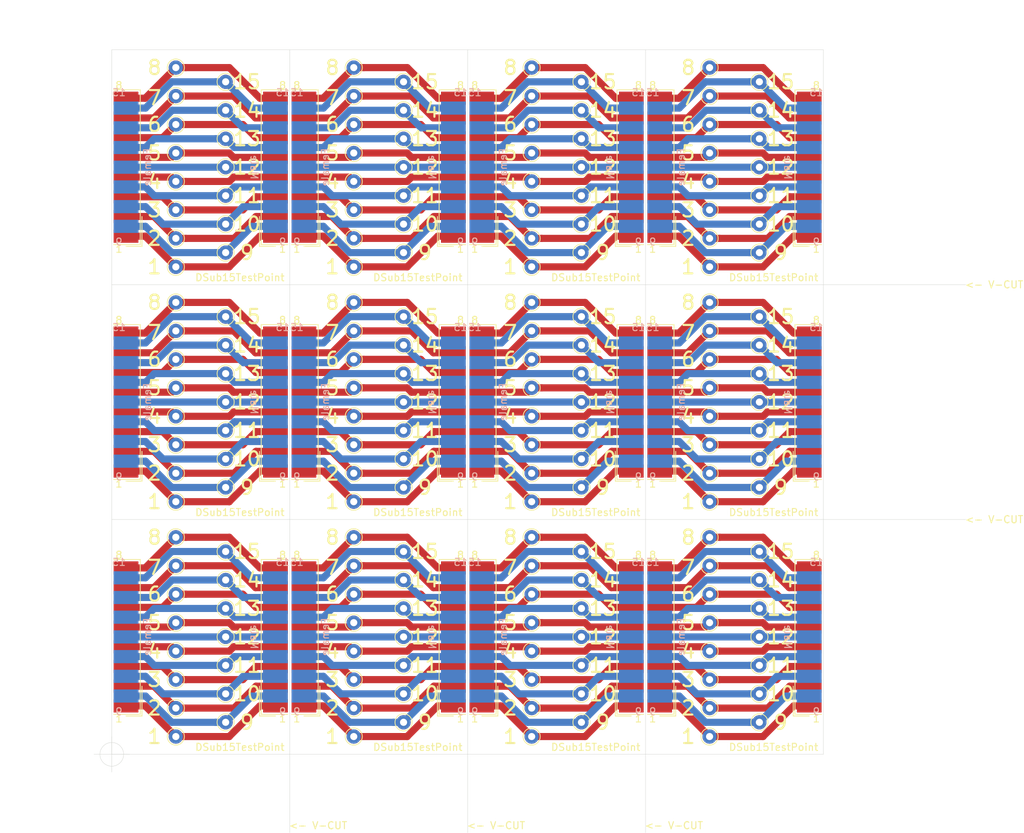
<source format=kicad_pcb>
(kicad_pcb (version 20171130) (host pcbnew "(5.1.5)-3")
  (layers (0 F.Cu signal) (31 B.Cu signal) (34 B.Paste user) (35 F.Paste user) (36 B.SilkS user) (37 F.SilkS user) (38 B.Mask user) (39 F.Mask user) (44 Edge.Cuts user))
  (net 0 "")
  (net 1 P1)
  (net 2 P2)
  (net 3 P3)
  (net 4 P4)
  (net 5 P5)
  (net 6 P6)
  (net 7 P7)
  (net 8 P8)
  (net 9 P9)
  (net 10 P10)
  (net 11 P11)
  (net 12 P12)
  (net 13 P13)
  (net 14 P14)
  (net 15 P15)
  (module TestPoint:TestPoint_THTPad_D2.0mm_Drill1.0mm (layer F.Cu) (at 114 98.5)
    (fp_text reference 8 (at -3 0) (layer F.SilkS) (effects (font (size 2 2) (thickness 0.3))))
    (fp_text value TestPoint)
    (pad 1 thru_hole circle (at 0 0) (size 2 2) (drill 1) (layers *.Cu *.Mask) (net 8 P8))
  )
  (module TestPoint:TestPoint_THTPad_D2.0mm_Drill1.0mm (layer F.Cu) (at 121 116.5)
    (fp_text reference 11 (at 3 0) (layer F.SilkS) (effects (font (size 2 2) (thickness 0.3))))
    (fp_text value TestPoint)
    (pad 1 thru_hole circle (at 0 0) (size 2 2) (drill 1) (layers *.Cu *.Mask) (net 11 P11))
  )
  (module TestPoint:TestPoint_THTPad_D2.0mm_Drill1.0mm (layer F.Cu) (at 114 102.5)
    (fp_text reference 7 (at -3 0.25) (layer F.SilkS) (effects (font (size 2 2) (thickness 0.3))))
    (fp_text value TestPoint)
    (pad 1 thru_hole circle (at 0 0) (size 2 2) (drill 1) (layers *.Cu *.Mask) (net 7 P7))
  )
  (module TestPoint:TestPoint_THTPad_D2.0mm_Drill1.0mm (layer F.Cu) (at 114 106.5)
    (fp_text reference 6 (at -3 0) (layer F.SilkS) (effects (font (size 2 2) (thickness 0.3))))
    (fp_text value TestPoint)
    (pad 1 thru_hole circle (at 0 0) (size 2 2) (drill 1) (layers *.Cu *.Mask) (net 6 P6))
  )
  (module TestPoint:TestPoint_THTPad_D2.0mm_Drill1.0mm (layer F.Cu) (at 114 110.5)
    (fp_text reference 5 (at -3 0) (layer F.SilkS) (effects (font (size 2 2) (thickness 0.3))))
    (fp_text value TestPoint)
    (pad 1 thru_hole circle (at 0 0) (size 2 2) (drill 1) (layers *.Cu *.Mask) (net 5 P5))
  )
  (module TestPoint:TestPoint_THTPad_D2.0mm_Drill1.0mm (layer F.Cu) (at 114 114.5)
    (fp_text reference 4 (at -3 0) (layer F.SilkS) (effects (font (size 2 2) (thickness 0.3))))
    (fp_text value TestPoint)
    (pad 1 thru_hole circle (at 0 0) (size 2 2) (drill 1) (layers *.Cu *.Mask) (net 4 P4))
  )
  (module TestPoint:TestPoint_THTPad_D2.0mm_Drill1.0mm (layer F.Cu) (at 121 124.5)
    (fp_text reference 9 (at 3 0) (layer F.SilkS) (effects (font (size 2 2) (thickness 0.3))))
    (fp_text value TestPoint)
    (pad 1 thru_hole circle (at 0 0) (size 2 2) (drill 1) (layers *.Cu *.Mask) (net 9 P9))
  )
  (module TestPoint:TestPoint_THTPad_D2.0mm_Drill1.0mm (layer F.Cu) (at 121 100.5)
    (fp_text reference 15 (at 3 0) (layer F.SilkS) (effects (font (size 2 2) (thickness 0.3))))
    (fp_text value TestPoint)
    (pad 1 thru_hole circle (at 0 0) (size 2 2) (drill 1) (layers *.Cu *.Mask) (net 15 P15))
  )
  (module TestPoint:TestPoint_THTPad_D2.0mm_Drill1.0mm (layer F.Cu) (at 71 112.5)
    (fp_text reference 12 (at 3 0) (layer F.SilkS) (effects (font (size 2 2) (thickness 0.3))))
    (fp_text value TestPoint)
    (pad 1 thru_hole circle (at 0 0) (size 2 2) (drill 1) (layers *.Cu *.Mask) (net 12 P12))
  )
  (module TestPoint:TestPoint_THTPad_D2.0mm_Drill1.0mm (layer F.Cu) (at 71 104.5)
    (fp_text reference 14 (at 3 0) (layer F.SilkS) (effects (font (size 2 2) (thickness 0.3))))
    (fp_text value TestPoint)
    (pad 1 thru_hole circle (at 0 0) (size 2 2) (drill 1) (layers *.Cu *.Mask) (net 14 P14))
  )
  (module TestPoint:TestPoint_THTPad_D2.0mm_Drill1.0mm (layer F.Cu) (at 114 126.5)
    (fp_text reference 1 (at -3 0) (layer F.SilkS) (effects (font (size 2 2) (thickness 0.3))))
    (fp_text value TestPoint)
    (pad 1 thru_hole circle (at 0 0) (size 2 2) (drill 1) (layers *.Cu *.Mask) (net 1 P1))
  )
  (module TestPoint:TestPoint_THTPad_D2.0mm_Drill1.0mm (layer F.Cu) (at 114 122.5)
    (fp_text reference 2 (at -3 0) (layer F.SilkS) (effects (font (size 2 2) (thickness 0.3))))
    (fp_text value TestPoint)
    (pad 1 thru_hole circle (at 0 0) (size 2 2) (drill 1) (layers *.Cu *.Mask) (net 2 P2))
  )
  (module TestPoint:TestPoint_THTPad_D2.0mm_Drill1.0mm (layer F.Cu) (at 71 108.5)
    (fp_text reference 13 (at 3 0) (layer F.SilkS) (effects (font (size 2 2) (thickness 0.3))))
    (fp_text value TestPoint)
    (pad 1 thru_hole circle (at 0 0) (size 2 2) (drill 1) (layers *.Cu *.Mask) (net 13 P13))
  )
  (module TestPoint:TestPoint_THTPad_D2.0mm_Drill1.0mm (layer F.Cu) (at 114 118.5)
    (fp_text reference 3 (at -3 0) (layer F.SilkS) (effects (font (size 2 2) (thickness 0.3))))
    (fp_text value TestPoint)
    (pad 1 thru_hole circle (at 0 0) (size 2 2) (drill 1) (layers *.Cu *.Mask) (net 3 P3))
  )
  (module TestPoint:TestPoint_THTPad_D2.0mm_Drill1.0mm (layer F.Cu) (at 96 108.5)
    (fp_text reference 13 (at 3 0) (layer F.SilkS) (effects (font (size 2 2) (thickness 0.3))))
    (fp_text value TestPoint)
    (pad 1 thru_hole circle (at 0 0) (size 2 2) (drill 1) (layers *.Cu *.Mask) (net 13 P13))
  )
  (module TestPoint:TestPoint_THTPad_D2.0mm_Drill1.0mm (layer F.Cu) (at 96 112.5)
    (fp_text reference 12 (at 3 0) (layer F.SilkS) (effects (font (size 2 2) (thickness 0.3))))
    (fp_text value TestPoint)
    (pad 1 thru_hole circle (at 0 0) (size 2 2) (drill 1) (layers *.Cu *.Mask) (net 12 P12))
  )
  (module TestPoint:TestPoint_THTPad_D2.0mm_Drill1.0mm (layer F.Cu) (at 121 120.5)
    (fp_text reference 10 (at 3 0) (layer F.SilkS) (effects (font (size 2 2) (thickness 0.3))))
    (fp_text value TestPoint)
    (pad 1 thru_hole circle (at 0 0) (size 2 2) (drill 1) (layers *.Cu *.Mask) (net 10 P10))
  )
  (module Connector_Dsub:DSUB-15_Male_EdgeMount_P2.77mm (layer F.Cu) (at 128 112.5 90)
    (fp_text reference J2 hide)
    (fp_text value DB15_Male)
    (pad 1 smd rect (at -9.695 0 90) (size 1.846667 3.48) (layers F.Cu F.Paste F.Mask) (net 1 P1))
    (pad 2 smd rect (at -6.925 0 90) (size 1.846667 3.48) (layers F.Cu F.Paste F.Mask) (net 2 P2))
    (pad 3 smd rect (at -4.155 0 90) (size 1.846667 3.48) (layers F.Cu F.Paste F.Mask) (net 3 P3))
    (pad 4 smd rect (at -1.385 0 90) (size 1.846667 3.48) (layers F.Cu F.Paste F.Mask) (net 4 P4))
    (pad 5 smd rect (at 1.385 0 90) (size 1.846667 3.48) (layers F.Cu F.Paste F.Mask) (net 5 P5))
    (pad 6 smd rect (at 4.155 0 90) (size 1.846667 3.48) (layers F.Cu F.Paste F.Mask) (net 6 P6))
    (pad 7 smd rect (at 6.925 0 90) (size 1.846667 3.48) (layers F.Cu F.Paste F.Mask) (net 7 P7))
    (pad 8 smd rect (at 9.695 0 90) (size 1.846667 3.48) (layers F.Cu F.Paste F.Mask) (net 8 P8))
    (pad 9 smd rect (at -8.31 0 90) (size 1.846667 3.48) (layers B.Cu B.Paste B.Mask) (net 9 P9))
    (pad 10 smd rect (at -5.54 0 90) (size 1.846667 3.48) (layers B.Cu B.Paste B.Mask) (net 10 P10))
    (pad 11 smd rect (at -2.77 0 90) (size 1.846667 3.48) (layers B.Cu B.Paste B.Mask) (net 11 P11))
    (pad 12 smd rect (at 0 0 90) (size 1.846667 3.48) (layers B.Cu B.Paste B.Mask) (net 12 P12))
    (pad 13 smd rect (at 2.77 0 90) (size 1.846667 3.48) (layers B.Cu B.Paste B.Mask) (net 13 P13))
    (pad 14 smd rect (at 5.54 0 90) (size 1.846667 3.48) (layers B.Cu B.Paste B.Mask) (net 14 P14))
    (pad 15 smd rect (at 8.31 0 90) (size 1.846667 3.48) (layers B.Cu B.Paste B.Mask) (net 15 P15))
  )
  (module TestPoint:TestPoint_THTPad_D2.0mm_Drill1.0mm (layer F.Cu) (at 96 100.5)
    (fp_text reference 15 (at 3 0) (layer F.SilkS) (effects (font (size 2 2) (thickness 0.3))))
    (fp_text value TestPoint)
    (pad 1 thru_hole circle (at 0 0) (size 2 2) (drill 1) (layers *.Cu *.Mask) (net 15 P15))
  )
  (module Connector_Dsub:DSUB-15_Female_EdgeMount_P2.77mm (layer F.Cu) (at 107 112.5 270)
    (fp_text reference J1 hide)
    (fp_text value DB15_Female)
    (pad 1 smd rect (at 9.695 0 270) (size 1.846667 3.48) (layers F.Cu F.Paste F.Mask) (net 1 P1))
    (pad 2 smd rect (at 6.925 0 270) (size 1.846667 3.48) (layers F.Cu F.Paste F.Mask) (net 2 P2))
    (pad 3 smd rect (at 4.155 0 270) (size 1.846667 3.48) (layers F.Cu F.Paste F.Mask) (net 3 P3))
    (pad 4 smd rect (at 1.385 0 270) (size 1.846667 3.48) (layers F.Cu F.Paste F.Mask) (net 4 P4))
    (pad 5 smd rect (at -1.385 0 270) (size 1.846667 3.48) (layers F.Cu F.Paste F.Mask) (net 5 P5))
    (pad 6 smd rect (at -4.155 0 270) (size 1.846667 3.48) (layers F.Cu F.Paste F.Mask) (net 6 P6))
    (pad 7 smd rect (at -6.925 0 270) (size 1.846667 3.48) (layers F.Cu F.Paste F.Mask) (net 7 P7))
    (pad 8 smd rect (at -9.695 0 270) (size 1.846667 3.48) (layers F.Cu F.Paste F.Mask) (net 8 P8))
    (pad 9 smd rect (at 8.31 0 270) (size 1.846667 3.48) (layers B.Cu B.Paste B.Mask) (net 9 P9))
    (pad 10 smd rect (at 5.54 0 270) (size 1.846667 3.48) (layers B.Cu B.Paste B.Mask) (net 10 P10))
    (pad 11 smd rect (at 2.77 0 270) (size 1.846667 3.48) (layers B.Cu B.Paste B.Mask) (net 11 P11))
    (pad 12 smd rect (at 0 0 270) (size 1.846667 3.48) (layers B.Cu B.Paste B.Mask) (net 12 P12))
    (pad 13 smd rect (at -2.77 0 270) (size 1.846667 3.48) (layers B.Cu B.Paste B.Mask) (net 13 P13))
    (pad 14 smd rect (at -5.54 0 270) (size 1.846667 3.48) (layers B.Cu B.Paste B.Mask) (net 14 P14))
    (pad 15 smd rect (at -8.31 0 270) (size 1.846667 3.48) (layers B.Cu B.Paste B.Mask) (net 15 P15))
  )
  (module TestPoint:TestPoint_THTPad_D2.0mm_Drill1.0mm (layer F.Cu) (at 89 126.5)
    (fp_text reference 1 (at -3 0) (layer F.SilkS) (effects (font (size 2 2) (thickness 0.3))))
    (fp_text value TestPoint)
    (pad 1 thru_hole circle (at 0 0) (size 2 2) (drill 1) (layers *.Cu *.Mask) (net 1 P1))
  )
  (module TestPoint:TestPoint_THTPad_D2.0mm_Drill1.0mm (layer F.Cu) (at 121 104.5)
    (fp_text reference 14 (at 3 0) (layer F.SilkS) (effects (font (size 2 2) (thickness 0.3))))
    (fp_text value TestPoint)
    (pad 1 thru_hole circle (at 0 0) (size 2 2) (drill 1) (layers *.Cu *.Mask) (net 14 P14))
  )
  (module TestPoint:TestPoint_THTPad_D2.0mm_Drill1.0mm (layer F.Cu) (at 121 108.5)
    (fp_text reference 13 (at 3 0) (layer F.SilkS) (effects (font (size 2 2) (thickness 0.3))))
    (fp_text value TestPoint)
    (pad 1 thru_hole circle (at 0 0) (size 2 2) (drill 1) (layers *.Cu *.Mask) (net 13 P13))
  )
  (module TestPoint:TestPoint_THTPad_D2.0mm_Drill1.0mm (layer F.Cu) (at 71 116.5)
    (fp_text reference 11 (at 3 0) (layer F.SilkS) (effects (font (size 2 2) (thickness 0.3))))
    (fp_text value TestPoint)
    (pad 1 thru_hole circle (at 0 0) (size 2 2) (drill 1) (layers *.Cu *.Mask) (net 11 P11))
  )
  (module TestPoint:TestPoint_THTPad_D2.0mm_Drill1.0mm (layer F.Cu) (at 121 112.5)
    (fp_text reference 12 (at 3 0) (layer F.SilkS) (effects (font (size 2 2) (thickness 0.3))))
    (fp_text value TestPoint)
    (pad 1 thru_hole circle (at 0 0) (size 2 2) (drill 1) (layers *.Cu *.Mask) (net 12 P12))
  )
  (module TestPoint:TestPoint_THTPad_D2.0mm_Drill1.0mm (layer F.Cu) (at 96 104.5)
    (fp_text reference 14 (at 3 0) (layer F.SilkS) (effects (font (size 2 2) (thickness 0.3))))
    (fp_text value TestPoint)
    (pad 1 thru_hole circle (at 0 0) (size 2 2) (drill 1) (layers *.Cu *.Mask) (net 14 P14))
  )
  (module TestPoint:TestPoint_THTPad_D2.0mm_Drill1.0mm (layer F.Cu) (at 89 102.5)
    (fp_text reference 7 (at -3 0.25) (layer F.SilkS) (effects (font (size 2 2) (thickness 0.3))))
    (fp_text value TestPoint)
    (pad 1 thru_hole circle (at 0 0) (size 2 2) (drill 1) (layers *.Cu *.Mask) (net 7 P7))
  )
  (module Connector_Dsub:DSUB-15_Female_EdgeMount_P2.77mm (layer F.Cu) (at 82 112.5 270)
    (fp_text reference J1 hide)
    (fp_text value DB15_Female)
    (pad 1 smd rect (at 9.695 0 270) (size 1.846667 3.48) (layers F.Cu F.Paste F.Mask) (net 1 P1))
    (pad 2 smd rect (at 6.925 0 270) (size 1.846667 3.48) (layers F.Cu F.Paste F.Mask) (net 2 P2))
    (pad 3 smd rect (at 4.155 0 270) (size 1.846667 3.48) (layers F.Cu F.Paste F.Mask) (net 3 P3))
    (pad 4 smd rect (at 1.385 0 270) (size 1.846667 3.48) (layers F.Cu F.Paste F.Mask) (net 4 P4))
    (pad 5 smd rect (at -1.385 0 270) (size 1.846667 3.48) (layers F.Cu F.Paste F.Mask) (net 5 P5))
    (pad 6 smd rect (at -4.155 0 270) (size 1.846667 3.48) (layers F.Cu F.Paste F.Mask) (net 6 P6))
    (pad 7 smd rect (at -6.925 0 270) (size 1.846667 3.48) (layers F.Cu F.Paste F.Mask) (net 7 P7))
    (pad 8 smd rect (at -9.695 0 270) (size 1.846667 3.48) (layers F.Cu F.Paste F.Mask) (net 8 P8))
    (pad 9 smd rect (at 8.31 0 270) (size 1.846667 3.48) (layers B.Cu B.Paste B.Mask) (net 9 P9))
    (pad 10 smd rect (at 5.54 0 270) (size 1.846667 3.48) (layers B.Cu B.Paste B.Mask) (net 10 P10))
    (pad 11 smd rect (at 2.77 0 270) (size 1.846667 3.48) (layers B.Cu B.Paste B.Mask) (net 11 P11))
    (pad 12 smd rect (at 0 0 270) (size 1.846667 3.48) (layers B.Cu B.Paste B.Mask) (net 12 P12))
    (pad 13 smd rect (at -2.77 0 270) (size 1.846667 3.48) (layers B.Cu B.Paste B.Mask) (net 13 P13))
    (pad 14 smd rect (at -5.54 0 270) (size 1.846667 3.48) (layers B.Cu B.Paste B.Mask) (net 14 P14))
    (pad 15 smd rect (at -8.31 0 270) (size 1.846667 3.48) (layers B.Cu B.Paste B.Mask) (net 15 P15))
  )
  (module Connector_Dsub:DSUB-15_Male_EdgeMount_P2.77mm (layer F.Cu) (at 103 112.5 90)
    (fp_text reference J2 hide)
    (fp_text value DB15_Male)
    (pad 1 smd rect (at -9.695 0 90) (size 1.846667 3.48) (layers F.Cu F.Paste F.Mask) (net 1 P1))
    (pad 2 smd rect (at -6.925 0 90) (size 1.846667 3.48) (layers F.Cu F.Paste F.Mask) (net 2 P2))
    (pad 3 smd rect (at -4.155 0 90) (size 1.846667 3.48) (layers F.Cu F.Paste F.Mask) (net 3 P3))
    (pad 4 smd rect (at -1.385 0 90) (size 1.846667 3.48) (layers F.Cu F.Paste F.Mask) (net 4 P4))
    (pad 5 smd rect (at 1.385 0 90) (size 1.846667 3.48) (layers F.Cu F.Paste F.Mask) (net 5 P5))
    (pad 6 smd rect (at 4.155 0 90) (size 1.846667 3.48) (layers F.Cu F.Paste F.Mask) (net 6 P6))
    (pad 7 smd rect (at 6.925 0 90) (size 1.846667 3.48) (layers F.Cu F.Paste F.Mask) (net 7 P7))
    (pad 8 smd rect (at 9.695 0 90) (size 1.846667 3.48) (layers F.Cu F.Paste F.Mask) (net 8 P8))
    (pad 9 smd rect (at -8.31 0 90) (size 1.846667 3.48) (layers B.Cu B.Paste B.Mask) (net 9 P9))
    (pad 10 smd rect (at -5.54 0 90) (size 1.846667 3.48) (layers B.Cu B.Paste B.Mask) (net 10 P10))
    (pad 11 smd rect (at -2.77 0 90) (size 1.846667 3.48) (layers B.Cu B.Paste B.Mask) (net 11 P11))
    (pad 12 smd rect (at 0 0 90) (size 1.846667 3.48) (layers B.Cu B.Paste B.Mask) (net 12 P12))
    (pad 13 smd rect (at 2.77 0 90) (size 1.846667 3.48) (layers B.Cu B.Paste B.Mask) (net 13 P13))
    (pad 14 smd rect (at 5.54 0 90) (size 1.846667 3.48) (layers B.Cu B.Paste B.Mask) (net 14 P14))
    (pad 15 smd rect (at 8.31 0 90) (size 1.846667 3.48) (layers B.Cu B.Paste B.Mask) (net 15 P15))
  )
  (module TestPoint:TestPoint_THTPad_D2.0mm_Drill1.0mm (layer F.Cu) (at 89 114.5)
    (fp_text reference 4 (at -3 0) (layer F.SilkS) (effects (font (size 2 2) (thickness 0.3))))
    (fp_text value TestPoint)
    (pad 1 thru_hole circle (at 0 0) (size 2 2) (drill 1) (layers *.Cu *.Mask) (net 4 P4))
  )
  (module TestPoint:TestPoint_THTPad_D2.0mm_Drill1.0mm (layer F.Cu) (at 89 98.5)
    (fp_text reference 8 (at -3 0) (layer F.SilkS) (effects (font (size 2 2) (thickness 0.3))))
    (fp_text value TestPoint)
    (pad 1 thru_hole circle (at 0 0) (size 2 2) (drill 1) (layers *.Cu *.Mask) (net 8 P8))
  )
  (module TestPoint:TestPoint_THTPad_D2.0mm_Drill1.0mm (layer F.Cu) (at 89 110.5)
    (fp_text reference 5 (at -3 0) (layer F.SilkS) (effects (font (size 2 2) (thickness 0.3))))
    (fp_text value TestPoint)
    (pad 1 thru_hole circle (at 0 0) (size 2 2) (drill 1) (layers *.Cu *.Mask) (net 5 P5))
  )
  (module TestPoint:TestPoint_THTPad_D2.0mm_Drill1.0mm (layer F.Cu) (at 46 120.5)
    (fp_text reference 10 (at 3 0) (layer F.SilkS) (effects (font (size 2 2) (thickness 0.3))))
    (fp_text value TestPoint)
    (pad 1 thru_hole circle (at 0 0) (size 2 2) (drill 1) (layers *.Cu *.Mask) (net 10 P10))
  )
  (module TestPoint:TestPoint_THTPad_D2.0mm_Drill1.0mm (layer F.Cu) (at 64 98.5)
    (fp_text reference 8 (at -3 0) (layer F.SilkS) (effects (font (size 2 2) (thickness 0.3))))
    (fp_text value TestPoint)
    (pad 1 thru_hole circle (at 0 0) (size 2 2) (drill 1) (layers *.Cu *.Mask) (net 8 P8))
  )
  (module TestPoint:TestPoint_THTPad_D2.0mm_Drill1.0mm (layer F.Cu) (at 96 120.5)
    (fp_text reference 10 (at 3 0) (layer F.SilkS) (effects (font (size 2 2) (thickness 0.3))))
    (fp_text value TestPoint)
    (pad 1 thru_hole circle (at 0 0) (size 2 2) (drill 1) (layers *.Cu *.Mask) (net 10 P10))
  )
  (module TestPoint:TestPoint_THTPad_D2.0mm_Drill1.0mm (layer F.Cu) (at 89 106.5)
    (fp_text reference 6 (at -3 0) (layer F.SilkS) (effects (font (size 2 2) (thickness 0.3))))
    (fp_text value TestPoint)
    (pad 1 thru_hole circle (at 0 0) (size 2 2) (drill 1) (layers *.Cu *.Mask) (net 6 P6))
  )
  (module TestPoint:TestPoint_THTPad_D2.0mm_Drill1.0mm (layer F.Cu) (at 64 102.5)
    (fp_text reference 7 (at -3 0.25) (layer F.SilkS) (effects (font (size 2 2) (thickness 0.3))))
    (fp_text value TestPoint)
    (pad 1 thru_hole circle (at 0 0) (size 2 2) (drill 1) (layers *.Cu *.Mask) (net 7 P7))
  )
  (module TestPoint:TestPoint_THTPad_D2.0mm_Drill1.0mm (layer F.Cu) (at 96 124.5)
    (fp_text reference 9 (at 3 0) (layer F.SilkS) (effects (font (size 2 2) (thickness 0.3))))
    (fp_text value TestPoint)
    (pad 1 thru_hole circle (at 0 0) (size 2 2) (drill 1) (layers *.Cu *.Mask) (net 9 P9))
  )
  (module TestPoint:TestPoint_THTPad_D2.0mm_Drill1.0mm (layer F.Cu) (at 89 118.5)
    (fp_text reference 3 (at -3 0) (layer F.SilkS) (effects (font (size 2 2) (thickness 0.3))))
    (fp_text value TestPoint)
    (pad 1 thru_hole circle (at 0 0) (size 2 2) (drill 1) (layers *.Cu *.Mask) (net 3 P3))
  )
  (module TestPoint:TestPoint_THTPad_D2.0mm_Drill1.0mm (layer F.Cu) (at 46 104.5)
    (fp_text reference 14 (at 3 0) (layer F.SilkS) (effects (font (size 2 2) (thickness 0.3))))
    (fp_text value TestPoint)
    (pad 1 thru_hole circle (at 0 0) (size 2 2) (drill 1) (layers *.Cu *.Mask) (net 14 P14))
  )
  (module TestPoint:TestPoint_THTPad_D2.0mm_Drill1.0mm (layer F.Cu) (at 96 116.5)
    (fp_text reference 11 (at 3 0) (layer F.SilkS) (effects (font (size 2 2) (thickness 0.3))))
    (fp_text value TestPoint)
    (pad 1 thru_hole circle (at 0 0) (size 2 2) (drill 1) (layers *.Cu *.Mask) (net 11 P11))
  )
  (module TestPoint:TestPoint_THTPad_D2.0mm_Drill1.0mm (layer F.Cu) (at 71 100.5)
    (fp_text reference 15 (at 3 0) (layer F.SilkS) (effects (font (size 2 2) (thickness 0.3))))
    (fp_text value TestPoint)
    (pad 1 thru_hole circle (at 0 0) (size 2 2) (drill 1) (layers *.Cu *.Mask) (net 15 P15))
  )
  (module TestPoint:TestPoint_THTPad_D2.0mm_Drill1.0mm (layer F.Cu) (at 89 122.5)
    (fp_text reference 2 (at -3 0) (layer F.SilkS) (effects (font (size 2 2) (thickness 0.3))))
    (fp_text value TestPoint)
    (pad 1 thru_hole circle (at 0 0) (size 2 2) (drill 1) (layers *.Cu *.Mask) (net 2 P2))
  )
  (module TestPoint:TestPoint_THTPad_D2.0mm_Drill1.0mm (layer F.Cu) (at 71 124.5)
    (fp_text reference 9 (at 3 0) (layer F.SilkS) (effects (font (size 2 2) (thickness 0.3))))
    (fp_text value TestPoint)
    (pad 1 thru_hole circle (at 0 0) (size 2 2) (drill 1) (layers *.Cu *.Mask) (net 9 P9))
  )
  (module TestPoint:TestPoint_THTPad_D2.0mm_Drill1.0mm (layer F.Cu) (at 39 126.5)
    (fp_text reference 1 (at -3 0) (layer F.SilkS) (effects (font (size 2 2) (thickness 0.3))))
    (fp_text value TestPoint)
    (pad 1 thru_hole circle (at 0 0) (size 2 2) (drill 1) (layers *.Cu *.Mask) (net 1 P1))
  )
  (module Connector_Dsub:DSUB-15_Female_EdgeMount_P2.77mm (layer F.Cu) (at 32 112.5 270)
    (fp_text reference J1 hide)
    (fp_text value DB15_Female)
    (pad 1 smd rect (at 9.695 0 270) (size 1.846667 3.48) (layers F.Cu F.Paste F.Mask) (net 1 P1))
    (pad 2 smd rect (at 6.925 0 270) (size 1.846667 3.48) (layers F.Cu F.Paste F.Mask) (net 2 P2))
    (pad 3 smd rect (at 4.155 0 270) (size 1.846667 3.48) (layers F.Cu F.Paste F.Mask) (net 3 P3))
    (pad 4 smd rect (at 1.385 0 270) (size 1.846667 3.48) (layers F.Cu F.Paste F.Mask) (net 4 P4))
    (pad 5 smd rect (at -1.385 0 270) (size 1.846667 3.48) (layers F.Cu F.Paste F.Mask) (net 5 P5))
    (pad 6 smd rect (at -4.155 0 270) (size 1.846667 3.48) (layers F.Cu F.Paste F.Mask) (net 6 P6))
    (pad 7 smd rect (at -6.925 0 270) (size 1.846667 3.48) (layers F.Cu F.Paste F.Mask) (net 7 P7))
    (pad 8 smd rect (at -9.695 0 270) (size 1.846667 3.48) (layers F.Cu F.Paste F.Mask) (net 8 P8))
    (pad 9 smd rect (at 8.31 0 270) (size 1.846667 3.48) (layers B.Cu B.Paste B.Mask) (net 9 P9))
    (pad 10 smd rect (at 5.54 0 270) (size 1.846667 3.48) (layers B.Cu B.Paste B.Mask) (net 10 P10))
    (pad 11 smd rect (at 2.77 0 270) (size 1.846667 3.48) (layers B.Cu B.Paste B.Mask) (net 11 P11))
    (pad 12 smd rect (at 0 0 270) (size 1.846667 3.48) (layers B.Cu B.Paste B.Mask) (net 12 P12))
    (pad 13 smd rect (at -2.77 0 270) (size 1.846667 3.48) (layers B.Cu B.Paste B.Mask) (net 13 P13))
    (pad 14 smd rect (at -5.54 0 270) (size 1.846667 3.48) (layers B.Cu B.Paste B.Mask) (net 14 P14))
    (pad 15 smd rect (at -8.31 0 270) (size 1.846667 3.48) (layers B.Cu B.Paste B.Mask) (net 15 P15))
  )
  (module TestPoint:TestPoint_THTPad_D2.0mm_Drill1.0mm (layer F.Cu) (at 39 114.5)
    (fp_text reference 4 (at -3 0) (layer F.SilkS) (effects (font (size 2 2) (thickness 0.3))))
    (fp_text value TestPoint)
    (pad 1 thru_hole circle (at 0 0) (size 2 2) (drill 1) (layers *.Cu *.Mask) (net 4 P4))
  )
  (module Connector_Dsub:DSUB-15_Male_EdgeMount_P2.77mm (layer F.Cu) (at 53 112.5 90)
    (fp_text reference J2 hide)
    (fp_text value DB15_Male)
    (pad 1 smd rect (at -9.695 0 90) (size 1.846667 3.48) (layers F.Cu F.Paste F.Mask) (net 1 P1))
    (pad 2 smd rect (at -6.925 0 90) (size 1.846667 3.48) (layers F.Cu F.Paste F.Mask) (net 2 P2))
    (pad 3 smd rect (at -4.155 0 90) (size 1.846667 3.48) (layers F.Cu F.Paste F.Mask) (net 3 P3))
    (pad 4 smd rect (at -1.385 0 90) (size 1.846667 3.48) (layers F.Cu F.Paste F.Mask) (net 4 P4))
    (pad 5 smd rect (at 1.385 0 90) (size 1.846667 3.48) (layers F.Cu F.Paste F.Mask) (net 5 P5))
    (pad 6 smd rect (at 4.155 0 90) (size 1.846667 3.48) (layers F.Cu F.Paste F.Mask) (net 6 P6))
    (pad 7 smd rect (at 6.925 0 90) (size 1.846667 3.48) (layers F.Cu F.Paste F.Mask) (net 7 P7))
    (pad 8 smd rect (at 9.695 0 90) (size 1.846667 3.48) (layers F.Cu F.Paste F.Mask) (net 8 P8))
    (pad 9 smd rect (at -8.31 0 90) (size 1.846667 3.48) (layers B.Cu B.Paste B.Mask) (net 9 P9))
    (pad 10 smd rect (at -5.54 0 90) (size 1.846667 3.48) (layers B.Cu B.Paste B.Mask) (net 10 P10))
    (pad 11 smd rect (at -2.77 0 90) (size 1.846667 3.48) (layers B.Cu B.Paste B.Mask) (net 11 P11))
    (pad 12 smd rect (at 0 0 90) (size 1.846667 3.48) (layers B.Cu B.Paste B.Mask) (net 12 P12))
    (pad 13 smd rect (at 2.77 0 90) (size 1.846667 3.48) (layers B.Cu B.Paste B.Mask) (net 13 P13))
    (pad 14 smd rect (at 5.54 0 90) (size 1.846667 3.48) (layers B.Cu B.Paste B.Mask) (net 14 P14))
    (pad 15 smd rect (at 8.31 0 90) (size 1.846667 3.48) (layers B.Cu B.Paste B.Mask) (net 15 P15))
  )
  (module TestPoint:TestPoint_THTPad_D2.0mm_Drill1.0mm (layer F.Cu) (at 39 118.5)
    (fp_text reference 3 (at -3 0) (layer F.SilkS) (effects (font (size 2 2) (thickness 0.3))))
    (fp_text value TestPoint)
    (pad 1 thru_hole circle (at 0 0) (size 2 2) (drill 1) (layers *.Cu *.Mask) (net 3 P3))
  )
  (module TestPoint:TestPoint_THTPad_D2.0mm_Drill1.0mm (layer F.Cu) (at 39 122.5)
    (fp_text reference 2 (at -3 0) (layer F.SilkS) (effects (font (size 2 2) (thickness 0.3))))
    (fp_text value TestPoint)
    (pad 1 thru_hole circle (at 0 0) (size 2 2) (drill 1) (layers *.Cu *.Mask) (net 2 P2))
  )
  (module TestPoint:TestPoint_THTPad_D2.0mm_Drill1.0mm (layer F.Cu) (at 64 126.5)
    (fp_text reference 1 (at -3 0) (layer F.SilkS) (effects (font (size 2 2) (thickness 0.3))))
    (fp_text value TestPoint)
    (pad 1 thru_hole circle (at 0 0) (size 2 2) (drill 1) (layers *.Cu *.Mask) (net 1 P1))
  )
  (module TestPoint:TestPoint_THTPad_D2.0mm_Drill1.0mm (layer F.Cu) (at 39 110.5)
    (fp_text reference 5 (at -3 0) (layer F.SilkS) (effects (font (size 2 2) (thickness 0.3))))
    (fp_text value TestPoint)
    (pad 1 thru_hole circle (at 0 0) (size 2 2) (drill 1) (layers *.Cu *.Mask) (net 5 P5))
  )
  (module Connector_Dsub:DSUB-15_Male_EdgeMount_P2.77mm (layer F.Cu) (at 78 112.5 90)
    (fp_text reference J2 hide)
    (fp_text value DB15_Male)
    (pad 1 smd rect (at -9.695 0 90) (size 1.846667 3.48) (layers F.Cu F.Paste F.Mask) (net 1 P1))
    (pad 2 smd rect (at -6.925 0 90) (size 1.846667 3.48) (layers F.Cu F.Paste F.Mask) (net 2 P2))
    (pad 3 smd rect (at -4.155 0 90) (size 1.846667 3.48) (layers F.Cu F.Paste F.Mask) (net 3 P3))
    (pad 4 smd rect (at -1.385 0 90) (size 1.846667 3.48) (layers F.Cu F.Paste F.Mask) (net 4 P4))
    (pad 5 smd rect (at 1.385 0 90) (size 1.846667 3.48) (layers F.Cu F.Paste F.Mask) (net 5 P5))
    (pad 6 smd rect (at 4.155 0 90) (size 1.846667 3.48) (layers F.Cu F.Paste F.Mask) (net 6 P6))
    (pad 7 smd rect (at 6.925 0 90) (size 1.846667 3.48) (layers F.Cu F.Paste F.Mask) (net 7 P7))
    (pad 8 smd rect (at 9.695 0 90) (size 1.846667 3.48) (layers F.Cu F.Paste F.Mask) (net 8 P8))
    (pad 9 smd rect (at -8.31 0 90) (size 1.846667 3.48) (layers B.Cu B.Paste B.Mask) (net 9 P9))
    (pad 10 smd rect (at -5.54 0 90) (size 1.846667 3.48) (layers B.Cu B.Paste B.Mask) (net 10 P10))
    (pad 11 smd rect (at -2.77 0 90) (size 1.846667 3.48) (layers B.Cu B.Paste B.Mask) (net 11 P11))
    (pad 12 smd rect (at 0 0 90) (size 1.846667 3.48) (layers B.Cu B.Paste B.Mask) (net 12 P12))
    (pad 13 smd rect (at 2.77 0 90) (size 1.846667 3.48) (layers B.Cu B.Paste B.Mask) (net 13 P13))
    (pad 14 smd rect (at 5.54 0 90) (size 1.846667 3.48) (layers B.Cu B.Paste B.Mask) (net 14 P14))
    (pad 15 smd rect (at 8.31 0 90) (size 1.846667 3.48) (layers B.Cu B.Paste B.Mask) (net 15 P15))
  )
  (module Connector_Dsub:DSUB-15_Female_EdgeMount_P2.77mm (layer F.Cu) (at 57 112.5 270)
    (fp_text reference J1 hide)
    (fp_text value DB15_Female)
    (pad 1 smd rect (at 9.695 0 270) (size 1.846667 3.48) (layers F.Cu F.Paste F.Mask) (net 1 P1))
    (pad 2 smd rect (at 6.925 0 270) (size 1.846667 3.48) (layers F.Cu F.Paste F.Mask) (net 2 P2))
    (pad 3 smd rect (at 4.155 0 270) (size 1.846667 3.48) (layers F.Cu F.Paste F.Mask) (net 3 P3))
    (pad 4 smd rect (at 1.385 0 270) (size 1.846667 3.48) (layers F.Cu F.Paste F.Mask) (net 4 P4))
    (pad 5 smd rect (at -1.385 0 270) (size 1.846667 3.48) (layers F.Cu F.Paste F.Mask) (net 5 P5))
    (pad 6 smd rect (at -4.155 0 270) (size 1.846667 3.48) (layers F.Cu F.Paste F.Mask) (net 6 P6))
    (pad 7 smd rect (at -6.925 0 270) (size 1.846667 3.48) (layers F.Cu F.Paste F.Mask) (net 7 P7))
    (pad 8 smd rect (at -9.695 0 270) (size 1.846667 3.48) (layers F.Cu F.Paste F.Mask) (net 8 P8))
    (pad 9 smd rect (at 8.31 0 270) (size 1.846667 3.48) (layers B.Cu B.Paste B.Mask) (net 9 P9))
    (pad 10 smd rect (at 5.54 0 270) (size 1.846667 3.48) (layers B.Cu B.Paste B.Mask) (net 10 P10))
    (pad 11 smd rect (at 2.77 0 270) (size 1.846667 3.48) (layers B.Cu B.Paste B.Mask) (net 11 P11))
    (pad 12 smd rect (at 0 0 270) (size 1.846667 3.48) (layers B.Cu B.Paste B.Mask) (net 12 P12))
    (pad 13 smd rect (at -2.77 0 270) (size 1.846667 3.48) (layers B.Cu B.Paste B.Mask) (net 13 P13))
    (pad 14 smd rect (at -5.54 0 270) (size 1.846667 3.48) (layers B.Cu B.Paste B.Mask) (net 14 P14))
    (pad 15 smd rect (at -8.31 0 270) (size 1.846667 3.48) (layers B.Cu B.Paste B.Mask) (net 15 P15))
  )
  (module TestPoint:TestPoint_THTPad_D2.0mm_Drill1.0mm (layer F.Cu) (at 39 98.5)
    (fp_text reference 8 (at -3 0) (layer F.SilkS) (effects (font (size 2 2) (thickness 0.3))))
    (fp_text value TestPoint)
    (pad 1 thru_hole circle (at 0 0) (size 2 2) (drill 1) (layers *.Cu *.Mask) (net 8 P8))
  )
  (module TestPoint:TestPoint_THTPad_D2.0mm_Drill1.0mm (layer F.Cu) (at 64 114.5)
    (fp_text reference 4 (at -3 0) (layer F.SilkS) (effects (font (size 2 2) (thickness 0.3))))
    (fp_text value TestPoint)
    (pad 1 thru_hole circle (at 0 0) (size 2 2) (drill 1) (layers *.Cu *.Mask) (net 4 P4))
  )
  (module TestPoint:TestPoint_THTPad_D2.0mm_Drill1.0mm (layer F.Cu) (at 46 116.5)
    (fp_text reference 11 (at 3 0) (layer F.SilkS) (effects (font (size 2 2) (thickness 0.3))))
    (fp_text value TestPoint)
    (pad 1 thru_hole circle (at 0 0) (size 2 2) (drill 1) (layers *.Cu *.Mask) (net 11 P11))
  )
  (module TestPoint:TestPoint_THTPad_D2.0mm_Drill1.0mm (layer F.Cu) (at 46 108.5)
    (fp_text reference 13 (at 3 0) (layer F.SilkS) (effects (font (size 2 2) (thickness 0.3))))
    (fp_text value TestPoint)
    (pad 1 thru_hole circle (at 0 0) (size 2 2) (drill 1) (layers *.Cu *.Mask) (net 13 P13))
  )
  (module TestPoint:TestPoint_THTPad_D2.0mm_Drill1.0mm (layer F.Cu) (at 64 118.5)
    (fp_text reference 3 (at -3 0) (layer F.SilkS) (effects (font (size 2 2) (thickness 0.3))))
    (fp_text value TestPoint)
    (pad 1 thru_hole circle (at 0 0) (size 2 2) (drill 1) (layers *.Cu *.Mask) (net 3 P3))
  )
  (module TestPoint:TestPoint_THTPad_D2.0mm_Drill1.0mm (layer F.Cu) (at 46 124.5)
    (fp_text reference 9 (at 3 0) (layer F.SilkS) (effects (font (size 2 2) (thickness 0.3))))
    (fp_text value TestPoint)
    (pad 1 thru_hole circle (at 0 0) (size 2 2) (drill 1) (layers *.Cu *.Mask) (net 9 P9))
  )
  (module TestPoint:TestPoint_THTPad_D2.0mm_Drill1.0mm (layer F.Cu) (at 39 102.5)
    (fp_text reference 7 (at -3 0.25) (layer F.SilkS) (effects (font (size 2 2) (thickness 0.3))))
    (fp_text value TestPoint)
    (pad 1 thru_hole circle (at 0 0) (size 2 2) (drill 1) (layers *.Cu *.Mask) (net 7 P7))
  )
  (module TestPoint:TestPoint_THTPad_D2.0mm_Drill1.0mm (layer F.Cu) (at 39 106.5)
    (fp_text reference 6 (at -3 0) (layer F.SilkS) (effects (font (size 2 2) (thickness 0.3))))
    (fp_text value TestPoint)
    (pad 1 thru_hole circle (at 0 0) (size 2 2) (drill 1) (layers *.Cu *.Mask) (net 6 P6))
  )
  (module TestPoint:TestPoint_THTPad_D2.0mm_Drill1.0mm (layer F.Cu) (at 46 100.5)
    (fp_text reference 15 (at 3 0) (layer F.SilkS) (effects (font (size 2 2) (thickness 0.3))))
    (fp_text value TestPoint)
    (pad 1 thru_hole circle (at 0 0) (size 2 2) (drill 1) (layers *.Cu *.Mask) (net 15 P15))
  )
  (module TestPoint:TestPoint_THTPad_D2.0mm_Drill1.0mm (layer F.Cu) (at 64 106.5)
    (fp_text reference 6 (at -3 0) (layer F.SilkS) (effects (font (size 2 2) (thickness 0.3))))
    (fp_text value TestPoint)
    (pad 1 thru_hole circle (at 0 0) (size 2 2) (drill 1) (layers *.Cu *.Mask) (net 6 P6))
  )
  (module TestPoint:TestPoint_THTPad_D2.0mm_Drill1.0mm (layer F.Cu) (at 46 112.5)
    (fp_text reference 12 (at 3 0) (layer F.SilkS) (effects (font (size 2 2) (thickness 0.3))))
    (fp_text value TestPoint)
    (pad 1 thru_hole circle (at 0 0) (size 2 2) (drill 1) (layers *.Cu *.Mask) (net 12 P12))
  )
  (module TestPoint:TestPoint_THTPad_D2.0mm_Drill1.0mm (layer F.Cu) (at 64 122.5)
    (fp_text reference 2 (at -3 0) (layer F.SilkS) (effects (font (size 2 2) (thickness 0.3))))
    (fp_text value TestPoint)
    (pad 1 thru_hole circle (at 0 0) (size 2 2) (drill 1) (layers *.Cu *.Mask) (net 2 P2))
  )
  (module TestPoint:TestPoint_THTPad_D2.0mm_Drill1.0mm (layer F.Cu) (at 71 120.5)
    (fp_text reference 10 (at 3 0) (layer F.SilkS) (effects (font (size 2 2) (thickness 0.3))))
    (fp_text value TestPoint)
    (pad 1 thru_hole circle (at 0 0) (size 2 2) (drill 1) (layers *.Cu *.Mask) (net 10 P10))
  )
  (module TestPoint:TestPoint_THTPad_D2.0mm_Drill1.0mm (layer F.Cu) (at 64 110.5)
    (fp_text reference 5 (at -3 0) (layer F.SilkS) (effects (font (size 2 2) (thickness 0.3))))
    (fp_text value TestPoint)
    (pad 1 thru_hole circle (at 0 0) (size 2 2) (drill 1) (layers *.Cu *.Mask) (net 5 P5))
  )
  (module TestPoint:TestPoint_THTPad_D2.0mm_Drill1.0mm (layer F.Cu) (at 114 73.5)
    (fp_text reference 6 (at -3 0) (layer F.SilkS) (effects (font (size 2 2) (thickness 0.3))))
    (fp_text value TestPoint)
    (pad 1 thru_hole circle (at 0 0) (size 2 2) (drill 1) (layers *.Cu *.Mask) (net 6 P6))
  )
  (module TestPoint:TestPoint_THTPad_D2.0mm_Drill1.0mm (layer F.Cu) (at 121 83.5)
    (fp_text reference 11 (at 3 0) (layer F.SilkS) (effects (font (size 2 2) (thickness 0.3))))
    (fp_text value TestPoint)
    (pad 1 thru_hole circle (at 0 0) (size 2 2) (drill 1) (layers *.Cu *.Mask) (net 11 P11))
  )
  (module TestPoint:TestPoint_THTPad_D2.0mm_Drill1.0mm (layer F.Cu) (at 114 69.5)
    (fp_text reference 7 (at -3 0.25) (layer F.SilkS) (effects (font (size 2 2) (thickness 0.3))))
    (fp_text value TestPoint)
    (pad 1 thru_hole circle (at 0 0) (size 2 2) (drill 1) (layers *.Cu *.Mask) (net 7 P7))
  )
  (module TestPoint:TestPoint_THTPad_D2.0mm_Drill1.0mm (layer F.Cu) (at 114 65.5)
    (fp_text reference 8 (at -3 0) (layer F.SilkS) (effects (font (size 2 2) (thickness 0.3))))
    (fp_text value TestPoint)
    (pad 1 thru_hole circle (at 0 0) (size 2 2) (drill 1) (layers *.Cu *.Mask) (net 8 P8))
  )
  (module TestPoint:TestPoint_THTPad_D2.0mm_Drill1.0mm (layer F.Cu) (at 121 67.5)
    (fp_text reference 15 (at 3 0) (layer F.SilkS) (effects (font (size 2 2) (thickness 0.3))))
    (fp_text value TestPoint)
    (pad 1 thru_hole circle (at 0 0) (size 2 2) (drill 1) (layers *.Cu *.Mask) (net 15 P15))
  )
  (module TestPoint:TestPoint_THTPad_D2.0mm_Drill1.0mm (layer F.Cu) (at 121 91.5)
    (fp_text reference 9 (at 3 0) (layer F.SilkS) (effects (font (size 2 2) (thickness 0.3))))
    (fp_text value TestPoint)
    (pad 1 thru_hole circle (at 0 0) (size 2 2) (drill 1) (layers *.Cu *.Mask) (net 9 P9))
  )
  (module TestPoint:TestPoint_THTPad_D2.0mm_Drill1.0mm (layer F.Cu) (at 114 77.5)
    (fp_text reference 5 (at -3 0) (layer F.SilkS) (effects (font (size 2 2) (thickness 0.3))))
    (fp_text value TestPoint)
    (pad 1 thru_hole circle (at 0 0) (size 2 2) (drill 1) (layers *.Cu *.Mask) (net 5 P5))
  )
  (module TestPoint:TestPoint_THTPad_D2.0mm_Drill1.0mm (layer F.Cu) (at 114 81.5)
    (fp_text reference 4 (at -3 0) (layer F.SilkS) (effects (font (size 2 2) (thickness 0.3))))
    (fp_text value TestPoint)
    (pad 1 thru_hole circle (at 0 0) (size 2 2) (drill 1) (layers *.Cu *.Mask) (net 4 P4))
  )
  (module TestPoint:TestPoint_THTPad_D2.0mm_Drill1.0mm (layer F.Cu) (at 121 71.5)
    (fp_text reference 14 (at 3 0) (layer F.SilkS) (effects (font (size 2 2) (thickness 0.3))))
    (fp_text value TestPoint)
    (pad 1 thru_hole circle (at 0 0) (size 2 2) (drill 1) (layers *.Cu *.Mask) (net 14 P14))
  )
  (module TestPoint:TestPoint_THTPad_D2.0mm_Drill1.0mm (layer F.Cu) (at 121 75.5)
    (fp_text reference 13 (at 3 0) (layer F.SilkS) (effects (font (size 2 2) (thickness 0.3))))
    (fp_text value TestPoint)
    (pad 1 thru_hole circle (at 0 0) (size 2 2) (drill 1) (layers *.Cu *.Mask) (net 13 P13))
  )
  (module TestPoint:TestPoint_THTPad_D2.0mm_Drill1.0mm (layer F.Cu) (at 121 79.5)
    (fp_text reference 12 (at 3 0) (layer F.SilkS) (effects (font (size 2 2) (thickness 0.3))))
    (fp_text value TestPoint)
    (pad 1 thru_hole circle (at 0 0) (size 2 2) (drill 1) (layers *.Cu *.Mask) (net 12 P12))
  )
  (module TestPoint:TestPoint_THTPad_D2.0mm_Drill1.0mm (layer F.Cu) (at 121 87.5)
    (fp_text reference 10 (at 3 0) (layer F.SilkS) (effects (font (size 2 2) (thickness 0.3))))
    (fp_text value TestPoint)
    (pad 1 thru_hole circle (at 0 0) (size 2 2) (drill 1) (layers *.Cu *.Mask) (net 10 P10))
  )
  (module TestPoint:TestPoint_THTPad_D2.0mm_Drill1.0mm (layer F.Cu) (at 114 93.5)
    (fp_text reference 1 (at -3 0) (layer F.SilkS) (effects (font (size 2 2) (thickness 0.3))))
    (fp_text value TestPoint)
    (pad 1 thru_hole circle (at 0 0) (size 2 2) (drill 1) (layers *.Cu *.Mask) (net 1 P1))
  )
  (module Connector_Dsub:DSUB-15_Male_EdgeMount_P2.77mm (layer F.Cu) (at 128 79.5 90)
    (fp_text reference J2 hide)
    (fp_text value DB15_Male)
    (pad 15 smd rect (at 8.31 0 90) (size 1.846667 3.48) (layers B.Cu B.Paste B.Mask) (net 15 P15))
    (pad 14 smd rect (at 5.54 0 90) (size 1.846667 3.48) (layers B.Cu B.Paste B.Mask) (net 14 P14))
    (pad 13 smd rect (at 2.77 0 90) (size 1.846667 3.48) (layers B.Cu B.Paste B.Mask) (net 13 P13))
    (pad 12 smd rect (at 0 0 90) (size 1.846667 3.48) (layers B.Cu B.Paste B.Mask) (net 12 P12))
    (pad 11 smd rect (at -2.77 0 90) (size 1.846667 3.48) (layers B.Cu B.Paste B.Mask) (net 11 P11))
    (pad 10 smd rect (at -5.54 0 90) (size 1.846667 3.48) (layers B.Cu B.Paste B.Mask) (net 10 P10))
    (pad 9 smd rect (at -8.31 0 90) (size 1.846667 3.48) (layers B.Cu B.Paste B.Mask) (net 9 P9))
    (pad 8 smd rect (at 9.695 0 90) (size 1.846667 3.48) (layers F.Cu F.Paste F.Mask) (net 8 P8))
    (pad 7 smd rect (at 6.925 0 90) (size 1.846667 3.48) (layers F.Cu F.Paste F.Mask) (net 7 P7))
    (pad 6 smd rect (at 4.155 0 90) (size 1.846667 3.48) (layers F.Cu F.Paste F.Mask) (net 6 P6))
    (pad 5 smd rect (at 1.385 0 90) (size 1.846667 3.48) (layers F.Cu F.Paste F.Mask) (net 5 P5))
    (pad 4 smd rect (at -1.385 0 90) (size 1.846667 3.48) (layers F.Cu F.Paste F.Mask) (net 4 P4))
    (pad 3 smd rect (at -4.155 0 90) (size 1.846667 3.48) (layers F.Cu F.Paste F.Mask) (net 3 P3))
    (pad 2 smd rect (at -6.925 0 90) (size 1.846667 3.48) (layers F.Cu F.Paste F.Mask) (net 2 P2))
    (pad 1 smd rect (at -9.695 0 90) (size 1.846667 3.48) (layers F.Cu F.Paste F.Mask) (net 1 P1))
  )
  (module TestPoint:TestPoint_THTPad_D2.0mm_Drill1.0mm (layer F.Cu) (at 114 89.5)
    (fp_text reference 2 (at -3 0) (layer F.SilkS) (effects (font (size 2 2) (thickness 0.3))))
    (fp_text value TestPoint)
    (pad 1 thru_hole circle (at 0 0) (size 2 2) (drill 1) (layers *.Cu *.Mask) (net 2 P2))
  )
  (module TestPoint:TestPoint_THTPad_D2.0mm_Drill1.0mm (layer F.Cu) (at 96 67.5)
    (fp_text reference 15 (at 3 0) (layer F.SilkS) (effects (font (size 2 2) (thickness 0.3))))
    (fp_text value TestPoint)
    (pad 1 thru_hole circle (at 0 0) (size 2 2) (drill 1) (layers *.Cu *.Mask) (net 15 P15))
  )
  (module Connector_Dsub:DSUB-15_Female_EdgeMount_P2.77mm (layer F.Cu) (at 107 79.5 270)
    (fp_text reference J1 hide)
    (fp_text value DB15_Female)
    (pad 15 smd rect (at -8.31 0 270) (size 1.846667 3.48) (layers B.Cu B.Paste B.Mask) (net 15 P15))
    (pad 14 smd rect (at -5.54 0 270) (size 1.846667 3.48) (layers B.Cu B.Paste B.Mask) (net 14 P14))
    (pad 13 smd rect (at -2.77 0 270) (size 1.846667 3.48) (layers B.Cu B.Paste B.Mask) (net 13 P13))
    (pad 12 smd rect (at 0 0 270) (size 1.846667 3.48) (layers B.Cu B.Paste B.Mask) (net 12 P12))
    (pad 11 smd rect (at 2.77 0 270) (size 1.846667 3.48) (layers B.Cu B.Paste B.Mask) (net 11 P11))
    (pad 10 smd rect (at 5.54 0 270) (size 1.846667 3.48) (layers B.Cu B.Paste B.Mask) (net 10 P10))
    (pad 9 smd rect (at 8.31 0 270) (size 1.846667 3.48) (layers B.Cu B.Paste B.Mask) (net 9 P9))
    (pad 8 smd rect (at -9.695 0 270) (size 1.846667 3.48) (layers F.Cu F.Paste F.Mask) (net 8 P8))
    (pad 7 smd rect (at -6.925 0 270) (size 1.846667 3.48) (layers F.Cu F.Paste F.Mask) (net 7 P7))
    (pad 6 smd rect (at -4.155 0 270) (size 1.846667 3.48) (layers F.Cu F.Paste F.Mask) (net 6 P6))
    (pad 5 smd rect (at -1.385 0 270) (size 1.846667 3.48) (layers F.Cu F.Paste F.Mask) (net 5 P5))
    (pad 4 smd rect (at 1.385 0 270) (size 1.846667 3.48) (layers F.Cu F.Paste F.Mask) (net 4 P4))
    (pad 3 smd rect (at 4.155 0 270) (size 1.846667 3.48) (layers F.Cu F.Paste F.Mask) (net 3 P3))
    (pad 2 smd rect (at 6.925 0 270) (size 1.846667 3.48) (layers F.Cu F.Paste F.Mask) (net 2 P2))
    (pad 1 smd rect (at 9.695 0 270) (size 1.846667 3.48) (layers F.Cu F.Paste F.Mask) (net 1 P1))
  )
  (module TestPoint:TestPoint_THTPad_D2.0mm_Drill1.0mm (layer F.Cu) (at 96 71.5)
    (fp_text reference 14 (at 3 0) (layer F.SilkS) (effects (font (size 2 2) (thickness 0.3))))
    (fp_text value TestPoint)
    (pad 1 thru_hole circle (at 0 0) (size 2 2) (drill 1) (layers *.Cu *.Mask) (net 14 P14))
  )
  (module TestPoint:TestPoint_THTPad_D2.0mm_Drill1.0mm (layer F.Cu) (at 114 85.5)
    (fp_text reference 3 (at -3 0) (layer F.SilkS) (effects (font (size 2 2) (thickness 0.3))))
    (fp_text value TestPoint)
    (pad 1 thru_hole circle (at 0 0) (size 2 2) (drill 1) (layers *.Cu *.Mask) (net 3 P3))
  )
  (module TestPoint:TestPoint_THTPad_D2.0mm_Drill1.0mm (layer F.Cu) (at 96 79.5)
    (fp_text reference 12 (at 3 0) (layer F.SilkS) (effects (font (size 2 2) (thickness 0.3))))
    (fp_text value TestPoint)
    (pad 1 thru_hole circle (at 0 0) (size 2 2) (drill 1) (layers *.Cu *.Mask) (net 12 P12))
  )
  (module TestPoint:TestPoint_THTPad_D2.0mm_Drill1.0mm (layer F.Cu) (at 96 75.5)
    (fp_text reference 13 (at 3 0) (layer F.SilkS) (effects (font (size 2 2) (thickness 0.3))))
    (fp_text value TestPoint)
    (pad 1 thru_hole circle (at 0 0) (size 2 2) (drill 1) (layers *.Cu *.Mask) (net 13 P13))
  )
  (module TestPoint:TestPoint_THTPad_D2.0mm_Drill1.0mm (layer F.Cu) (at 71 75.5)
    (fp_text reference 13 (at 3 0) (layer F.SilkS) (effects (font (size 2 2) (thickness 0.3))))
    (fp_text value TestPoint)
    (pad 1 thru_hole circle (at 0 0) (size 2 2) (drill 1) (layers *.Cu *.Mask) (net 13 P13))
  )
  (module TestPoint:TestPoint_THTPad_D2.0mm_Drill1.0mm (layer F.Cu) (at 71 83.5)
    (fp_text reference 11 (at 3 0) (layer F.SilkS) (effects (font (size 2 2) (thickness 0.3))))
    (fp_text value TestPoint)
    (pad 1 thru_hole circle (at 0 0) (size 2 2) (drill 1) (layers *.Cu *.Mask) (net 11 P11))
  )
  (module TestPoint:TestPoint_THTPad_D2.0mm_Drill1.0mm (layer F.Cu) (at 71 79.5)
    (fp_text reference 12 (at 3 0) (layer F.SilkS) (effects (font (size 2 2) (thickness 0.3))))
    (fp_text value TestPoint)
    (pad 1 thru_hole circle (at 0 0) (size 2 2) (drill 1) (layers *.Cu *.Mask) (net 12 P12))
  )
  (module TestPoint:TestPoint_THTPad_D2.0mm_Drill1.0mm (layer F.Cu) (at 71 71.5)
    (fp_text reference 14 (at 3 0) (layer F.SilkS) (effects (font (size 2 2) (thickness 0.3))))
    (fp_text value TestPoint)
    (pad 1 thru_hole circle (at 0 0) (size 2 2) (drill 1) (layers *.Cu *.Mask) (net 14 P14))
  )
  (module TestPoint:TestPoint_THTPad_D2.0mm_Drill1.0mm (layer F.Cu) (at 89 93.5)
    (fp_text reference 1 (at -3 0) (layer F.SilkS) (effects (font (size 2 2) (thickness 0.3))))
    (fp_text value TestPoint)
    (pad 1 thru_hole circle (at 0 0) (size 2 2) (drill 1) (layers *.Cu *.Mask) (net 1 P1))
  )
  (module TestPoint:TestPoint_THTPad_D2.0mm_Drill1.0mm (layer F.Cu) (at 96 91.5)
    (fp_text reference 9 (at 3 0) (layer F.SilkS) (effects (font (size 2 2) (thickness 0.3))))
    (fp_text value TestPoint)
    (pad 1 thru_hole circle (at 0 0) (size 2 2) (drill 1) (layers *.Cu *.Mask) (net 9 P9))
  )
  (module TestPoint:TestPoint_THTPad_D2.0mm_Drill1.0mm (layer F.Cu) (at 89 69.5)
    (fp_text reference 7 (at -3 0.25) (layer F.SilkS) (effects (font (size 2 2) (thickness 0.3))))
    (fp_text value TestPoint)
    (pad 1 thru_hole circle (at 0 0) (size 2 2) (drill 1) (layers *.Cu *.Mask) (net 7 P7))
  )
  (module TestPoint:TestPoint_THTPad_D2.0mm_Drill1.0mm (layer F.Cu) (at 96 83.5)
    (fp_text reference 11 (at 3 0) (layer F.SilkS) (effects (font (size 2 2) (thickness 0.3))))
    (fp_text value TestPoint)
    (pad 1 thru_hole circle (at 0 0) (size 2 2) (drill 1) (layers *.Cu *.Mask) (net 11 P11))
  )
  (module TestPoint:TestPoint_THTPad_D2.0mm_Drill1.0mm (layer F.Cu) (at 89 65.5)
    (fp_text reference 8 (at -3 0) (layer F.SilkS) (effects (font (size 2 2) (thickness 0.3))))
    (fp_text value TestPoint)
    (pad 1 thru_hole circle (at 0 0) (size 2 2) (drill 1) (layers *.Cu *.Mask) (net 8 P8))
  )
  (module TestPoint:TestPoint_THTPad_D2.0mm_Drill1.0mm (layer F.Cu) (at 89 85.5)
    (fp_text reference 3 (at -3 0) (layer F.SilkS) (effects (font (size 2 2) (thickness 0.3))))
    (fp_text value TestPoint)
    (pad 1 thru_hole circle (at 0 0) (size 2 2) (drill 1) (layers *.Cu *.Mask) (net 3 P3))
  )
  (module Connector_Dsub:DSUB-15_Female_EdgeMount_P2.77mm (layer F.Cu) (at 82 79.5 270)
    (fp_text reference J1 hide)
    (fp_text value DB15_Female)
    (pad 15 smd rect (at -8.31 0 270) (size 1.846667 3.48) (layers B.Cu B.Paste B.Mask) (net 15 P15))
    (pad 14 smd rect (at -5.54 0 270) (size 1.846667 3.48) (layers B.Cu B.Paste B.Mask) (net 14 P14))
    (pad 13 smd rect (at -2.77 0 270) (size 1.846667 3.48) (layers B.Cu B.Paste B.Mask) (net 13 P13))
    (pad 12 smd rect (at 0 0 270) (size 1.846667 3.48) (layers B.Cu B.Paste B.Mask) (net 12 P12))
    (pad 11 smd rect (at 2.77 0 270) (size 1.846667 3.48) (layers B.Cu B.Paste B.Mask) (net 11 P11))
    (pad 10 smd rect (at 5.54 0 270) (size 1.846667 3.48) (layers B.Cu B.Paste B.Mask) (net 10 P10))
    (pad 9 smd rect (at 8.31 0 270) (size 1.846667 3.48) (layers B.Cu B.Paste B.Mask) (net 9 P9))
    (pad 8 smd rect (at -9.695 0 270) (size 1.846667 3.48) (layers F.Cu F.Paste F.Mask) (net 8 P8))
    (pad 7 smd rect (at -6.925 0 270) (size 1.846667 3.48) (layers F.Cu F.Paste F.Mask) (net 7 P7))
    (pad 6 smd rect (at -4.155 0 270) (size 1.846667 3.48) (layers F.Cu F.Paste F.Mask) (net 6 P6))
    (pad 5 smd rect (at -1.385 0 270) (size 1.846667 3.48) (layers F.Cu F.Paste F.Mask) (net 5 P5))
    (pad 4 smd rect (at 1.385 0 270) (size 1.846667 3.48) (layers F.Cu F.Paste F.Mask) (net 4 P4))
    (pad 3 smd rect (at 4.155 0 270) (size 1.846667 3.48) (layers F.Cu F.Paste F.Mask) (net 3 P3))
    (pad 2 smd rect (at 6.925 0 270) (size 1.846667 3.48) (layers F.Cu F.Paste F.Mask) (net 2 P2))
    (pad 1 smd rect (at 9.695 0 270) (size 1.846667 3.48) (layers F.Cu F.Paste F.Mask) (net 1 P1))
  )
  (module TestPoint:TestPoint_THTPad_D2.0mm_Drill1.0mm (layer F.Cu) (at 96 87.5)
    (fp_text reference 10 (at 3 0) (layer F.SilkS) (effects (font (size 2 2) (thickness 0.3))))
    (fp_text value TestPoint)
    (pad 1 thru_hole circle (at 0 0) (size 2 2) (drill 1) (layers *.Cu *.Mask) (net 10 P10))
  )
  (module TestPoint:TestPoint_THTPad_D2.0mm_Drill1.0mm (layer F.Cu) (at 71 67.5)
    (fp_text reference 15 (at 3 0) (layer F.SilkS) (effects (font (size 2 2) (thickness 0.3))))
    (fp_text value TestPoint)
    (pad 1 thru_hole circle (at 0 0) (size 2 2) (drill 1) (layers *.Cu *.Mask) (net 15 P15))
  )
  (module TestPoint:TestPoint_THTPad_D2.0mm_Drill1.0mm (layer F.Cu) (at 89 73.5)
    (fp_text reference 6 (at -3 0) (layer F.SilkS) (effects (font (size 2 2) (thickness 0.3))))
    (fp_text value TestPoint)
    (pad 1 thru_hole circle (at 0 0) (size 2 2) (drill 1) (layers *.Cu *.Mask) (net 6 P6))
  )
  (module Connector_Dsub:DSUB-15_Male_EdgeMount_P2.77mm (layer F.Cu) (at 103 79.5 90)
    (fp_text reference J2 hide)
    (fp_text value DB15_Male)
    (pad 15 smd rect (at 8.31 0 90) (size 1.846667 3.48) (layers B.Cu B.Paste B.Mask) (net 15 P15))
    (pad 14 smd rect (at 5.54 0 90) (size 1.846667 3.48) (layers B.Cu B.Paste B.Mask) (net 14 P14))
    (pad 13 smd rect (at 2.77 0 90) (size 1.846667 3.48) (layers B.Cu B.Paste B.Mask) (net 13 P13))
    (pad 12 smd rect (at 0 0 90) (size 1.846667 3.48) (layers B.Cu B.Paste B.Mask) (net 12 P12))
    (pad 11 smd rect (at -2.77 0 90) (size 1.846667 3.48) (layers B.Cu B.Paste B.Mask) (net 11 P11))
    (pad 10 smd rect (at -5.54 0 90) (size 1.846667 3.48) (layers B.Cu B.Paste B.Mask) (net 10 P10))
    (pad 9 smd rect (at -8.31 0 90) (size 1.846667 3.48) (layers B.Cu B.Paste B.Mask) (net 9 P9))
    (pad 8 smd rect (at 9.695 0 90) (size 1.846667 3.48) (layers F.Cu F.Paste F.Mask) (net 8 P8))
    (pad 7 smd rect (at 6.925 0 90) (size 1.846667 3.48) (layers F.Cu F.Paste F.Mask) (net 7 P7))
    (pad 6 smd rect (at 4.155 0 90) (size 1.846667 3.48) (layers F.Cu F.Paste F.Mask) (net 6 P6))
    (pad 5 smd rect (at 1.385 0 90) (size 1.846667 3.48) (layers F.Cu F.Paste F.Mask) (net 5 P5))
    (pad 4 smd rect (at -1.385 0 90) (size 1.846667 3.48) (layers F.Cu F.Paste F.Mask) (net 4 P4))
    (pad 3 smd rect (at -4.155 0 90) (size 1.846667 3.48) (layers F.Cu F.Paste F.Mask) (net 3 P3))
    (pad 2 smd rect (at -6.925 0 90) (size 1.846667 3.48) (layers F.Cu F.Paste F.Mask) (net 2 P2))
    (pad 1 smd rect (at -9.695 0 90) (size 1.846667 3.48) (layers F.Cu F.Paste F.Mask) (net 1 P1))
  )
  (module TestPoint:TestPoint_THTPad_D2.0mm_Drill1.0mm (layer F.Cu) (at 89 81.5)
    (fp_text reference 4 (at -3 0) (layer F.SilkS) (effects (font (size 2 2) (thickness 0.3))))
    (fp_text value TestPoint)
    (pad 1 thru_hole circle (at 0 0) (size 2 2) (drill 1) (layers *.Cu *.Mask) (net 4 P4))
  )
  (module TestPoint:TestPoint_THTPad_D2.0mm_Drill1.0mm (layer F.Cu) (at 89 77.5)
    (fp_text reference 5 (at -3 0) (layer F.SilkS) (effects (font (size 2 2) (thickness 0.3))))
    (fp_text value TestPoint)
    (pad 1 thru_hole circle (at 0 0) (size 2 2) (drill 1) (layers *.Cu *.Mask) (net 5 P5))
  )
  (module TestPoint:TestPoint_THTPad_D2.0mm_Drill1.0mm (layer F.Cu) (at 89 89.5)
    (fp_text reference 2 (at -3 0) (layer F.SilkS) (effects (font (size 2 2) (thickness 0.3))))
    (fp_text value TestPoint)
    (pad 1 thru_hole circle (at 0 0) (size 2 2) (drill 1) (layers *.Cu *.Mask) (net 2 P2))
  )
  (module TestPoint:TestPoint_THTPad_D2.0mm_Drill1.0mm (layer F.Cu) (at 71 91.5)
    (fp_text reference 9 (at 3 0) (layer F.SilkS) (effects (font (size 2 2) (thickness 0.3))))
    (fp_text value TestPoint)
    (pad 1 thru_hole circle (at 0 0) (size 2 2) (drill 1) (layers *.Cu *.Mask) (net 9 P9))
  )
  (module TestPoint:TestPoint_THTPad_D2.0mm_Drill1.0mm (layer F.Cu) (at 64 65.5)
    (fp_text reference 8 (at -3 0) (layer F.SilkS) (effects (font (size 2 2) (thickness 0.3))))
    (fp_text value TestPoint)
    (pad 1 thru_hole circle (at 0 0) (size 2 2) (drill 1) (layers *.Cu *.Mask) (net 8 P8))
  )
  (module TestPoint:TestPoint_THTPad_D2.0mm_Drill1.0mm (layer F.Cu) (at 46 87.5)
    (fp_text reference 10 (at 3 0) (layer F.SilkS) (effects (font (size 2 2) (thickness 0.3))))
    (fp_text value TestPoint)
    (pad 1 thru_hole circle (at 0 0) (size 2 2) (drill 1) (layers *.Cu *.Mask) (net 10 P10))
  )
  (module TestPoint:TestPoint_THTPad_D2.0mm_Drill1.0mm (layer F.Cu) (at 46 71.5)
    (fp_text reference 14 (at 3 0) (layer F.SilkS) (effects (font (size 2 2) (thickness 0.3))))
    (fp_text value TestPoint)
    (pad 1 thru_hole circle (at 0 0) (size 2 2) (drill 1) (layers *.Cu *.Mask) (net 14 P14))
  )
  (module TestPoint:TestPoint_THTPad_D2.0mm_Drill1.0mm (layer F.Cu) (at 64 69.5)
    (fp_text reference 7 (at -3 0.25) (layer F.SilkS) (effects (font (size 2 2) (thickness 0.3))))
    (fp_text value TestPoint)
    (pad 1 thru_hole circle (at 0 0) (size 2 2) (drill 1) (layers *.Cu *.Mask) (net 7 P7))
  )
  (module TestPoint:TestPoint_THTPad_D2.0mm_Drill1.0mm (layer F.Cu) (at 64 77.5)
    (fp_text reference 5 (at -3 0) (layer F.SilkS) (effects (font (size 2 2) (thickness 0.3))))
    (fp_text value TestPoint)
    (pad 1 thru_hole circle (at 0 0) (size 2 2) (drill 1) (layers *.Cu *.Mask) (net 5 P5))
  )
  (module Connector_Dsub:DSUB-15_Female_EdgeMount_P2.77mm (layer F.Cu) (at 57 79.5 270)
    (fp_text reference J1 hide)
    (fp_text value DB15_Female)
    (pad 15 smd rect (at -8.31 0 270) (size 1.846667 3.48) (layers B.Cu B.Paste B.Mask) (net 15 P15))
    (pad 14 smd rect (at -5.54 0 270) (size 1.846667 3.48) (layers B.Cu B.Paste B.Mask) (net 14 P14))
    (pad 13 smd rect (at -2.77 0 270) (size 1.846667 3.48) (layers B.Cu B.Paste B.Mask) (net 13 P13))
    (pad 12 smd rect (at 0 0 270) (size 1.846667 3.48) (layers B.Cu B.Paste B.Mask) (net 12 P12))
    (pad 11 smd rect (at 2.77 0 270) (size 1.846667 3.48) (layers B.Cu B.Paste B.Mask) (net 11 P11))
    (pad 10 smd rect (at 5.54 0 270) (size 1.846667 3.48) (layers B.Cu B.Paste B.Mask) (net 10 P10))
    (pad 9 smd rect (at 8.31 0 270) (size 1.846667 3.48) (layers B.Cu B.Paste B.Mask) (net 9 P9))
    (pad 8 smd rect (at -9.695 0 270) (size 1.846667 3.48) (layers F.Cu F.Paste F.Mask) (net 8 P8))
    (pad 7 smd rect (at -6.925 0 270) (size 1.846667 3.48) (layers F.Cu F.Paste F.Mask) (net 7 P7))
    (pad 6 smd rect (at -4.155 0 270) (size 1.846667 3.48) (layers F.Cu F.Paste F.Mask) (net 6 P6))
    (pad 5 smd rect (at -1.385 0 270) (size 1.846667 3.48) (layers F.Cu F.Paste F.Mask) (net 5 P5))
    (pad 4 smd rect (at 1.385 0 270) (size 1.846667 3.48) (layers F.Cu F.Paste F.Mask) (net 4 P4))
    (pad 3 smd rect (at 4.155 0 270) (size 1.846667 3.48) (layers F.Cu F.Paste F.Mask) (net 3 P3))
    (pad 2 smd rect (at 6.925 0 270) (size 1.846667 3.48) (layers F.Cu F.Paste F.Mask) (net 2 P2))
    (pad 1 smd rect (at 9.695 0 270) (size 1.846667 3.48) (layers F.Cu F.Paste F.Mask) (net 1 P1))
  )
  (module TestPoint:TestPoint_THTPad_D2.0mm_Drill1.0mm (layer F.Cu) (at 64 89.5)
    (fp_text reference 2 (at -3 0) (layer F.SilkS) (effects (font (size 2 2) (thickness 0.3))))
    (fp_text value TestPoint)
    (pad 1 thru_hole circle (at 0 0) (size 2 2) (drill 1) (layers *.Cu *.Mask) (net 2 P2))
  )
  (module TestPoint:TestPoint_THTPad_D2.0mm_Drill1.0mm (layer F.Cu) (at 64 81.5)
    (fp_text reference 4 (at -3 0) (layer F.SilkS) (effects (font (size 2 2) (thickness 0.3))))
    (fp_text value TestPoint)
    (pad 1 thru_hole circle (at 0 0) (size 2 2) (drill 1) (layers *.Cu *.Mask) (net 4 P4))
  )
  (module TestPoint:TestPoint_THTPad_D2.0mm_Drill1.0mm (layer F.Cu) (at 64 93.5)
    (fp_text reference 1 (at -3 0) (layer F.SilkS) (effects (font (size 2 2) (thickness 0.3))))
    (fp_text value TestPoint)
    (pad 1 thru_hole circle (at 0 0) (size 2 2) (drill 1) (layers *.Cu *.Mask) (net 1 P1))
  )
  (module Connector_Dsub:DSUB-15_Male_EdgeMount_P2.77mm (layer F.Cu) (at 78 79.5 90)
    (fp_text reference J2 hide)
    (fp_text value DB15_Male)
    (pad 15 smd rect (at 8.31 0 90) (size 1.846667 3.48) (layers B.Cu B.Paste B.Mask) (net 15 P15))
    (pad 14 smd rect (at 5.54 0 90) (size 1.846667 3.48) (layers B.Cu B.Paste B.Mask) (net 14 P14))
    (pad 13 smd rect (at 2.77 0 90) (size 1.846667 3.48) (layers B.Cu B.Paste B.Mask) (net 13 P13))
    (pad 12 smd rect (at 0 0 90) (size 1.846667 3.48) (layers B.Cu B.Paste B.Mask) (net 12 P12))
    (pad 11 smd rect (at -2.77 0 90) (size 1.846667 3.48) (layers B.Cu B.Paste B.Mask) (net 11 P11))
    (pad 10 smd rect (at -5.54 0 90) (size 1.846667 3.48) (layers B.Cu B.Paste B.Mask) (net 10 P10))
    (pad 9 smd rect (at -8.31 0 90) (size 1.846667 3.48) (layers B.Cu B.Paste B.Mask) (net 9 P9))
    (pad 8 smd rect (at 9.695 0 90) (size 1.846667 3.48) (layers F.Cu F.Paste F.Mask) (net 8 P8))
    (pad 7 smd rect (at 6.925 0 90) (size 1.846667 3.48) (layers F.Cu F.Paste F.Mask) (net 7 P7))
    (pad 6 smd rect (at 4.155 0 90) (size 1.846667 3.48) (layers F.Cu F.Paste F.Mask) (net 6 P6))
    (pad 5 smd rect (at 1.385 0 90) (size 1.846667 3.48) (layers F.Cu F.Paste F.Mask) (net 5 P5))
    (pad 4 smd rect (at -1.385 0 90) (size 1.846667 3.48) (layers F.Cu F.Paste F.Mask) (net 4 P4))
    (pad 3 smd rect (at -4.155 0 90) (size 1.846667 3.48) (layers F.Cu F.Paste F.Mask) (net 3 P3))
    (pad 2 smd rect (at -6.925 0 90) (size 1.846667 3.48) (layers F.Cu F.Paste F.Mask) (net 2 P2))
    (pad 1 smd rect (at -9.695 0 90) (size 1.846667 3.48) (layers F.Cu F.Paste F.Mask) (net 1 P1))
  )
  (module TestPoint:TestPoint_THTPad_D2.0mm_Drill1.0mm (layer F.Cu) (at 46 83.5)
    (fp_text reference 11 (at 3 0) (layer F.SilkS) (effects (font (size 2 2) (thickness 0.3))))
    (fp_text value TestPoint)
    (pad 1 thru_hole circle (at 0 0) (size 2 2) (drill 1) (layers *.Cu *.Mask) (net 11 P11))
  )
  (module TestPoint:TestPoint_THTPad_D2.0mm_Drill1.0mm (layer F.Cu) (at 46 75.5)
    (fp_text reference 13 (at 3 0) (layer F.SilkS) (effects (font (size 2 2) (thickness 0.3))))
    (fp_text value TestPoint)
    (pad 1 thru_hole circle (at 0 0) (size 2 2) (drill 1) (layers *.Cu *.Mask) (net 13 P13))
  )
  (module TestPoint:TestPoint_THTPad_D2.0mm_Drill1.0mm (layer F.Cu) (at 46 67.5)
    (fp_text reference 15 (at 3 0) (layer F.SilkS) (effects (font (size 2 2) (thickness 0.3))))
    (fp_text value TestPoint)
    (pad 1 thru_hole circle (at 0 0) (size 2 2) (drill 1) (layers *.Cu *.Mask) (net 15 P15))
  )
  (module TestPoint:TestPoint_THTPad_D2.0mm_Drill1.0mm (layer F.Cu) (at 64 85.5)
    (fp_text reference 3 (at -3 0) (layer F.SilkS) (effects (font (size 2 2) (thickness 0.3))))
    (fp_text value TestPoint)
    (pad 1 thru_hole circle (at 0 0) (size 2 2) (drill 1) (layers *.Cu *.Mask) (net 3 P3))
  )
  (module TestPoint:TestPoint_THTPad_D2.0mm_Drill1.0mm (layer F.Cu) (at 64 73.5)
    (fp_text reference 6 (at -3 0) (layer F.SilkS) (effects (font (size 2 2) (thickness 0.3))))
    (fp_text value TestPoint)
    (pad 1 thru_hole circle (at 0 0) (size 2 2) (drill 1) (layers *.Cu *.Mask) (net 6 P6))
  )
  (module TestPoint:TestPoint_THTPad_D2.0mm_Drill1.0mm (layer F.Cu) (at 46 79.5)
    (fp_text reference 12 (at 3 0) (layer F.SilkS) (effects (font (size 2 2) (thickness 0.3))))
    (fp_text value TestPoint)
    (pad 1 thru_hole circle (at 0 0) (size 2 2) (drill 1) (layers *.Cu *.Mask) (net 12 P12))
  )
  (module TestPoint:TestPoint_THTPad_D2.0mm_Drill1.0mm (layer F.Cu) (at 71 87.5)
    (fp_text reference 10 (at 3 0) (layer F.SilkS) (effects (font (size 2 2) (thickness 0.3))))
    (fp_text value TestPoint)
    (pad 1 thru_hole circle (at 0 0) (size 2 2) (drill 1) (layers *.Cu *.Mask) (net 10 P10))
  )
  (module TestPoint:TestPoint_THTPad_D2.0mm_Drill1.0mm (layer F.Cu) (at 46 91.5)
    (fp_text reference 9 (at 3 0) (layer F.SilkS) (effects (font (size 2 2) (thickness 0.3))))
    (fp_text value TestPoint)
    (pad 1 thru_hole circle (at 0 0) (size 2 2) (drill 1) (layers *.Cu *.Mask) (net 9 P9))
  )
  (module TestPoint:TestPoint_THTPad_D2.0mm_Drill1.0mm (layer F.Cu) (at 39 65.5)
    (fp_text reference 8 (at -3 0) (layer F.SilkS) (effects (font (size 2 2) (thickness 0.3))))
    (fp_text value TestPoint)
    (pad 1 thru_hole circle (at 0 0) (size 2 2) (drill 1) (layers *.Cu *.Mask) (net 8 P8))
  )
  (module TestPoint:TestPoint_THTPad_D2.0mm_Drill1.0mm (layer F.Cu) (at 39 69.5)
    (fp_text reference 7 (at -3 0.25) (layer F.SilkS) (effects (font (size 2 2) (thickness 0.3))))
    (fp_text value TestPoint)
    (pad 1 thru_hole circle (at 0 0) (size 2 2) (drill 1) (layers *.Cu *.Mask) (net 7 P7))
  )
  (module TestPoint:TestPoint_THTPad_D2.0mm_Drill1.0mm (layer F.Cu) (at 39 73.5)
    (fp_text reference 6 (at -3 0) (layer F.SilkS) (effects (font (size 2 2) (thickness 0.3))))
    (fp_text value TestPoint)
    (pad 1 thru_hole circle (at 0 0) (size 2 2) (drill 1) (layers *.Cu *.Mask) (net 6 P6))
  )
  (module TestPoint:TestPoint_THTPad_D2.0mm_Drill1.0mm (layer F.Cu) (at 39 77.5)
    (fp_text reference 5 (at -3 0) (layer F.SilkS) (effects (font (size 2 2) (thickness 0.3))))
    (fp_text value TestPoint)
    (pad 1 thru_hole circle (at 0 0) (size 2 2) (drill 1) (layers *.Cu *.Mask) (net 5 P5))
  )
  (module Connector_Dsub:DSUB-15_Female_EdgeMount_P2.77mm (layer F.Cu) (at 32 79.5 270)
    (fp_text reference J1 hide)
    (fp_text value DB15_Female)
    (pad 15 smd rect (at -8.31 0 270) (size 1.846667 3.48) (layers B.Cu B.Paste B.Mask) (net 15 P15))
    (pad 14 smd rect (at -5.54 0 270) (size 1.846667 3.48) (layers B.Cu B.Paste B.Mask) (net 14 P14))
    (pad 13 smd rect (at -2.77 0 270) (size 1.846667 3.48) (layers B.Cu B.Paste B.Mask) (net 13 P13))
    (pad 12 smd rect (at 0 0 270) (size 1.846667 3.48) (layers B.Cu B.Paste B.Mask) (net 12 P12))
    (pad 11 smd rect (at 2.77 0 270) (size 1.846667 3.48) (layers B.Cu B.Paste B.Mask) (net 11 P11))
    (pad 10 smd rect (at 5.54 0 270) (size 1.846667 3.48) (layers B.Cu B.Paste B.Mask) (net 10 P10))
    (pad 9 smd rect (at 8.31 0 270) (size 1.846667 3.48) (layers B.Cu B.Paste B.Mask) (net 9 P9))
    (pad 8 smd rect (at -9.695 0 270) (size 1.846667 3.48) (layers F.Cu F.Paste F.Mask) (net 8 P8))
    (pad 7 smd rect (at -6.925 0 270) (size 1.846667 3.48) (layers F.Cu F.Paste F.Mask) (net 7 P7))
    (pad 6 smd rect (at -4.155 0 270) (size 1.846667 3.48) (layers F.Cu F.Paste F.Mask) (net 6 P6))
    (pad 5 smd rect (at -1.385 0 270) (size 1.846667 3.48) (layers F.Cu F.Paste F.Mask) (net 5 P5))
    (pad 4 smd rect (at 1.385 0 270) (size 1.846667 3.48) (layers F.Cu F.Paste F.Mask) (net 4 P4))
    (pad 3 smd rect (at 4.155 0 270) (size 1.846667 3.48) (layers F.Cu F.Paste F.Mask) (net 3 P3))
    (pad 2 smd rect (at 6.925 0 270) (size 1.846667 3.48) (layers F.Cu F.Paste F.Mask) (net 2 P2))
    (pad 1 smd rect (at 9.695 0 270) (size 1.846667 3.48) (layers F.Cu F.Paste F.Mask) (net 1 P1))
  )
  (module TestPoint:TestPoint_THTPad_D2.0mm_Drill1.0mm (layer F.Cu) (at 39 81.5)
    (fp_text reference 4 (at -3 0) (layer F.SilkS) (effects (font (size 2 2) (thickness 0.3))))
    (fp_text value TestPoint)
    (pad 1 thru_hole circle (at 0 0) (size 2 2) (drill 1) (layers *.Cu *.Mask) (net 4 P4))
  )
  (module Connector_Dsub:DSUB-15_Male_EdgeMount_P2.77mm (layer F.Cu) (at 53 79.5 90)
    (fp_text reference J2 hide)
    (fp_text value DB15_Male)
    (pad 15 smd rect (at 8.31 0 90) (size 1.846667 3.48) (layers B.Cu B.Paste B.Mask) (net 15 P15))
    (pad 14 smd rect (at 5.54 0 90) (size 1.846667 3.48) (layers B.Cu B.Paste B.Mask) (net 14 P14))
    (pad 13 smd rect (at 2.77 0 90) (size 1.846667 3.48) (layers B.Cu B.Paste B.Mask) (net 13 P13))
    (pad 12 smd rect (at 0 0 90) (size 1.846667 3.48) (layers B.Cu B.Paste B.Mask) (net 12 P12))
    (pad 11 smd rect (at -2.77 0 90) (size 1.846667 3.48) (layers B.Cu B.Paste B.Mask) (net 11 P11))
    (pad 10 smd rect (at -5.54 0 90) (size 1.846667 3.48) (layers B.Cu B.Paste B.Mask) (net 10 P10))
    (pad 9 smd rect (at -8.31 0 90) (size 1.846667 3.48) (layers B.Cu B.Paste B.Mask) (net 9 P9))
    (pad 8 smd rect (at 9.695 0 90) (size 1.846667 3.48) (layers F.Cu F.Paste F.Mask) (net 8 P8))
    (pad 7 smd rect (at 6.925 0 90) (size 1.846667 3.48) (layers F.Cu F.Paste F.Mask) (net 7 P7))
    (pad 6 smd rect (at 4.155 0 90) (size 1.846667 3.48) (layers F.Cu F.Paste F.Mask) (net 6 P6))
    (pad 5 smd rect (at 1.385 0 90) (size 1.846667 3.48) (layers F.Cu F.Paste F.Mask) (net 5 P5))
    (pad 4 smd rect (at -1.385 0 90) (size 1.846667 3.48) (layers F.Cu F.Paste F.Mask) (net 4 P4))
    (pad 3 smd rect (at -4.155 0 90) (size 1.846667 3.48) (layers F.Cu F.Paste F.Mask) (net 3 P3))
    (pad 2 smd rect (at -6.925 0 90) (size 1.846667 3.48) (layers F.Cu F.Paste F.Mask) (net 2 P2))
    (pad 1 smd rect (at -9.695 0 90) (size 1.846667 3.48) (layers F.Cu F.Paste F.Mask) (net 1 P1))
  )
  (module TestPoint:TestPoint_THTPad_D2.0mm_Drill1.0mm (layer F.Cu) (at 39 85.5)
    (fp_text reference 3 (at -3 0) (layer F.SilkS) (effects (font (size 2 2) (thickness 0.3))))
    (fp_text value TestPoint)
    (pad 1 thru_hole circle (at 0 0) (size 2 2) (drill 1) (layers *.Cu *.Mask) (net 3 P3))
  )
  (module TestPoint:TestPoint_THTPad_D2.0mm_Drill1.0mm (layer F.Cu) (at 39 89.5)
    (fp_text reference 2 (at -3 0) (layer F.SilkS) (effects (font (size 2 2) (thickness 0.3))))
    (fp_text value TestPoint)
    (pad 1 thru_hole circle (at 0 0) (size 2 2) (drill 1) (layers *.Cu *.Mask) (net 2 P2))
  )
  (module TestPoint:TestPoint_THTPad_D2.0mm_Drill1.0mm (layer F.Cu) (at 39 93.5)
    (fp_text reference 1 (at -3 0) (layer F.SilkS) (effects (font (size 2 2) (thickness 0.3))))
    (fp_text value TestPoint)
    (pad 1 thru_hole circle (at 0 0) (size 2 2) (drill 1) (layers *.Cu *.Mask) (net 1 P1))
  )
  (module Connector_Dsub:DSUB-15_Female_EdgeMount_P2.77mm (layer F.Cu) (at 32 46.5 270)
    (fp_text reference J1 hide)
    (fp_text value DB15_Female)
    (pad 1 smd rect (at 9.695 0 270) (size 1.846667 3.48) (layers F.Cu F.Paste F.Mask) (net 1 P1))
    (pad 2 smd rect (at 6.925 0 270) (size 1.846667 3.48) (layers F.Cu F.Paste F.Mask) (net 2 P2))
    (pad 3 smd rect (at 4.155 0 270) (size 1.846667 3.48) (layers F.Cu F.Paste F.Mask) (net 3 P3))
    (pad 4 smd rect (at 1.385 0 270) (size 1.846667 3.48) (layers F.Cu F.Paste F.Mask) (net 4 P4))
    (pad 5 smd rect (at -1.385 0 270) (size 1.846667 3.48) (layers F.Cu F.Paste F.Mask) (net 5 P5))
    (pad 6 smd rect (at -4.155 0 270) (size 1.846667 3.48) (layers F.Cu F.Paste F.Mask) (net 6 P6))
    (pad 7 smd rect (at -6.925 0 270) (size 1.846667 3.48) (layers F.Cu F.Paste F.Mask) (net 7 P7))
    (pad 8 smd rect (at -9.695 0 270) (size 1.846667 3.48) (layers F.Cu F.Paste F.Mask) (net 8 P8))
    (pad 9 smd rect (at 8.31 0 270) (size 1.846667 3.48) (layers B.Cu B.Paste B.Mask) (net 9 P9))
    (pad 10 smd rect (at 5.54 0 270) (size 1.846667 3.48) (layers B.Cu B.Paste B.Mask) (net 10 P10))
    (pad 11 smd rect (at 2.77 0 270) (size 1.846667 3.48) (layers B.Cu B.Paste B.Mask) (net 11 P11))
    (pad 12 smd rect (at 0 0 270) (size 1.846667 3.48) (layers B.Cu B.Paste B.Mask) (net 12 P12))
    (pad 13 smd rect (at -2.77 0 270) (size 1.846667 3.48) (layers B.Cu B.Paste B.Mask) (net 13 P13))
    (pad 14 smd rect (at -5.54 0 270) (size 1.846667 3.48) (layers B.Cu B.Paste B.Mask) (net 14 P14))
    (pad 15 smd rect (at -8.31 0 270) (size 1.846667 3.48) (layers B.Cu B.Paste B.Mask) (net 15 P15))
  )
  (module Connector_Dsub:DSUB-15_Male_EdgeMount_P2.77mm (layer F.Cu) (at 53 46.5 90)
    (fp_text reference J2 hide)
    (fp_text value DB15_Male)
    (pad 1 smd rect (at -9.695 0 90) (size 1.846667 3.48) (layers F.Cu F.Paste F.Mask) (net 1 P1))
    (pad 2 smd rect (at -6.925 0 90) (size 1.846667 3.48) (layers F.Cu F.Paste F.Mask) (net 2 P2))
    (pad 3 smd rect (at -4.155 0 90) (size 1.846667 3.48) (layers F.Cu F.Paste F.Mask) (net 3 P3))
    (pad 4 smd rect (at -1.385 0 90) (size 1.846667 3.48) (layers F.Cu F.Paste F.Mask) (net 4 P4))
    (pad 5 smd rect (at 1.385 0 90) (size 1.846667 3.48) (layers F.Cu F.Paste F.Mask) (net 5 P5))
    (pad 6 smd rect (at 4.155 0 90) (size 1.846667 3.48) (layers F.Cu F.Paste F.Mask) (net 6 P6))
    (pad 7 smd rect (at 6.925 0 90) (size 1.846667 3.48) (layers F.Cu F.Paste F.Mask) (net 7 P7))
    (pad 8 smd rect (at 9.695 0 90) (size 1.846667 3.48) (layers F.Cu F.Paste F.Mask) (net 8 P8))
    (pad 9 smd rect (at -8.31 0 90) (size 1.846667 3.48) (layers B.Cu B.Paste B.Mask) (net 9 P9))
    (pad 10 smd rect (at -5.54 0 90) (size 1.846667 3.48) (layers B.Cu B.Paste B.Mask) (net 10 P10))
    (pad 11 smd rect (at -2.77 0 90) (size 1.846667 3.48) (layers B.Cu B.Paste B.Mask) (net 11 P11))
    (pad 12 smd rect (at 0 0 90) (size 1.846667 3.48) (layers B.Cu B.Paste B.Mask) (net 12 P12))
    (pad 13 smd rect (at 2.77 0 90) (size 1.846667 3.48) (layers B.Cu B.Paste B.Mask) (net 13 P13))
    (pad 14 smd rect (at 5.54 0 90) (size 1.846667 3.48) (layers B.Cu B.Paste B.Mask) (net 14 P14))
    (pad 15 smd rect (at 8.31 0 90) (size 1.846667 3.48) (layers B.Cu B.Paste B.Mask) (net 15 P15))
  )
  (module TestPoint:TestPoint_THTPad_D2.0mm_Drill1.0mm (layer F.Cu) (at 39 60.5)
    (fp_text reference 1 (at -3 0) (layer F.SilkS) (effects (font (size 2 2) (thickness 0.3))))
    (fp_text value TestPoint)
    (pad 1 thru_hole circle (at 0 0) (size 2 2) (drill 1) (layers *.Cu *.Mask) (net 1 P1))
  )
  (module TestPoint:TestPoint_THTPad_D2.0mm_Drill1.0mm (layer F.Cu) (at 39 56.5)
    (fp_text reference 2 (at -3 0) (layer F.SilkS) (effects (font (size 2 2) (thickness 0.3))))
    (fp_text value TestPoint)
    (pad 1 thru_hole circle (at 0 0) (size 2 2) (drill 1) (layers *.Cu *.Mask) (net 2 P2))
  )
  (module TestPoint:TestPoint_THTPad_D2.0mm_Drill1.0mm (layer F.Cu) (at 39 52.5)
    (fp_text reference 3 (at -3 0) (layer F.SilkS) (effects (font (size 2 2) (thickness 0.3))))
    (fp_text value TestPoint)
    (pad 1 thru_hole circle (at 0 0) (size 2 2) (drill 1) (layers *.Cu *.Mask) (net 3 P3))
  )
  (module TestPoint:TestPoint_THTPad_D2.0mm_Drill1.0mm (layer F.Cu) (at 39 48.5)
    (fp_text reference 4 (at -3 0) (layer F.SilkS) (effects (font (size 2 2) (thickness 0.3))))
    (fp_text value TestPoint)
    (pad 1 thru_hole circle (at 0 0) (size 2 2) (drill 1) (layers *.Cu *.Mask) (net 4 P4))
  )
  (module TestPoint:TestPoint_THTPad_D2.0mm_Drill1.0mm (layer F.Cu) (at 39 44.5)
    (fp_text reference 5 (at -3 0) (layer F.SilkS) (effects (font (size 2 2) (thickness 0.3))))
    (fp_text value TestPoint)
    (pad 1 thru_hole circle (at 0 0) (size 2 2) (drill 1) (layers *.Cu *.Mask) (net 5 P5))
  )
  (module TestPoint:TestPoint_THTPad_D2.0mm_Drill1.0mm (layer F.Cu) (at 39 40.5)
    (fp_text reference 6 (at -3 0) (layer F.SilkS) (effects (font (size 2 2) (thickness 0.3))))
    (fp_text value TestPoint)
    (pad 1 thru_hole circle (at 0 0) (size 2 2) (drill 1) (layers *.Cu *.Mask) (net 6 P6))
  )
  (module TestPoint:TestPoint_THTPad_D2.0mm_Drill1.0mm (layer F.Cu) (at 39 36.5)
    (fp_text reference 7 (at -3 0.25) (layer F.SilkS) (effects (font (size 2 2) (thickness 0.3))))
    (fp_text value TestPoint)
    (pad 1 thru_hole circle (at 0 0) (size 2 2) (drill 1) (layers *.Cu *.Mask) (net 7 P7))
  )
  (module TestPoint:TestPoint_THTPad_D2.0mm_Drill1.0mm (layer F.Cu) (at 39 32.5)
    (fp_text reference 8 (at -3 0) (layer F.SilkS) (effects (font (size 2 2) (thickness 0.3))))
    (fp_text value TestPoint)
    (pad 1 thru_hole circle (at 0 0) (size 2 2) (drill 1) (layers *.Cu *.Mask) (net 8 P8))
  )
  (module TestPoint:TestPoint_THTPad_D2.0mm_Drill1.0mm (layer F.Cu) (at 46 58.5)
    (fp_text reference 9 (at 3 0) (layer F.SilkS) (effects (font (size 2 2) (thickness 0.3))))
    (fp_text value TestPoint)
    (pad 1 thru_hole circle (at 0 0) (size 2 2) (drill 1) (layers *.Cu *.Mask) (net 9 P9))
  )
  (module TestPoint:TestPoint_THTPad_D2.0mm_Drill1.0mm (layer F.Cu) (at 46 54.5)
    (fp_text reference 10 (at 3 0) (layer F.SilkS) (effects (font (size 2 2) (thickness 0.3))))
    (fp_text value TestPoint)
    (pad 1 thru_hole circle (at 0 0) (size 2 2) (drill 1) (layers *.Cu *.Mask) (net 10 P10))
  )
  (module TestPoint:TestPoint_THTPad_D2.0mm_Drill1.0mm (layer F.Cu) (at 46 50.5)
    (fp_text reference 11 (at 3 0) (layer F.SilkS) (effects (font (size 2 2) (thickness 0.3))))
    (fp_text value TestPoint)
    (pad 1 thru_hole circle (at 0 0) (size 2 2) (drill 1) (layers *.Cu *.Mask) (net 11 P11))
  )
  (module TestPoint:TestPoint_THTPad_D2.0mm_Drill1.0mm (layer F.Cu) (at 46 46.5)
    (fp_text reference 12 (at 3 0) (layer F.SilkS) (effects (font (size 2 2) (thickness 0.3))))
    (fp_text value TestPoint)
    (pad 1 thru_hole circle (at 0 0) (size 2 2) (drill 1) (layers *.Cu *.Mask) (net 12 P12))
  )
  (module TestPoint:TestPoint_THTPad_D2.0mm_Drill1.0mm (layer F.Cu) (at 46 42.5)
    (fp_text reference 13 (at 3 0) (layer F.SilkS) (effects (font (size 2 2) (thickness 0.3))))
    (fp_text value TestPoint)
    (pad 1 thru_hole circle (at 0 0) (size 2 2) (drill 1) (layers *.Cu *.Mask) (net 13 P13))
  )
  (module TestPoint:TestPoint_THTPad_D2.0mm_Drill1.0mm (layer F.Cu) (at 46 38.5)
    (fp_text reference 14 (at 3 0) (layer F.SilkS) (effects (font (size 2 2) (thickness 0.3))))
    (fp_text value TestPoint)
    (pad 1 thru_hole circle (at 0 0) (size 2 2) (drill 1) (layers *.Cu *.Mask) (net 14 P14))
  )
  (module TestPoint:TestPoint_THTPad_D2.0mm_Drill1.0mm (layer F.Cu) (at 46 34.5)
    (fp_text reference 15 (at 3 0) (layer F.SilkS) (effects (font (size 2 2) (thickness 0.3))))
    (fp_text value TestPoint)
    (pad 1 thru_hole circle (at 0 0) (size 2 2) (drill 1) (layers *.Cu *.Mask) (net 15 P15))
  )
  (module Connector_Dsub:DSUB-15_Female_EdgeMount_P2.77mm (layer F.Cu) (at 57 46.5 270)
    (fp_text reference J1 hide)
    (fp_text value DB15_Female)
    (pad 1 smd rect (at 9.695 0 270) (size 1.846667 3.48) (layers F.Cu F.Paste F.Mask) (net 1 P1))
    (pad 2 smd rect (at 6.925 0 270) (size 1.846667 3.48) (layers F.Cu F.Paste F.Mask) (net 2 P2))
    (pad 3 smd rect (at 4.155 0 270) (size 1.846667 3.48) (layers F.Cu F.Paste F.Mask) (net 3 P3))
    (pad 4 smd rect (at 1.385 0 270) (size 1.846667 3.48) (layers F.Cu F.Paste F.Mask) (net 4 P4))
    (pad 5 smd rect (at -1.385 0 270) (size 1.846667 3.48) (layers F.Cu F.Paste F.Mask) (net 5 P5))
    (pad 6 smd rect (at -4.155 0 270) (size 1.846667 3.48) (layers F.Cu F.Paste F.Mask) (net 6 P6))
    (pad 7 smd rect (at -6.925 0 270) (size 1.846667 3.48) (layers F.Cu F.Paste F.Mask) (net 7 P7))
    (pad 8 smd rect (at -9.695 0 270) (size 1.846667 3.48) (layers F.Cu F.Paste F.Mask) (net 8 P8))
    (pad 9 smd rect (at 8.31 0 270) (size 1.846667 3.48) (layers B.Cu B.Paste B.Mask) (net 9 P9))
    (pad 10 smd rect (at 5.54 0 270) (size 1.846667 3.48) (layers B.Cu B.Paste B.Mask) (net 10 P10))
    (pad 11 smd rect (at 2.77 0 270) (size 1.846667 3.48) (layers B.Cu B.Paste B.Mask) (net 11 P11))
    (pad 12 smd rect (at 0 0 270) (size 1.846667 3.48) (layers B.Cu B.Paste B.Mask) (net 12 P12))
    (pad 13 smd rect (at -2.77 0 270) (size 1.846667 3.48) (layers B.Cu B.Paste B.Mask) (net 13 P13))
    (pad 14 smd rect (at -5.54 0 270) (size 1.846667 3.48) (layers B.Cu B.Paste B.Mask) (net 14 P14))
    (pad 15 smd rect (at -8.31 0 270) (size 1.846667 3.48) (layers B.Cu B.Paste B.Mask) (net 15 P15))
  )
  (module Connector_Dsub:DSUB-15_Male_EdgeMount_P2.77mm (layer F.Cu) (at 78 46.5 90)
    (fp_text reference J2 hide)
    (fp_text value DB15_Male)
    (pad 1 smd rect (at -9.695 0 90) (size 1.846667 3.48) (layers F.Cu F.Paste F.Mask) (net 1 P1))
    (pad 2 smd rect (at -6.925 0 90) (size 1.846667 3.48) (layers F.Cu F.Paste F.Mask) (net 2 P2))
    (pad 3 smd rect (at -4.155 0 90) (size 1.846667 3.48) (layers F.Cu F.Paste F.Mask) (net 3 P3))
    (pad 4 smd rect (at -1.385 0 90) (size 1.846667 3.48) (layers F.Cu F.Paste F.Mask) (net 4 P4))
    (pad 5 smd rect (at 1.385 0 90) (size 1.846667 3.48) (layers F.Cu F.Paste F.Mask) (net 5 P5))
    (pad 6 smd rect (at 4.155 0 90) (size 1.846667 3.48) (layers F.Cu F.Paste F.Mask) (net 6 P6))
    (pad 7 smd rect (at 6.925 0 90) (size 1.846667 3.48) (layers F.Cu F.Paste F.Mask) (net 7 P7))
    (pad 8 smd rect (at 9.695 0 90) (size 1.846667 3.48) (layers F.Cu F.Paste F.Mask) (net 8 P8))
    (pad 9 smd rect (at -8.31 0 90) (size 1.846667 3.48) (layers B.Cu B.Paste B.Mask) (net 9 P9))
    (pad 10 smd rect (at -5.54 0 90) (size 1.846667 3.48) (layers B.Cu B.Paste B.Mask) (net 10 P10))
    (pad 11 smd rect (at -2.77 0 90) (size 1.846667 3.48) (layers B.Cu B.Paste B.Mask) (net 11 P11))
    (pad 12 smd rect (at 0 0 90) (size 1.846667 3.48) (layers B.Cu B.Paste B.Mask) (net 12 P12))
    (pad 13 smd rect (at 2.77 0 90) (size 1.846667 3.48) (layers B.Cu B.Paste B.Mask) (net 13 P13))
    (pad 14 smd rect (at 5.54 0 90) (size 1.846667 3.48) (layers B.Cu B.Paste B.Mask) (net 14 P14))
    (pad 15 smd rect (at 8.31 0 90) (size 1.846667 3.48) (layers B.Cu B.Paste B.Mask) (net 15 P15))
  )
  (module TestPoint:TestPoint_THTPad_D2.0mm_Drill1.0mm (layer F.Cu) (at 64 60.5)
    (fp_text reference 1 (at -3 0) (layer F.SilkS) (effects (font (size 2 2) (thickness 0.3))))
    (fp_text value TestPoint)
    (pad 1 thru_hole circle (at 0 0) (size 2 2) (drill 1) (layers *.Cu *.Mask) (net 1 P1))
  )
  (module TestPoint:TestPoint_THTPad_D2.0mm_Drill1.0mm (layer F.Cu) (at 64 56.5)
    (fp_text reference 2 (at -3 0) (layer F.SilkS) (effects (font (size 2 2) (thickness 0.3))))
    (fp_text value TestPoint)
    (pad 1 thru_hole circle (at 0 0) (size 2 2) (drill 1) (layers *.Cu *.Mask) (net 2 P2))
  )
  (module TestPoint:TestPoint_THTPad_D2.0mm_Drill1.0mm (layer F.Cu) (at 64 52.5)
    (fp_text reference 3 (at -3 0) (layer F.SilkS) (effects (font (size 2 2) (thickness 0.3))))
    (fp_text value TestPoint)
    (pad 1 thru_hole circle (at 0 0) (size 2 2) (drill 1) (layers *.Cu *.Mask) (net 3 P3))
  )
  (module TestPoint:TestPoint_THTPad_D2.0mm_Drill1.0mm (layer F.Cu) (at 64 48.5)
    (fp_text reference 4 (at -3 0) (layer F.SilkS) (effects (font (size 2 2) (thickness 0.3))))
    (fp_text value TestPoint)
    (pad 1 thru_hole circle (at 0 0) (size 2 2) (drill 1) (layers *.Cu *.Mask) (net 4 P4))
  )
  (module TestPoint:TestPoint_THTPad_D2.0mm_Drill1.0mm (layer F.Cu) (at 64 44.5)
    (fp_text reference 5 (at -3 0) (layer F.SilkS) (effects (font (size 2 2) (thickness 0.3))))
    (fp_text value TestPoint)
    (pad 1 thru_hole circle (at 0 0) (size 2 2) (drill 1) (layers *.Cu *.Mask) (net 5 P5))
  )
  (module TestPoint:TestPoint_THTPad_D2.0mm_Drill1.0mm (layer F.Cu) (at 64 40.5)
    (fp_text reference 6 (at -3 0) (layer F.SilkS) (effects (font (size 2 2) (thickness 0.3))))
    (fp_text value TestPoint)
    (pad 1 thru_hole circle (at 0 0) (size 2 2) (drill 1) (layers *.Cu *.Mask) (net 6 P6))
  )
  (module TestPoint:TestPoint_THTPad_D2.0mm_Drill1.0mm (layer F.Cu) (at 64 36.5)
    (fp_text reference 7 (at -3 0.25) (layer F.SilkS) (effects (font (size 2 2) (thickness 0.3))))
    (fp_text value TestPoint)
    (pad 1 thru_hole circle (at 0 0) (size 2 2) (drill 1) (layers *.Cu *.Mask) (net 7 P7))
  )
  (module TestPoint:TestPoint_THTPad_D2.0mm_Drill1.0mm (layer F.Cu) (at 64 32.5)
    (fp_text reference 8 (at -3 0) (layer F.SilkS) (effects (font (size 2 2) (thickness 0.3))))
    (fp_text value TestPoint)
    (pad 1 thru_hole circle (at 0 0) (size 2 2) (drill 1) (layers *.Cu *.Mask) (net 8 P8))
  )
  (module TestPoint:TestPoint_THTPad_D2.0mm_Drill1.0mm (layer F.Cu) (at 71 58.5)
    (fp_text reference 9 (at 3 0) (layer F.SilkS) (effects (font (size 2 2) (thickness 0.3))))
    (fp_text value TestPoint)
    (pad 1 thru_hole circle (at 0 0) (size 2 2) (drill 1) (layers *.Cu *.Mask) (net 9 P9))
  )
  (module TestPoint:TestPoint_THTPad_D2.0mm_Drill1.0mm (layer F.Cu) (at 71 54.5)
    (fp_text reference 10 (at 3 0) (layer F.SilkS) (effects (font (size 2 2) (thickness 0.3))))
    (fp_text value TestPoint)
    (pad 1 thru_hole circle (at 0 0) (size 2 2) (drill 1) (layers *.Cu *.Mask) (net 10 P10))
  )
  (module TestPoint:TestPoint_THTPad_D2.0mm_Drill1.0mm (layer F.Cu) (at 71 50.5)
    (fp_text reference 11 (at 3 0) (layer F.SilkS) (effects (font (size 2 2) (thickness 0.3))))
    (fp_text value TestPoint)
    (pad 1 thru_hole circle (at 0 0) (size 2 2) (drill 1) (layers *.Cu *.Mask) (net 11 P11))
  )
  (module TestPoint:TestPoint_THTPad_D2.0mm_Drill1.0mm (layer F.Cu) (at 71 46.5)
    (fp_text reference 12 (at 3 0) (layer F.SilkS) (effects (font (size 2 2) (thickness 0.3))))
    (fp_text value TestPoint)
    (pad 1 thru_hole circle (at 0 0) (size 2 2) (drill 1) (layers *.Cu *.Mask) (net 12 P12))
  )
  (module TestPoint:TestPoint_THTPad_D2.0mm_Drill1.0mm (layer F.Cu) (at 71 42.5)
    (fp_text reference 13 (at 3 0) (layer F.SilkS) (effects (font (size 2 2) (thickness 0.3))))
    (fp_text value TestPoint)
    (pad 1 thru_hole circle (at 0 0) (size 2 2) (drill 1) (layers *.Cu *.Mask) (net 13 P13))
  )
  (module TestPoint:TestPoint_THTPad_D2.0mm_Drill1.0mm (layer F.Cu) (at 71 38.5)
    (fp_text reference 14 (at 3 0) (layer F.SilkS) (effects (font (size 2 2) (thickness 0.3))))
    (fp_text value TestPoint)
    (pad 1 thru_hole circle (at 0 0) (size 2 2) (drill 1) (layers *.Cu *.Mask) (net 14 P14))
  )
  (module TestPoint:TestPoint_THTPad_D2.0mm_Drill1.0mm (layer F.Cu) (at 71 34.5)
    (fp_text reference 15 (at 3 0) (layer F.SilkS) (effects (font (size 2 2) (thickness 0.3))))
    (fp_text value TestPoint)
    (pad 1 thru_hole circle (at 0 0) (size 2 2) (drill 1) (layers *.Cu *.Mask) (net 15 P15))
  )
  (module Connector_Dsub:DSUB-15_Female_EdgeMount_P2.77mm (layer F.Cu) (at 82 46.5 270)
    (fp_text reference J1 hide)
    (fp_text value DB15_Female)
    (pad 1 smd rect (at 9.695 0 270) (size 1.846667 3.48) (layers F.Cu F.Paste F.Mask) (net 1 P1))
    (pad 2 smd rect (at 6.925 0 270) (size 1.846667 3.48) (layers F.Cu F.Paste F.Mask) (net 2 P2))
    (pad 3 smd rect (at 4.155 0 270) (size 1.846667 3.48) (layers F.Cu F.Paste F.Mask) (net 3 P3))
    (pad 4 smd rect (at 1.385 0 270) (size 1.846667 3.48) (layers F.Cu F.Paste F.Mask) (net 4 P4))
    (pad 5 smd rect (at -1.385 0 270) (size 1.846667 3.48) (layers F.Cu F.Paste F.Mask) (net 5 P5))
    (pad 6 smd rect (at -4.155 0 270) (size 1.846667 3.48) (layers F.Cu F.Paste F.Mask) (net 6 P6))
    (pad 7 smd rect (at -6.925 0 270) (size 1.846667 3.48) (layers F.Cu F.Paste F.Mask) (net 7 P7))
    (pad 8 smd rect (at -9.695 0 270) (size 1.846667 3.48) (layers F.Cu F.Paste F.Mask) (net 8 P8))
    (pad 9 smd rect (at 8.31 0 270) (size 1.846667 3.48) (layers B.Cu B.Paste B.Mask) (net 9 P9))
    (pad 10 smd rect (at 5.54 0 270) (size 1.846667 3.48) (layers B.Cu B.Paste B.Mask) (net 10 P10))
    (pad 11 smd rect (at 2.77 0 270) (size 1.846667 3.48) (layers B.Cu B.Paste B.Mask) (net 11 P11))
    (pad 12 smd rect (at 0 0 270) (size 1.846667 3.48) (layers B.Cu B.Paste B.Mask) (net 12 P12))
    (pad 13 smd rect (at -2.77 0 270) (size 1.846667 3.48) (layers B.Cu B.Paste B.Mask) (net 13 P13))
    (pad 14 smd rect (at -5.54 0 270) (size 1.846667 3.48) (layers B.Cu B.Paste B.Mask) (net 14 P14))
    (pad 15 smd rect (at -8.31 0 270) (size 1.846667 3.48) (layers B.Cu B.Paste B.Mask) (net 15 P15))
  )
  (module Connector_Dsub:DSUB-15_Male_EdgeMount_P2.77mm (layer F.Cu) (at 103 46.5 90)
    (fp_text reference J2 hide)
    (fp_text value DB15_Male)
    (pad 1 smd rect (at -9.695 0 90) (size 1.846667 3.48) (layers F.Cu F.Paste F.Mask) (net 1 P1))
    (pad 2 smd rect (at -6.925 0 90) (size 1.846667 3.48) (layers F.Cu F.Paste F.Mask) (net 2 P2))
    (pad 3 smd rect (at -4.155 0 90) (size 1.846667 3.48) (layers F.Cu F.Paste F.Mask) (net 3 P3))
    (pad 4 smd rect (at -1.385 0 90) (size 1.846667 3.48) (layers F.Cu F.Paste F.Mask) (net 4 P4))
    (pad 5 smd rect (at 1.385 0 90) (size 1.846667 3.48) (layers F.Cu F.Paste F.Mask) (net 5 P5))
    (pad 6 smd rect (at 4.155 0 90) (size 1.846667 3.48) (layers F.Cu F.Paste F.Mask) (net 6 P6))
    (pad 7 smd rect (at 6.925 0 90) (size 1.846667 3.48) (layers F.Cu F.Paste F.Mask) (net 7 P7))
    (pad 8 smd rect (at 9.695 0 90) (size 1.846667 3.48) (layers F.Cu F.Paste F.Mask) (net 8 P8))
    (pad 9 smd rect (at -8.31 0 90) (size 1.846667 3.48) (layers B.Cu B.Paste B.Mask) (net 9 P9))
    (pad 10 smd rect (at -5.54 0 90) (size 1.846667 3.48) (layers B.Cu B.Paste B.Mask) (net 10 P10))
    (pad 11 smd rect (at -2.77 0 90) (size 1.846667 3.48) (layers B.Cu B.Paste B.Mask) (net 11 P11))
    (pad 12 smd rect (at 0 0 90) (size 1.846667 3.48) (layers B.Cu B.Paste B.Mask) (net 12 P12))
    (pad 13 smd rect (at 2.77 0 90) (size 1.846667 3.48) (layers B.Cu B.Paste B.Mask) (net 13 P13))
    (pad 14 smd rect (at 5.54 0 90) (size 1.846667 3.48) (layers B.Cu B.Paste B.Mask) (net 14 P14))
    (pad 15 smd rect (at 8.31 0 90) (size 1.846667 3.48) (layers B.Cu B.Paste B.Mask) (net 15 P15))
  )
  (module TestPoint:TestPoint_THTPad_D2.0mm_Drill1.0mm (layer F.Cu) (at 89 60.5)
    (fp_text reference 1 (at -3 0) (layer F.SilkS) (effects (font (size 2 2) (thickness 0.3))))
    (fp_text value TestPoint)
    (pad 1 thru_hole circle (at 0 0) (size 2 2) (drill 1) (layers *.Cu *.Mask) (net 1 P1))
  )
  (module TestPoint:TestPoint_THTPad_D2.0mm_Drill1.0mm (layer F.Cu) (at 89 56.5)
    (fp_text reference 2 (at -3 0) (layer F.SilkS) (effects (font (size 2 2) (thickness 0.3))))
    (fp_text value TestPoint)
    (pad 1 thru_hole circle (at 0 0) (size 2 2) (drill 1) (layers *.Cu *.Mask) (net 2 P2))
  )
  (module TestPoint:TestPoint_THTPad_D2.0mm_Drill1.0mm (layer F.Cu) (at 89 52.5)
    (fp_text reference 3 (at -3 0) (layer F.SilkS) (effects (font (size 2 2) (thickness 0.3))))
    (fp_text value TestPoint)
    (pad 1 thru_hole circle (at 0 0) (size 2 2) (drill 1) (layers *.Cu *.Mask) (net 3 P3))
  )
  (module TestPoint:TestPoint_THTPad_D2.0mm_Drill1.0mm (layer F.Cu) (at 89 48.5)
    (fp_text reference 4 (at -3 0) (layer F.SilkS) (effects (font (size 2 2) (thickness 0.3))))
    (fp_text value TestPoint)
    (pad 1 thru_hole circle (at 0 0) (size 2 2) (drill 1) (layers *.Cu *.Mask) (net 4 P4))
  )
  (module TestPoint:TestPoint_THTPad_D2.0mm_Drill1.0mm (layer F.Cu) (at 89 44.5)
    (fp_text reference 5 (at -3 0) (layer F.SilkS) (effects (font (size 2 2) (thickness 0.3))))
    (fp_text value TestPoint)
    (pad 1 thru_hole circle (at 0 0) (size 2 2) (drill 1) (layers *.Cu *.Mask) (net 5 P5))
  )
  (module TestPoint:TestPoint_THTPad_D2.0mm_Drill1.0mm (layer F.Cu) (at 89 40.5)
    (fp_text reference 6 (at -3 0) (layer F.SilkS) (effects (font (size 2 2) (thickness 0.3))))
    (fp_text value TestPoint)
    (pad 1 thru_hole circle (at 0 0) (size 2 2) (drill 1) (layers *.Cu *.Mask) (net 6 P6))
  )
  (module TestPoint:TestPoint_THTPad_D2.0mm_Drill1.0mm (layer F.Cu) (at 89 36.5)
    (fp_text reference 7 (at -3 0.25) (layer F.SilkS) (effects (font (size 2 2) (thickness 0.3))))
    (fp_text value TestPoint)
    (pad 1 thru_hole circle (at 0 0) (size 2 2) (drill 1) (layers *.Cu *.Mask) (net 7 P7))
  )
  (module TestPoint:TestPoint_THTPad_D2.0mm_Drill1.0mm (layer F.Cu) (at 89 32.5)
    (fp_text reference 8 (at -3 0) (layer F.SilkS) (effects (font (size 2 2) (thickness 0.3))))
    (fp_text value TestPoint)
    (pad 1 thru_hole circle (at 0 0) (size 2 2) (drill 1) (layers *.Cu *.Mask) (net 8 P8))
  )
  (module TestPoint:TestPoint_THTPad_D2.0mm_Drill1.0mm (layer F.Cu) (at 96 58.5)
    (fp_text reference 9 (at 3 0) (layer F.SilkS) (effects (font (size 2 2) (thickness 0.3))))
    (fp_text value TestPoint)
    (pad 1 thru_hole circle (at 0 0) (size 2 2) (drill 1) (layers *.Cu *.Mask) (net 9 P9))
  )
  (module TestPoint:TestPoint_THTPad_D2.0mm_Drill1.0mm (layer F.Cu) (at 96 54.5)
    (fp_text reference 10 (at 3 0) (layer F.SilkS) (effects (font (size 2 2) (thickness 0.3))))
    (fp_text value TestPoint)
    (pad 1 thru_hole circle (at 0 0) (size 2 2) (drill 1) (layers *.Cu *.Mask) (net 10 P10))
  )
  (module TestPoint:TestPoint_THTPad_D2.0mm_Drill1.0mm (layer F.Cu) (at 96 50.5)
    (fp_text reference 11 (at 3 0) (layer F.SilkS) (effects (font (size 2 2) (thickness 0.3))))
    (fp_text value TestPoint)
    (pad 1 thru_hole circle (at 0 0) (size 2 2) (drill 1) (layers *.Cu *.Mask) (net 11 P11))
  )
  (module TestPoint:TestPoint_THTPad_D2.0mm_Drill1.0mm (layer F.Cu) (at 96 46.5)
    (fp_text reference 12 (at 3 0) (layer F.SilkS) (effects (font (size 2 2) (thickness 0.3))))
    (fp_text value TestPoint)
    (pad 1 thru_hole circle (at 0 0) (size 2 2) (drill 1) (layers *.Cu *.Mask) (net 12 P12))
  )
  (module TestPoint:TestPoint_THTPad_D2.0mm_Drill1.0mm (layer F.Cu) (at 96 42.5)
    (fp_text reference 13 (at 3 0) (layer F.SilkS) (effects (font (size 2 2) (thickness 0.3))))
    (fp_text value TestPoint)
    (pad 1 thru_hole circle (at 0 0) (size 2 2) (drill 1) (layers *.Cu *.Mask) (net 13 P13))
  )
  (module TestPoint:TestPoint_THTPad_D2.0mm_Drill1.0mm (layer F.Cu) (at 96 38.5)
    (fp_text reference 14 (at 3 0) (layer F.SilkS) (effects (font (size 2 2) (thickness 0.3))))
    (fp_text value TestPoint)
    (pad 1 thru_hole circle (at 0 0) (size 2 2) (drill 1) (layers *.Cu *.Mask) (net 14 P14))
  )
  (module TestPoint:TestPoint_THTPad_D2.0mm_Drill1.0mm (layer F.Cu) (at 96 34.5)
    (fp_text reference 15 (at 3 0) (layer F.SilkS) (effects (font (size 2 2) (thickness 0.3))))
    (fp_text value TestPoint)
    (pad 1 thru_hole circle (at 0 0) (size 2 2) (drill 1) (layers *.Cu *.Mask) (net 15 P15))
  )
  (module Connector_Dsub:DSUB-15_Female_EdgeMount_P2.77mm (layer F.Cu) (at 107 46.5 270)
    (fp_text reference J1 hide)
    (fp_text value DB15_Female)
    (pad 1 smd rect (at 9.695 0 270) (size 1.846667 3.48) (layers F.Cu F.Paste F.Mask) (net 1 P1))
    (pad 2 smd rect (at 6.925 0 270) (size 1.846667 3.48) (layers F.Cu F.Paste F.Mask) (net 2 P2))
    (pad 3 smd rect (at 4.155 0 270) (size 1.846667 3.48) (layers F.Cu F.Paste F.Mask) (net 3 P3))
    (pad 4 smd rect (at 1.385 0 270) (size 1.846667 3.48) (layers F.Cu F.Paste F.Mask) (net 4 P4))
    (pad 5 smd rect (at -1.385 0 270) (size 1.846667 3.48) (layers F.Cu F.Paste F.Mask) (net 5 P5))
    (pad 6 smd rect (at -4.155 0 270) (size 1.846667 3.48) (layers F.Cu F.Paste F.Mask) (net 6 P6))
    (pad 7 smd rect (at -6.925 0 270) (size 1.846667 3.48) (layers F.Cu F.Paste F.Mask) (net 7 P7))
    (pad 8 smd rect (at -9.695 0 270) (size 1.846667 3.48) (layers F.Cu F.Paste F.Mask) (net 8 P8))
    (pad 9 smd rect (at 8.31 0 270) (size 1.846667 3.48) (layers B.Cu B.Paste B.Mask) (net 9 P9))
    (pad 10 smd rect (at 5.54 0 270) (size 1.846667 3.48) (layers B.Cu B.Paste B.Mask) (net 10 P10))
    (pad 11 smd rect (at 2.77 0 270) (size 1.846667 3.48) (layers B.Cu B.Paste B.Mask) (net 11 P11))
    (pad 12 smd rect (at 0 0 270) (size 1.846667 3.48) (layers B.Cu B.Paste B.Mask) (net 12 P12))
    (pad 13 smd rect (at -2.77 0 270) (size 1.846667 3.48) (layers B.Cu B.Paste B.Mask) (net 13 P13))
    (pad 14 smd rect (at -5.54 0 270) (size 1.846667 3.48) (layers B.Cu B.Paste B.Mask) (net 14 P14))
    (pad 15 smd rect (at -8.31 0 270) (size 1.846667 3.48) (layers B.Cu B.Paste B.Mask) (net 15 P15))
  )
  (module Connector_Dsub:DSUB-15_Male_EdgeMount_P2.77mm (layer F.Cu) (at 128 46.5 90)
    (fp_text reference J2 hide)
    (fp_text value DB15_Male)
    (pad 1 smd rect (at -9.695 0 90) (size 1.846667 3.48) (layers F.Cu F.Paste F.Mask) (net 1 P1))
    (pad 2 smd rect (at -6.925 0 90) (size 1.846667 3.48) (layers F.Cu F.Paste F.Mask) (net 2 P2))
    (pad 3 smd rect (at -4.155 0 90) (size 1.846667 3.48) (layers F.Cu F.Paste F.Mask) (net 3 P3))
    (pad 4 smd rect (at -1.385 0 90) (size 1.846667 3.48) (layers F.Cu F.Paste F.Mask) (net 4 P4))
    (pad 5 smd rect (at 1.385 0 90) (size 1.846667 3.48) (layers F.Cu F.Paste F.Mask) (net 5 P5))
    (pad 6 smd rect (at 4.155 0 90) (size 1.846667 3.48) (layers F.Cu F.Paste F.Mask) (net 6 P6))
    (pad 7 smd rect (at 6.925 0 90) (size 1.846667 3.48) (layers F.Cu F.Paste F.Mask) (net 7 P7))
    (pad 8 smd rect (at 9.695 0 90) (size 1.846667 3.48) (layers F.Cu F.Paste F.Mask) (net 8 P8))
    (pad 9 smd rect (at -8.31 0 90) (size 1.846667 3.48) (layers B.Cu B.Paste B.Mask) (net 9 P9))
    (pad 10 smd rect (at -5.54 0 90) (size 1.846667 3.48) (layers B.Cu B.Paste B.Mask) (net 10 P10))
    (pad 11 smd rect (at -2.77 0 90) (size 1.846667 3.48) (layers B.Cu B.Paste B.Mask) (net 11 P11))
    (pad 12 smd rect (at 0 0 90) (size 1.846667 3.48) (layers B.Cu B.Paste B.Mask) (net 12 P12))
    (pad 13 smd rect (at 2.77 0 90) (size 1.846667 3.48) (layers B.Cu B.Paste B.Mask) (net 13 P13))
    (pad 14 smd rect (at 5.54 0 90) (size 1.846667 3.48) (layers B.Cu B.Paste B.Mask) (net 14 P14))
    (pad 15 smd rect (at 8.31 0 90) (size 1.846667 3.48) (layers B.Cu B.Paste B.Mask) (net 15 P15))
  )
  (module TestPoint:TestPoint_THTPad_D2.0mm_Drill1.0mm (layer F.Cu) (at 114 60.5)
    (fp_text reference 1 (at -3 0) (layer F.SilkS) (effects (font (size 2 2) (thickness 0.3))))
    (fp_text value TestPoint)
    (pad 1 thru_hole circle (at 0 0) (size 2 2) (drill 1) (layers *.Cu *.Mask) (net 1 P1))
  )
  (module TestPoint:TestPoint_THTPad_D2.0mm_Drill1.0mm (layer F.Cu) (at 114 56.5)
    (fp_text reference 2 (at -3 0) (layer F.SilkS) (effects (font (size 2 2) (thickness 0.3))))
    (fp_text value TestPoint)
    (pad 1 thru_hole circle (at 0 0) (size 2 2) (drill 1) (layers *.Cu *.Mask) (net 2 P2))
  )
  (module TestPoint:TestPoint_THTPad_D2.0mm_Drill1.0mm (layer F.Cu) (at 114 52.5)
    (fp_text reference 3 (at -3 0) (layer F.SilkS) (effects (font (size 2 2) (thickness 0.3))))
    (fp_text value TestPoint)
    (pad 1 thru_hole circle (at 0 0) (size 2 2) (drill 1) (layers *.Cu *.Mask) (net 3 P3))
  )
  (module TestPoint:TestPoint_THTPad_D2.0mm_Drill1.0mm (layer F.Cu) (at 114 48.5)
    (fp_text reference 4 (at -3 0) (layer F.SilkS) (effects (font (size 2 2) (thickness 0.3))))
    (fp_text value TestPoint)
    (pad 1 thru_hole circle (at 0 0) (size 2 2) (drill 1) (layers *.Cu *.Mask) (net 4 P4))
  )
  (module TestPoint:TestPoint_THTPad_D2.0mm_Drill1.0mm (layer F.Cu) (at 114 44.5)
    (fp_text reference 5 (at -3 0) (layer F.SilkS) (effects (font (size 2 2) (thickness 0.3))))
    (fp_text value TestPoint)
    (pad 1 thru_hole circle (at 0 0) (size 2 2) (drill 1) (layers *.Cu *.Mask) (net 5 P5))
  )
  (module TestPoint:TestPoint_THTPad_D2.0mm_Drill1.0mm (layer F.Cu) (at 114 40.5)
    (fp_text reference 6 (at -3 0) (layer F.SilkS) (effects (font (size 2 2) (thickness 0.3))))
    (fp_text value TestPoint)
    (pad 1 thru_hole circle (at 0 0) (size 2 2) (drill 1) (layers *.Cu *.Mask) (net 6 P6))
  )
  (module TestPoint:TestPoint_THTPad_D2.0mm_Drill1.0mm (layer F.Cu) (at 114 36.5)
    (fp_text reference 7 (at -3 0.25) (layer F.SilkS) (effects (font (size 2 2) (thickness 0.3))))
    (fp_text value TestPoint)
    (pad 1 thru_hole circle (at 0 0) (size 2 2) (drill 1) (layers *.Cu *.Mask) (net 7 P7))
  )
  (module TestPoint:TestPoint_THTPad_D2.0mm_Drill1.0mm (layer F.Cu) (at 114 32.5)
    (fp_text reference 8 (at -3 0) (layer F.SilkS) (effects (font (size 2 2) (thickness 0.3))))
    (fp_text value TestPoint)
    (pad 1 thru_hole circle (at 0 0) (size 2 2) (drill 1) (layers *.Cu *.Mask) (net 8 P8))
  )
  (module TestPoint:TestPoint_THTPad_D2.0mm_Drill1.0mm (layer F.Cu) (at 121 58.5)
    (fp_text reference 9 (at 3 0) (layer F.SilkS) (effects (font (size 2 2) (thickness 0.3))))
    (fp_text value TestPoint)
    (pad 1 thru_hole circle (at 0 0) (size 2 2) (drill 1) (layers *.Cu *.Mask) (net 9 P9))
  )
  (module TestPoint:TestPoint_THTPad_D2.0mm_Drill1.0mm (layer F.Cu) (at 121 54.5)
    (fp_text reference 10 (at 3 0) (layer F.SilkS) (effects (font (size 2 2) (thickness 0.3))))
    (fp_text value TestPoint)
    (pad 1 thru_hole circle (at 0 0) (size 2 2) (drill 1) (layers *.Cu *.Mask) (net 10 P10))
  )
  (module TestPoint:TestPoint_THTPad_D2.0mm_Drill1.0mm (layer F.Cu) (at 121 50.5)
    (fp_text reference 11 (at 3 0) (layer F.SilkS) (effects (font (size 2 2) (thickness 0.3))))
    (fp_text value TestPoint)
    (pad 1 thru_hole circle (at 0 0) (size 2 2) (drill 1) (layers *.Cu *.Mask) (net 11 P11))
  )
  (module TestPoint:TestPoint_THTPad_D2.0mm_Drill1.0mm (layer F.Cu) (at 121 46.5)
    (fp_text reference 12 (at 3 0) (layer F.SilkS) (effects (font (size 2 2) (thickness 0.3))))
    (fp_text value TestPoint)
    (pad 1 thru_hole circle (at 0 0) (size 2 2) (drill 1) (layers *.Cu *.Mask) (net 12 P12))
  )
  (module TestPoint:TestPoint_THTPad_D2.0mm_Drill1.0mm (layer F.Cu) (at 121 42.5)
    (fp_text reference 13 (at 3 0) (layer F.SilkS) (effects (font (size 2 2) (thickness 0.3))))
    (fp_text value TestPoint)
    (pad 1 thru_hole circle (at 0 0) (size 2 2) (drill 1) (layers *.Cu *.Mask) (net 13 P13))
  )
  (module TestPoint:TestPoint_THTPad_D2.0mm_Drill1.0mm (layer F.Cu) (at 121 38.5)
    (fp_text reference 14 (at 3 0) (layer F.SilkS) (effects (font (size 2 2) (thickness 0.3))))
    (fp_text value TestPoint)
    (pad 1 thru_hole circle (at 0 0) (size 2 2) (drill 1) (layers *.Cu *.Mask) (net 14 P14))
  )
  (module TestPoint:TestPoint_THTPad_D2.0mm_Drill1.0mm (layer F.Cu) (at 121 34.5)
    (fp_text reference 15 (at 3 0) (layer F.SilkS) (effects (font (size 2 2) (thickness 0.3))))
    (fp_text value TestPoint)
    (pad 1 thru_hole circle (at 0 0) (size 2 2) (drill 1) (layers *.Cu *.Mask) (net 15 P15))
  )
  (gr_text "<- V-CUT" (at 154 63) (layer F.SilkS) (effects (font (size 1 1))))
  (gr_text "<- V-CUT" (at 154 96) (layer F.SilkS) (effects (font (size 1 1))))
  (gr_text "<- V-CUT" (at 109 139) (layer F.SilkS) (effects (font (size 1 1))))
  (gr_text "<- V-CUT" (at 84 139) (layer F.SilkS) (effects (font (size 1 1))))
  (gr_text "<- V-CUT" (at 59 139) (layer F.SilkS) (effects (font (size 1 1))))
  (target plus (at 30 129) (size 5) (width 0.05) (layer Edge.Cuts))
  (gr_line (start 55 30) (end 55 140) (layer Edge.Cuts) (width 0.05))
  (gr_line (start 80 30) (end 80 140) (layer Edge.Cuts) (width 0.05))
  (gr_line (start 105 30) (end 105 140) (layer Edge.Cuts) (width 0.05))
  (gr_line (start 30 96) (end 150 96) (layer Edge.Cuts) (width 0.05))
  (gr_line (start 30 63) (end 150 63) (layer Edge.Cuts) (width 0.05))
  (gr_line (start 130 30) (end 30 30) (layer Edge.Cuts) (width 0.05))
  (gr_line (start 130 129) (end 130 30) (layer Edge.Cuts) (width 0.05))
  (gr_line (start 30 129) (end 130 129) (layer Edge.Cuts) (width 0.05))
  (gr_line (start 30 30) (end 30 129) (layer Edge.Cuts) (width 0.05))
  (gr_text Male (at 125 112.5 -90) (layer B.SilkS) (effects (font (size 1 1)) (justify mirror)))
  (gr_text 15 (at 129 102) (layer B.SilkS) (effects (font (size 1 1)) (justify mirror)))
  (gr_text Female (at 110 112.5 90) (layer B.SilkS) (effects (font (size 1 1)) (justify mirror)))
  (gr_text 8 (at 129 101) (layer F.SilkS) (effects (font (size 1 1))))
  (gr_text 1 (at 106 124) (layer F.SilkS) (effects (font (size 1 1))))
  (gr_text 1 (at 129 124) (layer F.SilkS) (effects (font (size 1 1))))
  (gr_text 9 (at 129 123) (layer B.SilkS) (effects (font (size 1 1)) (justify mirror)))
  (gr_text 1 (at 79 124) (layer F.SilkS) (effects (font (size 1 1))))
  (gr_text 15 (at 79 102) (layer B.SilkS) (effects (font (size 1 1)) (justify mirror)))
  (gr_text 15 (at 31 102) (layer B.SilkS) (effects (font (size 1 1)) (justify mirror)))
  (gr_text 9 (at 54 123) (layer B.SilkS) (effects (font (size 1 1)) (justify mirror)))
  (gr_text Female (at 85 112.5 90) (layer B.SilkS) (effects (font (size 1 1)) (justify mirror)))
  (gr_text Male (at 100 112.5 -90) (layer B.SilkS) (effects (font (size 1 1)) (justify mirror)))
  (gr_text DSub15TestPoint (at 73 128) (layer F.SilkS) (effects (font (size 1 1))))
  (gr_text 9 (at 31 123) (layer B.SilkS) (effects (font (size 1 1)) (justify mirror)))
  (gr_text 8 (at 56 101) (layer F.SilkS) (effects (font (size 1 1))))
  (gr_text 15 (at 56 102) (layer B.SilkS) (effects (font (size 1 1)) (justify mirror)))
  (gr_text 8 (at 54 101) (layer F.SilkS) (effects (font (size 1 1))))
  (gr_text Male (at 50 112.5 -90) (layer B.SilkS) (effects (font (size 1 1)) (justify mirror)))
  (gr_text 1 (at 56 124) (layer F.SilkS) (effects (font (size 1 1))))
  (gr_text Female (at 35 112.5 90) (layer B.SilkS) (effects (font (size 1 1)) (justify mirror)))
  (gr_text Female (at 60 112.5 90) (layer B.SilkS) (effects (font (size 1 1)) (justify mirror)))
  (gr_text 1 (at 31 124) (layer F.SilkS) (effects (font (size 1 1))))
  (gr_text 8 (at 31 101) (layer F.SilkS) (effects (font (size 1 1))))
  (gr_text 9 (at 56 123) (layer B.SilkS) (effects (font (size 1 1)) (justify mirror)))
  (gr_text 15 (at 54 102) (layer B.SilkS) (effects (font (size 1 1)) (justify mirror)))
  (gr_text Male (at 75 112.5 -90) (layer B.SilkS) (effects (font (size 1 1)) (justify mirror)))
  (gr_text DSub15TestPoint (at 48 128) (layer F.SilkS) (effects (font (size 1 1))))
  (gr_text 15 (at 106 102) (layer B.SilkS) (effects (font (size 1 1)) (justify mirror)))
  (gr_text 1 (at 81 124) (layer F.SilkS) (effects (font (size 1 1))))
  (gr_text 8 (at 81 101) (layer F.SilkS) (effects (font (size 1 1))))
  (gr_text 1 (at 104 124) (layer F.SilkS) (effects (font (size 1 1))))
  (gr_text 8 (at 104 101) (layer F.SilkS) (effects (font (size 1 1))))
  (gr_text 15 (at 81 102) (layer B.SilkS) (effects (font (size 1 1)) (justify mirror)))
  (gr_text DSub15TestPoint (at 98 128) (layer F.SilkS) (effects (font (size 1 1))))
  (gr_text 15 (at 104 102) (layer B.SilkS) (effects (font (size 1 1)) (justify mirror)))
  (gr_text 9 (at 81 123) (layer B.SilkS) (effects (font (size 1 1)) (justify mirror)))
  (gr_text 9 (at 104 123) (layer B.SilkS) (effects (font (size 1 1)) (justify mirror)))
  (gr_text 9 (at 79 123) (layer B.SilkS) (effects (font (size 1 1)) (justify mirror)))
  (gr_text 1 (at 54 124) (layer F.SilkS) (effects (font (size 1 1))))
  (gr_text 8 (at 79 101) (layer F.SilkS) (effects (font (size 1 1))))
  (gr_text DSub15TestPoint (at 123 128) (layer F.SilkS) (effects (font (size 1 1))))
  (gr_text 8 (at 106 101) (layer F.SilkS) (effects (font (size 1 1))))
  (gr_text 9 (at 106 123) (layer B.SilkS) (effects (font (size 1 1)) (justify mirror)))
  (gr_text Male (at 125 79.5 -90) (layer B.SilkS) (effects (font (size 1 1)) (justify mirror)))
  (gr_text 15 (at 129 69) (layer B.SilkS) (effects (font (size 1 1)) (justify mirror)))
  (gr_text 9 (at 106 90) (layer B.SilkS) (effects (font (size 1 1)) (justify mirror)))
  (gr_text DSub15TestPoint (at 123 95) (layer F.SilkS) (effects (font (size 1 1))))
  (gr_text 8 (at 106 68) (layer F.SilkS) (effects (font (size 1 1))))
  (gr_text 8 (at 129 68) (layer F.SilkS) (effects (font (size 1 1))))
  (gr_text 1 (at 106 91) (layer F.SilkS) (effects (font (size 1 1))))
  (gr_text 1 (at 129 91) (layer F.SilkS) (effects (font (size 1 1))))
  (gr_text 9 (at 129 90) (layer B.SilkS) (effects (font (size 1 1)) (justify mirror)))
  (gr_text Female (at 110 79.5 90) (layer B.SilkS) (effects (font (size 1 1)) (justify mirror)))
  (gr_text 15 (at 106 69) (layer B.SilkS) (effects (font (size 1 1)) (justify mirror)))
  (gr_text 1 (at 81 91) (layer F.SilkS) (effects (font (size 1 1))))
  (gr_text 8 (at 81 68) (layer F.SilkS) (effects (font (size 1 1))))
  (gr_text 1 (at 104 91) (layer F.SilkS) (effects (font (size 1 1))))
  (gr_text 8 (at 104 68) (layer F.SilkS) (effects (font (size 1 1))))
  (gr_text 15 (at 81 69) (layer B.SilkS) (effects (font (size 1 1)) (justify mirror)))
  (gr_text 15 (at 104 69) (layer B.SilkS) (effects (font (size 1 1)) (justify mirror)))
  (gr_text 9 (at 81 90) (layer B.SilkS) (effects (font (size 1 1)) (justify mirror)))
  (gr_text 9 (at 104 90) (layer B.SilkS) (effects (font (size 1 1)) (justify mirror)))
  (gr_text DSub15TestPoint (at 98 95) (layer F.SilkS) (effects (font (size 1 1))))
  (gr_text Female (at 85 79.5 90) (layer B.SilkS) (effects (font (size 1 1)) (justify mirror)))
  (gr_text Male (at 100 79.5 -90) (layer B.SilkS) (effects (font (size 1 1)) (justify mirror)))
  (gr_text DSub15TestPoint (at 73 95) (layer F.SilkS) (effects (font (size 1 1))))
  (gr_text Female (at 60 79.5 90) (layer B.SilkS) (effects (font (size 1 1)) (justify mirror)))
  (gr_text 8 (at 56 68) (layer F.SilkS) (effects (font (size 1 1))))
  (gr_text 15 (at 56 69) (layer B.SilkS) (effects (font (size 1 1)) (justify mirror)))
  (gr_text 9 (at 56 90) (layer B.SilkS) (effects (font (size 1 1)) (justify mirror)))
  (gr_text Male (at 75 79.5 -90) (layer B.SilkS) (effects (font (size 1 1)) (justify mirror)))
  (gr_text 8 (at 79 68) (layer F.SilkS) (effects (font (size 1 1))))
  (gr_text 1 (at 56 91) (layer F.SilkS) (effects (font (size 1 1))))
  (gr_text 15 (at 79 69) (layer B.SilkS) (effects (font (size 1 1)) (justify mirror)))
  (gr_text 9 (at 79 90) (layer B.SilkS) (effects (font (size 1 1)) (justify mirror)))
  (gr_text 1 (at 79 91) (layer F.SilkS) (effects (font (size 1 1))))
  (gr_text Male (at 50 79.5 -90) (layer B.SilkS) (effects (font (size 1 1)) (justify mirror)))
  (gr_text 8 (at 31 68) (layer F.SilkS) (effects (font (size 1 1))))
  (gr_text 15 (at 31 69) (layer B.SilkS) (effects (font (size 1 1)) (justify mirror)))
  (gr_text DSub15TestPoint (at 48 95) (layer F.SilkS) (effects (font (size 1 1))))
  (gr_text 1 (at 54 91) (layer F.SilkS) (effects (font (size 1 1))))
  (gr_text 9 (at 54 90) (layer B.SilkS) (effects (font (size 1 1)) (justify mirror)))
  (gr_text Female (at 35 79.5 90) (layer B.SilkS) (effects (font (size 1 1)) (justify mirror)))
  (gr_text 8 (at 54 68) (layer F.SilkS) (effects (font (size 1 1))))
  (gr_text 15 (at 54 69) (layer B.SilkS) (effects (font (size 1 1)) (justify mirror)))
  (gr_text 9 (at 31 90) (layer B.SilkS) (effects (font (size 1 1)) (justify mirror)))
  (gr_text 1 (at 31 91) (layer F.SilkS) (effects (font (size 1 1))))
  (gr_text DSub15TestPoint (at 48 62) (layer F.SilkS) (effects (font (size 1 1))))
  (gr_text Male (at 50 46.5 -90) (layer B.SilkS) (effects (font (size 1 1)) (justify mirror)))
  (gr_text Female (at 35 46.5 90) (layer B.SilkS) (effects (font (size 1 1)) (justify mirror)))
  (gr_text 9 (at 54 57) (layer B.SilkS) (effects (font (size 1 1)) (justify mirror)))
  (gr_text 9 (at 31 57) (layer B.SilkS) (effects (font (size 1 1)) (justify mirror)))
  (gr_text 15 (at 54 36) (layer B.SilkS) (effects (font (size 1 1)) (justify mirror)))
  (gr_text 15 (at 31 36) (layer B.SilkS) (effects (font (size 1 1)) (justify mirror)))
  (gr_text 8 (at 54 35) (layer F.SilkS) (effects (font (size 1 1))))
  (gr_text 1 (at 54 58) (layer F.SilkS) (effects (font (size 1 1))))
  (gr_text 1 (at 31 58) (layer F.SilkS) (effects (font (size 1 1))))
  (gr_text 8 (at 31 35) (layer F.SilkS) (effects (font (size 1 1))))
  (gr_text DSub15TestPoint (at 73 62) (layer F.SilkS) (effects (font (size 1 1))))
  (gr_text Male (at 75 46.5 -90) (layer B.SilkS) (effects (font (size 1 1)) (justify mirror)))
  (gr_text Female (at 60 46.5 90) (layer B.SilkS) (effects (font (size 1 1)) (justify mirror)))
  (gr_text 9 (at 79 57) (layer B.SilkS) (effects (font (size 1 1)) (justify mirror)))
  (gr_text 9 (at 56 57) (layer B.SilkS) (effects (font (size 1 1)) (justify mirror)))
  (gr_text 15 (at 79 36) (layer B.SilkS) (effects (font (size 1 1)) (justify mirror)))
  (gr_text 15 (at 56 36) (layer B.SilkS) (effects (font (size 1 1)) (justify mirror)))
  (gr_text 8 (at 79 35) (layer F.SilkS) (effects (font (size 1 1))))
  (gr_text 1 (at 79 58) (layer F.SilkS) (effects (font (size 1 1))))
  (gr_text 1 (at 56 58) (layer F.SilkS) (effects (font (size 1 1))))
  (gr_text 8 (at 56 35) (layer F.SilkS) (effects (font (size 1 1))))
  (gr_text DSub15TestPoint (at 98 62) (layer F.SilkS) (effects (font (size 1 1))))
  (gr_text Male (at 100 46.5 -90) (layer B.SilkS) (effects (font (size 1 1)) (justify mirror)))
  (gr_text Female (at 85 46.5 90) (layer B.SilkS) (effects (font (size 1 1)) (justify mirror)))
  (gr_text 9 (at 104 57) (layer B.SilkS) (effects (font (size 1 1)) (justify mirror)))
  (gr_text 9 (at 81 57) (layer B.SilkS) (effects (font (size 1 1)) (justify mirror)))
  (gr_text 15 (at 104 36) (layer B.SilkS) (effects (font (size 1 1)) (justify mirror)))
  (gr_text 15 (at 81 36) (layer B.SilkS) (effects (font (size 1 1)) (justify mirror)))
  (gr_text 8 (at 104 35) (layer F.SilkS) (effects (font (size 1 1))))
  (gr_text 1 (at 104 58) (layer F.SilkS) (effects (font (size 1 1))))
  (gr_text 1 (at 81 58) (layer F.SilkS) (effects (font (size 1 1))))
  (gr_text 8 (at 81 35) (layer F.SilkS) (effects (font (size 1 1))))
  (gr_text DSub15TestPoint (at 123 62) (layer F.SilkS) (effects (font (size 1 1))))
  (gr_text Male (at 125 46.5 -90) (layer B.SilkS) (effects (font (size 1 1)) (justify mirror)))
  (gr_text Female (at 110 46.5 90) (layer B.SilkS) (effects (font (size 1 1)) (justify mirror)))
  (gr_text 9 (at 129 57) (layer B.SilkS) (effects (font (size 1 1)) (justify mirror)))
  (gr_text 9 (at 106 57) (layer B.SilkS) (effects (font (size 1 1)) (justify mirror)))
  (gr_text 15 (at 129 36) (layer B.SilkS) (effects (font (size 1 1)) (justify mirror)))
  (gr_text 15 (at 106 36) (layer B.SilkS) (effects (font (size 1 1)) (justify mirror)))
  (gr_text 8 (at 129 35) (layer F.SilkS) (effects (font (size 1 1))))
  (gr_text 1 (at 129 58) (layer F.SilkS) (effects (font (size 1 1))))
  (gr_text 1 (at 106 58) (layer F.SilkS) (effects (font (size 1 1))))
  (gr_text 8 (at 106 35) (layer F.SilkS) (effects (font (size 1 1))))
  (segment (start 34.695 56.195) (end 39 60.5) (width 1) (layer F.Cu) (net 1))
  (segment (start 32 56.195) (end 34.695 56.195) (width 1) (layer F.Cu) (net 1))
  (segment (start 50.805 56.195) (end 53 56.195) (width 1) (layer F.Cu) (net 1))
  (segment (start 46.516002 60.483998) (end 50.805 56.195) (width 1) (layer F.Cu) (net 1))
  (segment (start 39 60.5) (end 46.516002 60.5) (width 1) (layer F.Cu) (net 1))
  (segment (start 46.516002 60.5) (end 46.516002 60.483998) (width 1) (layer F.Cu) (net 1))
  (segment (start 59.695 56.195) (end 64 60.5) (width 1) (layer F.Cu) (net 1))
  (segment (start 57 56.195) (end 59.695 56.195) (width 1) (layer F.Cu) (net 1))
  (segment (start 75.805 56.195) (end 78 56.195) (width 1) (layer F.Cu) (net 1))
  (segment (start 71.516002 60.483998) (end 75.805 56.195) (width 1) (layer F.Cu) (net 1))
  (segment (start 64 60.5) (end 71.516002 60.5) (width 1) (layer F.Cu) (net 1))
  (segment (start 71.516002 60.5) (end 71.516002 60.483998) (width 1) (layer F.Cu) (net 1))
  (segment (start 84.695 56.195) (end 89 60.5) (width 1) (layer F.Cu) (net 1))
  (segment (start 82 56.195) (end 84.695 56.195) (width 1) (layer F.Cu) (net 1))
  (segment (start 100.805 56.195) (end 103 56.195) (width 1) (layer F.Cu) (net 1))
  (segment (start 96.516002 60.483998) (end 100.805 56.195) (width 1) (layer F.Cu) (net 1))
  (segment (start 89 60.5) (end 96.516002 60.5) (width 1) (layer F.Cu) (net 1))
  (segment (start 96.516002 60.5) (end 96.516002 60.483998) (width 1) (layer F.Cu) (net 1))
  (segment (start 109.695 56.195) (end 114 60.5) (width 1) (layer F.Cu) (net 1))
  (segment (start 107 56.195) (end 109.695 56.195) (width 1) (layer F.Cu) (net 1))
  (segment (start 125.805 56.195) (end 128 56.195) (width 1) (layer F.Cu) (net 1))
  (segment (start 121.516002 60.483998) (end 125.805 56.195) (width 1) (layer F.Cu) (net 1))
  (segment (start 114 60.5) (end 121.516002 60.5) (width 1) (layer F.Cu) (net 1))
  (segment (start 121.516002 60.5) (end 121.516002 60.483998) (width 1) (layer F.Cu) (net 1))
  (segment (start 84.695 89.195) (end 89 93.5) (width 1) (layer F.Cu) (net 1))
  (segment (start 82 89.195) (end 84.695 89.195) (width 1) (layer F.Cu) (net 1))
  (segment (start 96.516002 93.483998) (end 100.805 89.195) (width 1) (layer F.Cu) (net 1))
  (segment (start 89 93.5) (end 96.516002 93.5) (width 1) (layer F.Cu) (net 1))
  (segment (start 100.805 89.195) (end 103 89.195) (width 1) (layer F.Cu) (net 1))
  (segment (start 96.516002 93.5) (end 96.516002 93.483998) (width 1) (layer F.Cu) (net 1))
  (segment (start 50.805 89.195) (end 53 89.195) (width 1) (layer F.Cu) (net 1))
  (segment (start 39 93.5) (end 46.516002 93.5) (width 1) (layer F.Cu) (net 1))
  (segment (start 34.695 89.195) (end 39 93.5) (width 1) (layer F.Cu) (net 1))
  (segment (start 46.516002 93.5) (end 46.516002 93.483998) (width 1) (layer F.Cu) (net 1))
  (segment (start 46.516002 93.483998) (end 50.805 89.195) (width 1) (layer F.Cu) (net 1))
  (segment (start 32 89.195) (end 34.695 89.195) (width 1) (layer F.Cu) (net 1))
  (segment (start 64 93.5) (end 71.516002 93.5) (width 1) (layer F.Cu) (net 1))
  (segment (start 59.695 89.195) (end 64 93.5) (width 1) (layer F.Cu) (net 1))
  (segment (start 57 89.195) (end 59.695 89.195) (width 1) (layer F.Cu) (net 1))
  (segment (start 75.805 89.195) (end 78 89.195) (width 1) (layer F.Cu) (net 1))
  (segment (start 71.516002 93.483998) (end 75.805 89.195) (width 1) (layer F.Cu) (net 1))
  (segment (start 71.516002 93.5) (end 71.516002 93.483998) (width 1) (layer F.Cu) (net 1))
  (segment (start 107 89.195) (end 109.695 89.195) (width 1) (layer F.Cu) (net 1))
  (segment (start 121.516002 93.483998) (end 125.805 89.195) (width 1) (layer F.Cu) (net 1))
  (segment (start 121.516002 93.5) (end 121.516002 93.483998) (width 1) (layer F.Cu) (net 1))
  (segment (start 125.805 89.195) (end 128 89.195) (width 1) (layer F.Cu) (net 1))
  (segment (start 114 93.5) (end 121.516002 93.5) (width 1) (layer F.Cu) (net 1))
  (segment (start 109.695 89.195) (end 114 93.5) (width 1) (layer F.Cu) (net 1))
  (segment (start 84.695 122.195) (end 89 126.5) (width 1) (layer F.Cu) (net 1))
  (segment (start 96.516002 126.5) (end 96.516002 126.483998) (width 1) (layer F.Cu) (net 1))
  (segment (start 96.516002 126.483998) (end 100.805 122.195) (width 1) (layer F.Cu) (net 1))
  (segment (start 89 126.5) (end 96.516002 126.5) (width 1) (layer F.Cu) (net 1))
  (segment (start 82 122.195) (end 84.695 122.195) (width 1) (layer F.Cu) (net 1))
  (segment (start 100.805 122.195) (end 103 122.195) (width 1) (layer F.Cu) (net 1))
  (segment (start 50.805 122.195) (end 53 122.195) (width 1) (layer F.Cu) (net 1))
  (segment (start 46.516002 126.5) (end 46.516002 126.483998) (width 1) (layer F.Cu) (net 1))
  (segment (start 34.695 122.195) (end 39 126.5) (width 1) (layer F.Cu) (net 1))
  (segment (start 39 126.5) (end 46.516002 126.5) (width 1) (layer F.Cu) (net 1))
  (segment (start 46.516002 126.483998) (end 50.805 122.195) (width 1) (layer F.Cu) (net 1))
  (segment (start 32 122.195) (end 34.695 122.195) (width 1) (layer F.Cu) (net 1))
  (segment (start 71.516002 126.483998) (end 75.805 122.195) (width 1) (layer F.Cu) (net 1))
  (segment (start 75.805 122.195) (end 78 122.195) (width 1) (layer F.Cu) (net 1))
  (segment (start 59.695 122.195) (end 64 126.5) (width 1) (layer F.Cu) (net 1))
  (segment (start 57 122.195) (end 59.695 122.195) (width 1) (layer F.Cu) (net 1))
  (segment (start 64 126.5) (end 71.516002 126.5) (width 1) (layer F.Cu) (net 1))
  (segment (start 71.516002 126.5) (end 71.516002 126.483998) (width 1) (layer F.Cu) (net 1))
  (segment (start 114 126.5) (end 121.516002 126.5) (width 1) (layer F.Cu) (net 1))
  (segment (start 121.516002 126.5) (end 121.516002 126.483998) (width 1) (layer F.Cu) (net 1))
  (segment (start 125.805 122.195) (end 128 122.195) (width 1) (layer F.Cu) (net 1))
  (segment (start 109.695 122.195) (end 114 126.5) (width 1) (layer F.Cu) (net 1))
  (segment (start 121.516002 126.483998) (end 125.805 122.195) (width 1) (layer F.Cu) (net 1))
  (segment (start 107 122.195) (end 109.695 122.195) (width 1) (layer F.Cu) (net 1))
  (segment (start 47.185 56.5) (end 40.414213 56.5) (width 1) (layer F.Cu) (net 2))
  (segment (start 50.26 53.425) (end 47.185 56.5) (width 1) (layer F.Cu) (net 2))
  (segment (start 40.414213 56.5) (end 39 56.5) (width 1) (layer F.Cu) (net 2))
  (segment (start 53 53.425) (end 50.26 53.425) (width 1) (layer F.Cu) (net 2))
  (segment (start 35.925 53.425) (end 39 56.5) (width 1) (layer F.Cu) (net 2))
  (segment (start 32 53.425) (end 35.925 53.425) (width 1) (layer F.Cu) (net 2))
  (segment (start 72.185 56.5) (end 65.414213 56.5) (width 1) (layer F.Cu) (net 2))
  (segment (start 75.26 53.425) (end 72.185 56.5) (width 1) (layer F.Cu) (net 2))
  (segment (start 65.414213 56.5) (end 64 56.5) (width 1) (layer F.Cu) (net 2))
  (segment (start 78 53.425) (end 75.26 53.425) (width 1) (layer F.Cu) (net 2))
  (segment (start 60.925 53.425) (end 64 56.5) (width 1) (layer F.Cu) (net 2))
  (segment (start 57 53.425) (end 60.925 53.425) (width 1) (layer F.Cu) (net 2))
  (segment (start 97.185 56.5) (end 90.414213 56.5) (width 1) (layer F.Cu) (net 2))
  (segment (start 100.26 53.425) (end 97.185 56.5) (width 1) (layer F.Cu) (net 2))
  (segment (start 90.414213 56.5) (end 89 56.5) (width 1) (layer F.Cu) (net 2))
  (segment (start 103 53.425) (end 100.26 53.425) (width 1) (layer F.Cu) (net 2))
  (segment (start 85.925 53.425) (end 89 56.5) (width 1) (layer F.Cu) (net 2))
  (segment (start 82 53.425) (end 85.925 53.425) (width 1) (layer F.Cu) (net 2))
  (segment (start 122.185 56.5) (end 115.414213 56.5) (width 1) (layer F.Cu) (net 2))
  (segment (start 125.26 53.425) (end 122.185 56.5) (width 1) (layer F.Cu) (net 2))
  (segment (start 115.414213 56.5) (end 114 56.5) (width 1) (layer F.Cu) (net 2))
  (segment (start 128 53.425) (end 125.26 53.425) (width 1) (layer F.Cu) (net 2))
  (segment (start 110.925 53.425) (end 114 56.5) (width 1) (layer F.Cu) (net 2))
  (segment (start 107 53.425) (end 110.925 53.425) (width 1) (layer F.Cu) (net 2))
  (segment (start 100.26 86.425) (end 97.185 89.5) (width 1) (layer F.Cu) (net 2))
  (segment (start 85.925 86.425) (end 89 89.5) (width 1) (layer F.Cu) (net 2))
  (segment (start 90.414213 89.5) (end 89 89.5) (width 1) (layer F.Cu) (net 2))
  (segment (start 82 86.425) (end 85.925 86.425) (width 1) (layer F.Cu) (net 2))
  (segment (start 103 86.425) (end 100.26 86.425) (width 1) (layer F.Cu) (net 2))
  (segment (start 97.185 89.5) (end 90.414213 89.5) (width 1) (layer F.Cu) (net 2))
  (segment (start 32 86.425) (end 35.925 86.425) (width 1) (layer F.Cu) (net 2))
  (segment (start 53 86.425) (end 50.26 86.425) (width 1) (layer F.Cu) (net 2))
  (segment (start 50.26 86.425) (end 47.185 89.5) (width 1) (layer F.Cu) (net 2))
  (segment (start 47.185 89.5) (end 40.414213 89.5) (width 1) (layer F.Cu) (net 2))
  (segment (start 40.414213 89.5) (end 39 89.5) (width 1) (layer F.Cu) (net 2))
  (segment (start 35.925 86.425) (end 39 89.5) (width 1) (layer F.Cu) (net 2))
  (segment (start 60.925 86.425) (end 64 89.5) (width 1) (layer F.Cu) (net 2))
  (segment (start 65.414213 89.5) (end 64 89.5) (width 1) (layer F.Cu) (net 2))
  (segment (start 78 86.425) (end 75.26 86.425) (width 1) (layer F.Cu) (net 2))
  (segment (start 72.185 89.5) (end 65.414213 89.5) (width 1) (layer F.Cu) (net 2))
  (segment (start 57 86.425) (end 60.925 86.425) (width 1) (layer F.Cu) (net 2))
  (segment (start 75.26 86.425) (end 72.185 89.5) (width 1) (layer F.Cu) (net 2))
  (segment (start 128 86.425) (end 125.26 86.425) (width 1) (layer F.Cu) (net 2))
  (segment (start 107 86.425) (end 110.925 86.425) (width 1) (layer F.Cu) (net 2))
  (segment (start 125.26 86.425) (end 122.185 89.5) (width 1) (layer F.Cu) (net 2))
  (segment (start 122.185 89.5) (end 115.414213 89.5) (width 1) (layer F.Cu) (net 2))
  (segment (start 110.925 86.425) (end 114 89.5) (width 1) (layer F.Cu) (net 2))
  (segment (start 115.414213 89.5) (end 114 89.5) (width 1) (layer F.Cu) (net 2))
  (segment (start 100.26 119.425) (end 97.185 122.5) (width 1) (layer F.Cu) (net 2))
  (segment (start 97.185 122.5) (end 90.414213 122.5) (width 1) (layer F.Cu) (net 2))
  (segment (start 90.414213 122.5) (end 89 122.5) (width 1) (layer F.Cu) (net 2))
  (segment (start 82 119.425) (end 85.925 119.425) (width 1) (layer F.Cu) (net 2))
  (segment (start 85.925 119.425) (end 89 122.5) (width 1) (layer F.Cu) (net 2))
  (segment (start 103 119.425) (end 100.26 119.425) (width 1) (layer F.Cu) (net 2))
  (segment (start 35.925 119.425) (end 39 122.5) (width 1) (layer F.Cu) (net 2))
  (segment (start 53 119.425) (end 50.26 119.425) (width 1) (layer F.Cu) (net 2))
  (segment (start 50.26 119.425) (end 47.185 122.5) (width 1) (layer F.Cu) (net 2))
  (segment (start 47.185 122.5) (end 40.414213 122.5) (width 1) (layer F.Cu) (net 2))
  (segment (start 32 119.425) (end 35.925 119.425) (width 1) (layer F.Cu) (net 2))
  (segment (start 40.414213 122.5) (end 39 122.5) (width 1) (layer F.Cu) (net 2))
  (segment (start 75.26 119.425) (end 72.185 122.5) (width 1) (layer F.Cu) (net 2))
  (segment (start 72.185 122.5) (end 65.414213 122.5) (width 1) (layer F.Cu) (net 2))
  (segment (start 60.925 119.425) (end 64 122.5) (width 1) (layer F.Cu) (net 2))
  (segment (start 65.414213 122.5) (end 64 122.5) (width 1) (layer F.Cu) (net 2))
  (segment (start 78 119.425) (end 75.26 119.425) (width 1) (layer F.Cu) (net 2))
  (segment (start 57 119.425) (end 60.925 119.425) (width 1) (layer F.Cu) (net 2))
  (segment (start 110.925 119.425) (end 114 122.5) (width 1) (layer F.Cu) (net 2))
  (segment (start 128 119.425) (end 125.26 119.425) (width 1) (layer F.Cu) (net 2))
  (segment (start 107 119.425) (end 110.925 119.425) (width 1) (layer F.Cu) (net 2))
  (segment (start 122.185 122.5) (end 115.414213 122.5) (width 1) (layer F.Cu) (net 2))
  (segment (start 125.26 119.425) (end 122.185 122.5) (width 1) (layer F.Cu) (net 2))
  (segment (start 115.414213 122.5) (end 114 122.5) (width 1) (layer F.Cu) (net 2))
  (segment (start 40.414213 52.5) (end 39 52.5) (width 1) (layer F.Cu) (net 3))
  (segment (start 48.415 52.5) (end 40.414213 52.5) (width 1) (layer F.Cu) (net 3))
  (segment (start 50.26 50.655) (end 48.415 52.5) (width 1) (layer F.Cu) (net 3))
  (segment (start 53 50.655) (end 50.26 50.655) (width 1) (layer F.Cu) (net 3))
  (segment (start 37.155 50.655) (end 39 52.5) (width 1) (layer F.Cu) (net 3))
  (segment (start 32 50.655) (end 37.155 50.655) (width 1) (layer F.Cu) (net 3))
  (segment (start 65.414213 52.5) (end 64 52.5) (width 1) (layer F.Cu) (net 3))
  (segment (start 73.415 52.5) (end 65.414213 52.5) (width 1) (layer F.Cu) (net 3))
  (segment (start 75.26 50.655) (end 73.415 52.5) (width 1) (layer F.Cu) (net 3))
  (segment (start 78 50.655) (end 75.26 50.655) (width 1) (layer F.Cu) (net 3))
  (segment (start 62.155 50.655) (end 64 52.5) (width 1) (layer F.Cu) (net 3))
  (segment (start 57 50.655) (end 62.155 50.655) (width 1) (layer F.Cu) (net 3))
  (segment (start 90.414213 52.5) (end 89 52.5) (width 1) (layer F.Cu) (net 3))
  (segment (start 98.415 52.5) (end 90.414213 52.5) (width 1) (layer F.Cu) (net 3))
  (segment (start 100.26 50.655) (end 98.415 52.5) (width 1) (layer F.Cu) (net 3))
  (segment (start 103 50.655) (end 100.26 50.655) (width 1) (layer F.Cu) (net 3))
  (segment (start 87.155 50.655) (end 89 52.5) (width 1) (layer F.Cu) (net 3))
  (segment (start 82 50.655) (end 87.155 50.655) (width 1) (layer F.Cu) (net 3))
  (segment (start 115.414213 52.5) (end 114 52.5) (width 1) (layer F.Cu) (net 3))
  (segment (start 123.415 52.5) (end 115.414213 52.5) (width 1) (layer F.Cu) (net 3))
  (segment (start 125.26 50.655) (end 123.415 52.5) (width 1) (layer F.Cu) (net 3))
  (segment (start 128 50.655) (end 125.26 50.655) (width 1) (layer F.Cu) (net 3))
  (segment (start 112.155 50.655) (end 114 52.5) (width 1) (layer F.Cu) (net 3))
  (segment (start 107 50.655) (end 112.155 50.655) (width 1) (layer F.Cu) (net 3))
  (segment (start 98.415 85.5) (end 90.414213 85.5) (width 1) (layer F.Cu) (net 3))
  (segment (start 100.26 83.655) (end 98.415 85.5) (width 1) (layer F.Cu) (net 3))
  (segment (start 103 83.655) (end 100.26 83.655) (width 1) (layer F.Cu) (net 3))
  (segment (start 87.155 83.655) (end 89 85.5) (width 1) (layer F.Cu) (net 3))
  (segment (start 90.414213 85.5) (end 89 85.5) (width 1) (layer F.Cu) (net 3))
  (segment (start 82 83.655) (end 87.155 83.655) (width 1) (layer F.Cu) (net 3))
  (segment (start 40.414213 85.5) (end 39 85.5) (width 1) (layer F.Cu) (net 3))
  (segment (start 48.415 85.5) (end 40.414213 85.5) (width 1) (layer F.Cu) (net 3))
  (segment (start 37.155 83.655) (end 39 85.5) (width 1) (layer F.Cu) (net 3))
  (segment (start 53 83.655) (end 50.26 83.655) (width 1) (layer F.Cu) (net 3))
  (segment (start 32 83.655) (end 37.155 83.655) (width 1) (layer F.Cu) (net 3))
  (segment (start 50.26 83.655) (end 48.415 85.5) (width 1) (layer F.Cu) (net 3))
  (segment (start 62.155 83.655) (end 64 85.5) (width 1) (layer F.Cu) (net 3))
  (segment (start 57 83.655) (end 62.155 83.655) (width 1) (layer F.Cu) (net 3))
  (segment (start 75.26 83.655) (end 73.415 85.5) (width 1) (layer F.Cu) (net 3))
  (segment (start 65.414213 85.5) (end 64 85.5) (width 1) (layer F.Cu) (net 3))
  (segment (start 73.415 85.5) (end 65.414213 85.5) (width 1) (layer F.Cu) (net 3))
  (segment (start 78 83.655) (end 75.26 83.655) (width 1) (layer F.Cu) (net 3))
  (segment (start 112.155 83.655) (end 114 85.5) (width 1) (layer F.Cu) (net 3))
  (segment (start 123.415 85.5) (end 115.414213 85.5) (width 1) (layer F.Cu) (net 3))
  (segment (start 125.26 83.655) (end 123.415 85.5) (width 1) (layer F.Cu) (net 3))
  (segment (start 128 83.655) (end 125.26 83.655) (width 1) (layer F.Cu) (net 3))
  (segment (start 107 83.655) (end 112.155 83.655) (width 1) (layer F.Cu) (net 3))
  (segment (start 115.414213 85.5) (end 114 85.5) (width 1) (layer F.Cu) (net 3))
  (segment (start 98.415 118.5) (end 90.414213 118.5) (width 1) (layer F.Cu) (net 3))
  (segment (start 103 116.655) (end 100.26 116.655) (width 1) (layer F.Cu) (net 3))
  (segment (start 87.155 116.655) (end 89 118.5) (width 1) (layer F.Cu) (net 3))
  (segment (start 100.26 116.655) (end 98.415 118.5) (width 1) (layer F.Cu) (net 3))
  (segment (start 90.414213 118.5) (end 89 118.5) (width 1) (layer F.Cu) (net 3))
  (segment (start 82 116.655) (end 87.155 116.655) (width 1) (layer F.Cu) (net 3))
  (segment (start 32 116.655) (end 37.155 116.655) (width 1) (layer F.Cu) (net 3))
  (segment (start 53 116.655) (end 50.26 116.655) (width 1) (layer F.Cu) (net 3))
  (segment (start 48.415 118.5) (end 40.414213 118.5) (width 1) (layer F.Cu) (net 3))
  (segment (start 50.26 116.655) (end 48.415 118.5) (width 1) (layer F.Cu) (net 3))
  (segment (start 40.414213 118.5) (end 39 118.5) (width 1) (layer F.Cu) (net 3))
  (segment (start 37.155 116.655) (end 39 118.5) (width 1) (layer F.Cu) (net 3))
  (segment (start 65.414213 118.5) (end 64 118.5) (width 1) (layer F.Cu) (net 3))
  (segment (start 78 116.655) (end 75.26 116.655) (width 1) (layer F.Cu) (net 3))
  (segment (start 57 116.655) (end 62.155 116.655) (width 1) (layer F.Cu) (net 3))
  (segment (start 62.155 116.655) (end 64 118.5) (width 1) (layer F.Cu) (net 3))
  (segment (start 75.26 116.655) (end 73.415 118.5) (width 1) (layer F.Cu) (net 3))
  (segment (start 73.415 118.5) (end 65.414213 118.5) (width 1) (layer F.Cu) (net 3))
  (segment (start 112.155 116.655) (end 114 118.5) (width 1) (layer F.Cu) (net 3))
  (segment (start 128 116.655) (end 125.26 116.655) (width 1) (layer F.Cu) (net 3))
  (segment (start 107 116.655) (end 112.155 116.655) (width 1) (layer F.Cu) (net 3))
  (segment (start 125.26 116.655) (end 123.415 118.5) (width 1) (layer F.Cu) (net 3))
  (segment (start 123.415 118.5) (end 115.414213 118.5) (width 1) (layer F.Cu) (net 3))
  (segment (start 115.414213 118.5) (end 114 118.5) (width 1) (layer F.Cu) (net 3))
  (segment (start 40.414213 48.5) (end 39 48.5) (width 1) (layer F.Cu) (net 4))
  (segment (start 46.516002 48.5) (end 40.414213 48.5) (width 1) (layer F.Cu) (net 4))
  (segment (start 47.131002 47.885) (end 46.516002 48.5) (width 1) (layer F.Cu) (net 4))
  (segment (start 53 47.885) (end 47.131002 47.885) (width 1) (layer F.Cu) (net 4))
  (segment (start 38.385 47.885) (end 39 48.5) (width 1) (layer F.Cu) (net 4))
  (segment (start 32 47.885) (end 38.385 47.885) (width 1) (layer F.Cu) (net 4))
  (segment (start 65.414213 48.5) (end 64 48.5) (width 1) (layer F.Cu) (net 4))
  (segment (start 71.516002 48.5) (end 65.414213 48.5) (width 1) (layer F.Cu) (net 4))
  (segment (start 72.131002 47.885) (end 71.516002 48.5) (width 1) (layer F.Cu) (net 4))
  (segment (start 78 47.885) (end 72.131002 47.885) (width 1) (layer F.Cu) (net 4))
  (segment (start 63.385 47.885) (end 64 48.5) (width 1) (layer F.Cu) (net 4))
  (segment (start 57 47.885) (end 63.385 47.885) (width 1) (layer F.Cu) (net 4))
  (segment (start 90.414213 48.5) (end 89 48.5) (width 1) (layer F.Cu) (net 4))
  (segment (start 96.516002 48.5) (end 90.414213 48.5) (width 1) (layer F.Cu) (net 4))
  (segment (start 97.131002 47.885) (end 96.516002 48.5) (width 1) (layer F.Cu) (net 4))
  (segment (start 103 47.885) (end 97.131002 47.885) (width 1) (layer F.Cu) (net 4))
  (segment (start 88.385 47.885) (end 89 48.5) (width 1) (layer F.Cu) (net 4))
  (segment (start 82 47.885) (end 88.385 47.885) (width 1) (layer F.Cu) (net 4))
  (segment (start 115.414213 48.5) (end 114 48.5) (width 1) (layer F.Cu) (net 4))
  (segment (start 121.516002 48.5) (end 115.414213 48.5) (width 1) (layer F.Cu) (net 4))
  (segment (start 122.131002 47.885) (end 121.516002 48.5) (width 1) (layer F.Cu) (net 4))
  (segment (start 128 47.885) (end 122.131002 47.885) (width 1) (layer F.Cu) (net 4))
  (segment (start 113.385 47.885) (end 114 48.5) (width 1) (layer F.Cu) (net 4))
  (segment (start 107 47.885) (end 113.385 47.885) (width 1) (layer F.Cu) (net 4))
  (segment (start 32 80.885) (end 38.385 80.885) (width 1) (layer F.Cu) (net 4))
  (segment (start 82 80.885) (end 88.385 80.885) (width 1) (layer F.Cu) (net 4))
  (segment (start 97.131002 80.885) (end 96.516002 81.5) (width 1) (layer F.Cu) (net 4))
  (segment (start 103 80.885) (end 97.131002 80.885) (width 1) (layer F.Cu) (net 4))
  (segment (start 96.516002 81.5) (end 90.414213 81.5) (width 1) (layer F.Cu) (net 4))
  (segment (start 88.385 80.885) (end 89 81.5) (width 1) (layer F.Cu) (net 4))
  (segment (start 90.414213 81.5) (end 89 81.5) (width 1) (layer F.Cu) (net 4))
  (segment (start 72.131002 80.885) (end 71.516002 81.5) (width 1) (layer F.Cu) (net 4))
  (segment (start 78 80.885) (end 72.131002 80.885) (width 1) (layer F.Cu) (net 4))
  (segment (start 63.385 80.885) (end 64 81.5) (width 1) (layer F.Cu) (net 4))
  (segment (start 71.516002 81.5) (end 65.414213 81.5) (width 1) (layer F.Cu) (net 4))
  (segment (start 57 80.885) (end 63.385 80.885) (width 1) (layer F.Cu) (net 4))
  (segment (start 65.414213 81.5) (end 64 81.5) (width 1) (layer F.Cu) (net 4))
  (segment (start 40.414213 81.5) (end 39 81.5) (width 1) (layer F.Cu) (net 4))
  (segment (start 46.516002 81.5) (end 40.414213 81.5) (width 1) (layer F.Cu) (net 4))
  (segment (start 47.131002 80.885) (end 46.516002 81.5) (width 1) (layer F.Cu) (net 4))
  (segment (start 53 80.885) (end 47.131002 80.885) (width 1) (layer F.Cu) (net 4))
  (segment (start 38.385 80.885) (end 39 81.5) (width 1) (layer F.Cu) (net 4))
  (segment (start 113.385 80.885) (end 114 81.5) (width 1) (layer F.Cu) (net 4))
  (segment (start 122.131002 80.885) (end 121.516002 81.5) (width 1) (layer F.Cu) (net 4))
  (segment (start 128 80.885) (end 122.131002 80.885) (width 1) (layer F.Cu) (net 4))
  (segment (start 115.414213 81.5) (end 114 81.5) (width 1) (layer F.Cu) (net 4))
  (segment (start 121.516002 81.5) (end 115.414213 81.5) (width 1) (layer F.Cu) (net 4))
  (segment (start 107 80.885) (end 113.385 80.885) (width 1) (layer F.Cu) (net 4))
  (segment (start 32 113.885) (end 38.385 113.885) (width 1) (layer F.Cu) (net 4))
  (segment (start 82 113.885) (end 88.385 113.885) (width 1) (layer F.Cu) (net 4))
  (segment (start 78 113.885) (end 72.131002 113.885) (width 1) (layer F.Cu) (net 4))
  (segment (start 88.385 113.885) (end 89 114.5) (width 1) (layer F.Cu) (net 4))
  (segment (start 103 113.885) (end 97.131002 113.885) (width 1) (layer F.Cu) (net 4))
  (segment (start 72.131002 113.885) (end 71.516002 114.5) (width 1) (layer F.Cu) (net 4))
  (segment (start 97.131002 113.885) (end 96.516002 114.5) (width 1) (layer F.Cu) (net 4))
  (segment (start 57 113.885) (end 63.385 113.885) (width 1) (layer F.Cu) (net 4))
  (segment (start 96.516002 114.5) (end 90.414213 114.5) (width 1) (layer F.Cu) (net 4))
  (segment (start 71.516002 114.5) (end 65.414213 114.5) (width 1) (layer F.Cu) (net 4))
  (segment (start 90.414213 114.5) (end 89 114.5) (width 1) (layer F.Cu) (net 4))
  (segment (start 63.385 113.885) (end 64 114.5) (width 1) (layer F.Cu) (net 4))
  (segment (start 65.414213 114.5) (end 64 114.5) (width 1) (layer F.Cu) (net 4))
  (segment (start 47.131002 113.885) (end 46.516002 114.5) (width 1) (layer F.Cu) (net 4))
  (segment (start 53 113.885) (end 47.131002 113.885) (width 1) (layer F.Cu) (net 4))
  (segment (start 40.414213 114.5) (end 39 114.5) (width 1) (layer F.Cu) (net 4))
  (segment (start 46.516002 114.5) (end 40.414213 114.5) (width 1) (layer F.Cu) (net 4))
  (segment (start 38.385 113.885) (end 39 114.5) (width 1) (layer F.Cu) (net 4))
  (segment (start 128 113.885) (end 122.131002 113.885) (width 1) (layer F.Cu) (net 4))
  (segment (start 121.516002 114.5) (end 115.414213 114.5) (width 1) (layer F.Cu) (net 4))
  (segment (start 122.131002 113.885) (end 121.516002 114.5) (width 1) (layer F.Cu) (net 4))
  (segment (start 107 113.885) (end 113.385 113.885) (width 1) (layer F.Cu) (net 4))
  (segment (start 113.385 113.885) (end 114 114.5) (width 1) (layer F.Cu) (net 4))
  (segment (start 115.414213 114.5) (end 114 114.5) (width 1) (layer F.Cu) (net 4))
  (segment (start 40.414213 44.5) (end 39 44.5) (width 1) (layer F.Cu) (net 5))
  (segment (start 46.5 44.5) (end 40.414213 44.5) (width 1) (layer F.Cu) (net 5))
  (segment (start 47.115 45.115) (end 46.5 44.5) (width 1) (layer F.Cu) (net 5))
  (segment (start 53 45.115) (end 47.115 45.115) (width 1) (layer F.Cu) (net 5))
  (segment (start 38.385 45.115) (end 39 44.5) (width 1) (layer F.Cu) (net 5))
  (segment (start 32 45.115) (end 38.385 45.115) (width 1) (layer F.Cu) (net 5))
  (segment (start 65.414213 44.5) (end 64 44.5) (width 1) (layer F.Cu) (net 5))
  (segment (start 71.5 44.5) (end 65.414213 44.5) (width 1) (layer F.Cu) (net 5))
  (segment (start 72.115 45.115) (end 71.5 44.5) (width 1) (layer F.Cu) (net 5))
  (segment (start 78 45.115) (end 72.115 45.115) (width 1) (layer F.Cu) (net 5))
  (segment (start 63.385 45.115) (end 64 44.5) (width 1) (layer F.Cu) (net 5))
  (segment (start 57 45.115) (end 63.385 45.115) (width 1) (layer F.Cu) (net 5))
  (segment (start 90.414213 44.5) (end 89 44.5) (width 1) (layer F.Cu) (net 5))
  (segment (start 96.5 44.5) (end 90.414213 44.5) (width 1) (layer F.Cu) (net 5))
  (segment (start 97.115 45.115) (end 96.5 44.5) (width 1) (layer F.Cu) (net 5))
  (segment (start 103 45.115) (end 97.115 45.115) (width 1) (layer F.Cu) (net 5))
  (segment (start 88.385 45.115) (end 89 44.5) (width 1) (layer F.Cu) (net 5))
  (segment (start 82 45.115) (end 88.385 45.115) (width 1) (layer F.Cu) (net 5))
  (segment (start 115.414213 44.5) (end 114 44.5) (width 1) (layer F.Cu) (net 5))
  (segment (start 121.5 44.5) (end 115.414213 44.5) (width 1) (layer F.Cu) (net 5))
  (segment (start 122.115 45.115) (end 121.5 44.5) (width 1) (layer F.Cu) (net 5))
  (segment (start 128 45.115) (end 122.115 45.115) (width 1) (layer F.Cu) (net 5))
  (segment (start 113.385 45.115) (end 114 44.5) (width 1) (layer F.Cu) (net 5))
  (segment (start 107 45.115) (end 113.385 45.115) (width 1) (layer F.Cu) (net 5))
  (segment (start 103 78.115) (end 97.115 78.115) (width 1) (layer F.Cu) (net 5))
  (segment (start 88.385 78.115) (end 89 77.5) (width 1) (layer F.Cu) (net 5))
  (segment (start 46.5 77.5) (end 40.414213 77.5) (width 1) (layer F.Cu) (net 5))
  (segment (start 53 78.115) (end 47.115 78.115) (width 1) (layer F.Cu) (net 5))
  (segment (start 40.414213 77.5) (end 39 77.5) (width 1) (layer F.Cu) (net 5))
  (segment (start 47.115 78.115) (end 46.5 77.5) (width 1) (layer F.Cu) (net 5))
  (segment (start 38.385 78.115) (end 39 77.5) (width 1) (layer F.Cu) (net 5))
  (segment (start 32 78.115) (end 38.385 78.115) (width 1) (layer F.Cu) (net 5))
  (segment (start 90.414213 77.5) (end 89 77.5) (width 1) (layer F.Cu) (net 5))
  (segment (start 97.115 78.115) (end 96.5 77.5) (width 1) (layer F.Cu) (net 5))
  (segment (start 96.5 77.5) (end 90.414213 77.5) (width 1) (layer F.Cu) (net 5))
  (segment (start 63.385 78.115) (end 64 77.5) (width 1) (layer F.Cu) (net 5))
  (segment (start 57 78.115) (end 63.385 78.115) (width 1) (layer F.Cu) (net 5))
  (segment (start 65.414213 77.5) (end 64 77.5) (width 1) (layer F.Cu) (net 5))
  (segment (start 72.115 78.115) (end 71.5 77.5) (width 1) (layer F.Cu) (net 5))
  (segment (start 71.5 77.5) (end 65.414213 77.5) (width 1) (layer F.Cu) (net 5))
  (segment (start 78 78.115) (end 72.115 78.115) (width 1) (layer F.Cu) (net 5))
  (segment (start 82 78.115) (end 88.385 78.115) (width 1) (layer F.Cu) (net 5))
  (segment (start 121.5 77.5) (end 115.414213 77.5) (width 1) (layer F.Cu) (net 5))
  (segment (start 122.115 78.115) (end 121.5 77.5) (width 1) (layer F.Cu) (net 5))
  (segment (start 128 78.115) (end 122.115 78.115) (width 1) (layer F.Cu) (net 5))
  (segment (start 113.385 78.115) (end 114 77.5) (width 1) (layer F.Cu) (net 5))
  (segment (start 115.414213 77.5) (end 114 77.5) (width 1) (layer F.Cu) (net 5))
  (segment (start 107 78.115) (end 113.385 78.115) (width 1) (layer F.Cu) (net 5))
  (segment (start 88.385 111.115) (end 89 110.5) (width 1) (layer F.Cu) (net 5))
  (segment (start 103 111.115) (end 97.115 111.115) (width 1) (layer F.Cu) (net 5))
  (segment (start 46.5 110.5) (end 40.414213 110.5) (width 1) (layer F.Cu) (net 5))
  (segment (start 65.414213 110.5) (end 64 110.5) (width 1) (layer F.Cu) (net 5))
  (segment (start 78 111.115) (end 72.115 111.115) (width 1) (layer F.Cu) (net 5))
  (segment (start 71.5 110.5) (end 65.414213 110.5) (width 1) (layer F.Cu) (net 5))
  (segment (start 97.115 111.115) (end 96.5 110.5) (width 1) (layer F.Cu) (net 5))
  (segment (start 40.414213 110.5) (end 39 110.5) (width 1) (layer F.Cu) (net 5))
  (segment (start 47.115 111.115) (end 46.5 110.5) (width 1) (layer F.Cu) (net 5))
  (segment (start 53 111.115) (end 47.115 111.115) (width 1) (layer F.Cu) (net 5))
  (segment (start 96.5 110.5) (end 90.414213 110.5) (width 1) (layer F.Cu) (net 5))
  (segment (start 63.385 111.115) (end 64 110.5) (width 1) (layer F.Cu) (net 5))
  (segment (start 38.385 111.115) (end 39 110.5) (width 1) (layer F.Cu) (net 5))
  (segment (start 32 111.115) (end 38.385 111.115) (width 1) (layer F.Cu) (net 5))
  (segment (start 90.414213 110.5) (end 89 110.5) (width 1) (layer F.Cu) (net 5))
  (segment (start 57 111.115) (end 63.385 111.115) (width 1) (layer F.Cu) (net 5))
  (segment (start 72.115 111.115) (end 71.5 110.5) (width 1) (layer F.Cu) (net 5))
  (segment (start 82 111.115) (end 88.385 111.115) (width 1) (layer F.Cu) (net 5))
  (segment (start 121.5 110.5) (end 115.414213 110.5) (width 1) (layer F.Cu) (net 5))
  (segment (start 122.115 111.115) (end 121.5 110.5) (width 1) (layer F.Cu) (net 5))
  (segment (start 128 111.115) (end 122.115 111.115) (width 1) (layer F.Cu) (net 5))
  (segment (start 113.385 111.115) (end 114 110.5) (width 1) (layer F.Cu) (net 5))
  (segment (start 115.414213 110.5) (end 114 110.5) (width 1) (layer F.Cu) (net 5))
  (segment (start 107 111.115) (end 113.385 111.115) (width 1) (layer F.Cu) (net 5))
  (segment (start 40.414213 40.5) (end 39 40.5) (width 1) (layer F.Cu) (net 6))
  (segment (start 48.415 40.5) (end 40.414213 40.5) (width 1) (layer F.Cu) (net 6))
  (segment (start 50.26 42.345) (end 48.415 40.5) (width 1) (layer F.Cu) (net 6))
  (segment (start 53 42.345) (end 50.26 42.345) (width 1) (layer F.Cu) (net 6))
  (segment (start 37.155 42.345) (end 39 40.5) (width 1) (layer F.Cu) (net 6))
  (segment (start 32 42.345) (end 37.155 42.345) (width 1) (layer F.Cu) (net 6))
  (segment (start 65.414213 40.5) (end 64 40.5) (width 1) (layer F.Cu) (net 6))
  (segment (start 73.415 40.5) (end 65.414213 40.5) (width 1) (layer F.Cu) (net 6))
  (segment (start 75.26 42.345) (end 73.415 40.5) (width 1) (layer F.Cu) (net 6))
  (segment (start 78 42.345) (end 75.26 42.345) (width 1) (layer F.Cu) (net 6))
  (segment (start 62.155 42.345) (end 64 40.5) (width 1) (layer F.Cu) (net 6))
  (segment (start 57 42.345) (end 62.155 42.345) (width 1) (layer F.Cu) (net 6))
  (segment (start 90.414213 40.5) (end 89 40.5) (width 1) (layer F.Cu) (net 6))
  (segment (start 98.415 40.5) (end 90.414213 40.5) (width 1) (layer F.Cu) (net 6))
  (segment (start 100.26 42.345) (end 98.415 40.5) (width 1) (layer F.Cu) (net 6))
  (segment (start 103 42.345) (end 100.26 42.345) (width 1) (layer F.Cu) (net 6))
  (segment (start 87.155 42.345) (end 89 40.5) (width 1) (layer F.Cu) (net 6))
  (segment (start 82 42.345) (end 87.155 42.345) (width 1) (layer F.Cu) (net 6))
  (segment (start 115.414213 40.5) (end 114 40.5) (width 1) (layer F.Cu) (net 6))
  (segment (start 123.415 40.5) (end 115.414213 40.5) (width 1) (layer F.Cu) (net 6))
  (segment (start 125.26 42.345) (end 123.415 40.5) (width 1) (layer F.Cu) (net 6))
  (segment (start 128 42.345) (end 125.26 42.345) (width 1) (layer F.Cu) (net 6))
  (segment (start 112.155 42.345) (end 114 40.5) (width 1) (layer F.Cu) (net 6))
  (segment (start 107 42.345) (end 112.155 42.345) (width 1) (layer F.Cu) (net 6))
  (segment (start 32 75.345) (end 37.155 75.345) (width 1) (layer F.Cu) (net 6))
  (segment (start 40.414213 73.5) (end 39 73.5) (width 1) (layer F.Cu) (net 6))
  (segment (start 48.415 73.5) (end 40.414213 73.5) (width 1) (layer F.Cu) (net 6))
  (segment (start 50.26 75.345) (end 48.415 73.5) (width 1) (layer F.Cu) (net 6))
  (segment (start 37.155 75.345) (end 39 73.5) (width 1) (layer F.Cu) (net 6))
  (segment (start 53 75.345) (end 50.26 75.345) (width 1) (layer F.Cu) (net 6))
  (segment (start 78 75.345) (end 75.26 75.345) (width 1) (layer F.Cu) (net 6))
  (segment (start 62.155 75.345) (end 64 73.5) (width 1) (layer F.Cu) (net 6))
  (segment (start 65.414213 73.5) (end 64 73.5) (width 1) (layer F.Cu) (net 6))
  (segment (start 73.415 73.5) (end 65.414213 73.5) (width 1) (layer F.Cu) (net 6))
  (segment (start 57 75.345) (end 62.155 75.345) (width 1) (layer F.Cu) (net 6))
  (segment (start 75.26 75.345) (end 73.415 73.5) (width 1) (layer F.Cu) (net 6))
  (segment (start 82 75.345) (end 87.155 75.345) (width 1) (layer F.Cu) (net 6))
  (segment (start 98.415 73.5) (end 90.414213 73.5) (width 1) (layer F.Cu) (net 6))
  (segment (start 103 75.345) (end 100.26 75.345) (width 1) (layer F.Cu) (net 6))
  (segment (start 87.155 75.345) (end 89 73.5) (width 1) (layer F.Cu) (net 6))
  (segment (start 90.414213 73.5) (end 89 73.5) (width 1) (layer F.Cu) (net 6))
  (segment (start 100.26 75.345) (end 98.415 73.5) (width 1) (layer F.Cu) (net 6))
  (segment (start 115.414213 73.5) (end 114 73.5) (width 1) (layer F.Cu) (net 6))
  (segment (start 128 75.345) (end 125.26 75.345) (width 1) (layer F.Cu) (net 6))
  (segment (start 107 75.345) (end 112.155 75.345) (width 1) (layer F.Cu) (net 6))
  (segment (start 123.415 73.5) (end 115.414213 73.5) (width 1) (layer F.Cu) (net 6))
  (segment (start 125.26 75.345) (end 123.415 73.5) (width 1) (layer F.Cu) (net 6))
  (segment (start 112.155 75.345) (end 114 73.5) (width 1) (layer F.Cu) (net 6))
  (segment (start 32 108.345) (end 37.155 108.345) (width 1) (layer F.Cu) (net 6))
  (segment (start 48.415 106.5) (end 40.414213 106.5) (width 1) (layer F.Cu) (net 6))
  (segment (start 40.414213 106.5) (end 39 106.5) (width 1) (layer F.Cu) (net 6))
  (segment (start 50.26 108.345) (end 48.415 106.5) (width 1) (layer F.Cu) (net 6))
  (segment (start 37.155 108.345) (end 39 106.5) (width 1) (layer F.Cu) (net 6))
  (segment (start 73.415 106.5) (end 65.414213 106.5) (width 1) (layer F.Cu) (net 6))
  (segment (start 62.155 108.345) (end 64 106.5) (width 1) (layer F.Cu) (net 6))
  (segment (start 65.414213 106.5) (end 64 106.5) (width 1) (layer F.Cu) (net 6))
  (segment (start 75.26 108.345) (end 73.415 106.5) (width 1) (layer F.Cu) (net 6))
  (segment (start 53 108.345) (end 50.26 108.345) (width 1) (layer F.Cu) (net 6))
  (segment (start 78 108.345) (end 75.26 108.345) (width 1) (layer F.Cu) (net 6))
  (segment (start 57 108.345) (end 62.155 108.345) (width 1) (layer F.Cu) (net 6))
  (segment (start 90.414213 106.5) (end 89 106.5) (width 1) (layer F.Cu) (net 6))
  (segment (start 103 108.345) (end 100.26 108.345) (width 1) (layer F.Cu) (net 6))
  (segment (start 100.26 108.345) (end 98.415 106.5) (width 1) (layer F.Cu) (net 6))
  (segment (start 98.415 106.5) (end 90.414213 106.5) (width 1) (layer F.Cu) (net 6))
  (segment (start 82 108.345) (end 87.155 108.345) (width 1) (layer F.Cu) (net 6))
  (segment (start 87.155 108.345) (end 89 106.5) (width 1) (layer F.Cu) (net 6))
  (segment (start 128 108.345) (end 125.26 108.345) (width 1) (layer F.Cu) (net 6))
  (segment (start 123.415 106.5) (end 115.414213 106.5) (width 1) (layer F.Cu) (net 6))
  (segment (start 107 108.345) (end 112.155 108.345) (width 1) (layer F.Cu) (net 6))
  (segment (start 125.26 108.345) (end 123.415 106.5) (width 1) (layer F.Cu) (net 6))
  (segment (start 112.155 108.345) (end 114 106.5) (width 1) (layer F.Cu) (net 6))
  (segment (start 115.414213 106.5) (end 114 106.5) (width 1) (layer F.Cu) (net 6))
  (segment (start 40.414213 36.5) (end 39 36.5) (width 1) (layer F.Cu) (net 7))
  (segment (start 47.116 36.5) (end 40.414213 36.5) (width 1) (layer F.Cu) (net 7))
  (segment (start 50.191 39.575) (end 47.116 36.5) (width 1) (layer F.Cu) (net 7))
  (segment (start 53 39.575) (end 50.191 39.575) (width 1) (layer F.Cu) (net 7))
  (segment (start 35.925 39.575) (end 39 36.5) (width 1) (layer F.Cu) (net 7))
  (segment (start 32 39.575) (end 35.925 39.575) (width 1) (layer F.Cu) (net 7))
  (segment (start 65.414213 36.5) (end 64 36.5) (width 1) (layer F.Cu) (net 7))
  (segment (start 72.116 36.5) (end 65.414213 36.5) (width 1) (layer F.Cu) (net 7))
  (segment (start 75.191 39.575) (end 72.116 36.5) (width 1) (layer F.Cu) (net 7))
  (segment (start 78 39.575) (end 75.191 39.575) (width 1) (layer F.Cu) (net 7))
  (segment (start 60.925 39.575) (end 64 36.5) (width 1) (layer F.Cu) (net 7))
  (segment (start 57 39.575) (end 60.925 39.575) (width 1) (layer F.Cu) (net 7))
  (segment (start 90.414213 36.5) (end 89 36.5) (width 1) (layer F.Cu) (net 7))
  (segment (start 97.116 36.5) (end 90.414213 36.5) (width 1) (layer F.Cu) (net 7))
  (segment (start 100.191 39.575) (end 97.116 36.5) (width 1) (layer F.Cu) (net 7))
  (segment (start 103 39.575) (end 100.191 39.575) (width 1) (layer F.Cu) (net 7))
  (segment (start 85.925 39.575) (end 89 36.5) (width 1) (layer F.Cu) (net 7))
  (segment (start 82 39.575) (end 85.925 39.575) (width 1) (layer F.Cu) (net 7))
  (segment (start 115.414213 36.5) (end 114 36.5) (width 1) (layer F.Cu) (net 7))
  (segment (start 122.116 36.5) (end 115.414213 36.5) (width 1) (layer F.Cu) (net 7))
  (segment (start 125.191 39.575) (end 122.116 36.5) (width 1) (layer F.Cu) (net 7))
  (segment (start 128 39.575) (end 125.191 39.575) (width 1) (layer F.Cu) (net 7))
  (segment (start 110.925 39.575) (end 114 36.5) (width 1) (layer F.Cu) (net 7))
  (segment (start 107 39.575) (end 110.925 39.575) (width 1) (layer F.Cu) (net 7))
  (segment (start 128 72.575) (end 125.191 72.575) (width 1) (layer F.Cu) (net 7))
  (segment (start 53 72.575) (end 50.191 72.575) (width 1) (layer F.Cu) (net 7))
  (segment (start 35.925 72.575) (end 39 69.5) (width 1) (layer F.Cu) (net 7))
  (segment (start 47.116 69.5) (end 40.414213 69.5) (width 1) (layer F.Cu) (net 7))
  (segment (start 50.191 72.575) (end 47.116 69.5) (width 1) (layer F.Cu) (net 7))
  (segment (start 32 72.575) (end 35.925 72.575) (width 1) (layer F.Cu) (net 7))
  (segment (start 40.414213 69.5) (end 39 69.5) (width 1) (layer F.Cu) (net 7))
  (segment (start 75.191 72.575) (end 72.116 69.5) (width 1) (layer F.Cu) (net 7))
  (segment (start 65.414213 69.5) (end 64 69.5) (width 1) (layer F.Cu) (net 7))
  (segment (start 72.116 69.5) (end 65.414213 69.5) (width 1) (layer F.Cu) (net 7))
  (segment (start 57 72.575) (end 60.925 72.575) (width 1) (layer F.Cu) (net 7))
  (segment (start 78 72.575) (end 75.191 72.575) (width 1) (layer F.Cu) (net 7))
  (segment (start 60.925 72.575) (end 64 69.5) (width 1) (layer F.Cu) (net 7))
  (segment (start 100.191 72.575) (end 97.116 69.5) (width 1) (layer F.Cu) (net 7))
  (segment (start 85.925 72.575) (end 89 69.5) (width 1) (layer F.Cu) (net 7))
  (segment (start 82 72.575) (end 85.925 72.575) (width 1) (layer F.Cu) (net 7))
  (segment (start 103 72.575) (end 100.191 72.575) (width 1) (layer F.Cu) (net 7))
  (segment (start 90.414213 69.5) (end 89 69.5) (width 1) (layer F.Cu) (net 7))
  (segment (start 97.116 69.5) (end 90.414213 69.5) (width 1) (layer F.Cu) (net 7))
  (segment (start 125.191 72.575) (end 122.116 69.5) (width 1) (layer F.Cu) (net 7))
  (segment (start 115.414213 69.5) (end 114 69.5) (width 1) (layer F.Cu) (net 7))
  (segment (start 122.116 69.5) (end 115.414213 69.5) (width 1) (layer F.Cu) (net 7))
  (segment (start 107 72.575) (end 110.925 72.575) (width 1) (layer F.Cu) (net 7))
  (segment (start 110.925 72.575) (end 114 69.5) (width 1) (layer F.Cu) (net 7))
  (segment (start 128 105.575) (end 125.191 105.575) (width 1) (layer F.Cu) (net 7))
  (segment (start 53 105.575) (end 50.191 105.575) (width 1) (layer F.Cu) (net 7))
  (segment (start 35.925 105.575) (end 39 102.5) (width 1) (layer F.Cu) (net 7))
  (segment (start 47.116 102.5) (end 40.414213 102.5) (width 1) (layer F.Cu) (net 7))
  (segment (start 60.925 105.575) (end 64 102.5) (width 1) (layer F.Cu) (net 7))
  (segment (start 57 105.575) (end 60.925 105.575) (width 1) (layer F.Cu) (net 7))
  (segment (start 72.116 102.5) (end 65.414213 102.5) (width 1) (layer F.Cu) (net 7))
  (segment (start 32 105.575) (end 35.925 105.575) (width 1) (layer F.Cu) (net 7))
  (segment (start 78 105.575) (end 75.191 105.575) (width 1) (layer F.Cu) (net 7))
  (segment (start 65.414213 102.5) (end 64 102.5) (width 1) (layer F.Cu) (net 7))
  (segment (start 75.191 105.575) (end 72.116 102.5) (width 1) (layer F.Cu) (net 7))
  (segment (start 40.414213 102.5) (end 39 102.5) (width 1) (layer F.Cu) (net 7))
  (segment (start 50.191 105.575) (end 47.116 102.5) (width 1) (layer F.Cu) (net 7))
  (segment (start 82 105.575) (end 85.925 105.575) (width 1) (layer F.Cu) (net 7))
  (segment (start 90.414213 102.5) (end 89 102.5) (width 1) (layer F.Cu) (net 7))
  (segment (start 100.191 105.575) (end 97.116 102.5) (width 1) (layer F.Cu) (net 7))
  (segment (start 103 105.575) (end 100.191 105.575) (width 1) (layer F.Cu) (net 7))
  (segment (start 85.925 105.575) (end 89 102.5) (width 1) (layer F.Cu) (net 7))
  (segment (start 97.116 102.5) (end 90.414213 102.5) (width 1) (layer F.Cu) (net 7))
  (segment (start 115.414213 102.5) (end 114 102.5) (width 1) (layer F.Cu) (net 7))
  (segment (start 125.191 105.575) (end 122.116 102.5) (width 1) (layer F.Cu) (net 7))
  (segment (start 122.116 102.5) (end 115.414213 102.5) (width 1) (layer F.Cu) (net 7))
  (segment (start 110.925 105.575) (end 114 102.5) (width 1) (layer F.Cu) (net 7))
  (segment (start 107 105.575) (end 110.925 105.575) (width 1) (layer F.Cu) (net 7))
  (segment (start 40.414213 32.5) (end 39 32.5) (width 1) (layer F.Cu) (net 8))
  (segment (start 46.516002 32.5) (end 40.414213 32.5) (width 1) (layer F.Cu) (net 8))
  (segment (start 50.821002 36.805) (end 46.516002 32.5) (width 1) (layer F.Cu) (net 8))
  (segment (start 53 36.805) (end 50.821002 36.805) (width 1) (layer F.Cu) (net 8))
  (segment (start 34.695 36.805) (end 39 32.5) (width 1) (layer F.Cu) (net 8))
  (segment (start 32 36.805) (end 34.695 36.805) (width 1) (layer F.Cu) (net 8))
  (segment (start 65.414213 32.5) (end 64 32.5) (width 1) (layer F.Cu) (net 8))
  (segment (start 71.516002 32.5) (end 65.414213 32.5) (width 1) (layer F.Cu) (net 8))
  (segment (start 75.821002 36.805) (end 71.516002 32.5) (width 1) (layer F.Cu) (net 8))
  (segment (start 78 36.805) (end 75.821002 36.805) (width 1) (layer F.Cu) (net 8))
  (segment (start 59.695 36.805) (end 64 32.5) (width 1) (layer F.Cu) (net 8))
  (segment (start 57 36.805) (end 59.695 36.805) (width 1) (layer F.Cu) (net 8))
  (segment (start 90.414213 32.5) (end 89 32.5) (width 1) (layer F.Cu) (net 8))
  (segment (start 96.516002 32.5) (end 90.414213 32.5) (width 1) (layer F.Cu) (net 8))
  (segment (start 100.821002 36.805) (end 96.516002 32.5) (width 1) (layer F.Cu) (net 8))
  (segment (start 103 36.805) (end 100.821002 36.805) (width 1) (layer F.Cu) (net 8))
  (segment (start 84.695 36.805) (end 89 32.5) (width 1) (layer F.Cu) (net 8))
  (segment (start 82 36.805) (end 84.695 36.805) (width 1) (layer F.Cu) (net 8))
  (segment (start 115.414213 32.5) (end 114 32.5) (width 1) (layer F.Cu) (net 8))
  (segment (start 121.516002 32.5) (end 115.414213 32.5) (width 1) (layer F.Cu) (net 8))
  (segment (start 125.821002 36.805) (end 121.516002 32.5) (width 1) (layer F.Cu) (net 8))
  (segment (start 128 36.805) (end 125.821002 36.805) (width 1) (layer F.Cu) (net 8))
  (segment (start 109.695 36.805) (end 114 32.5) (width 1) (layer F.Cu) (net 8))
  (segment (start 107 36.805) (end 109.695 36.805) (width 1) (layer F.Cu) (net 8))
  (segment (start 34.695 69.805) (end 39 65.5) (width 1) (layer F.Cu) (net 8))
  (segment (start 32 69.805) (end 34.695 69.805) (width 1) (layer F.Cu) (net 8))
  (segment (start 50.821002 69.805) (end 46.516002 65.5) (width 1) (layer F.Cu) (net 8))
  (segment (start 53 69.805) (end 50.821002 69.805) (width 1) (layer F.Cu) (net 8))
  (segment (start 40.414213 65.5) (end 39 65.5) (width 1) (layer F.Cu) (net 8))
  (segment (start 46.516002 65.5) (end 40.414213 65.5) (width 1) (layer F.Cu) (net 8))
  (segment (start 65.414213 65.5) (end 64 65.5) (width 1) (layer F.Cu) (net 8))
  (segment (start 78 69.805) (end 75.821002 69.805) (width 1) (layer F.Cu) (net 8))
  (segment (start 71.516002 65.5) (end 65.414213 65.5) (width 1) (layer F.Cu) (net 8))
  (segment (start 75.821002 69.805) (end 71.516002 65.5) (width 1) (layer F.Cu) (net 8))
  (segment (start 59.695 69.805) (end 64 65.5) (width 1) (layer F.Cu) (net 8))
  (segment (start 57 69.805) (end 59.695 69.805) (width 1) (layer F.Cu) (net 8))
  (segment (start 84.695 69.805) (end 89 65.5) (width 1) (layer F.Cu) (net 8))
  (segment (start 96.516002 65.5) (end 90.414213 65.5) (width 1) (layer F.Cu) (net 8))
  (segment (start 90.414213 65.5) (end 89 65.5) (width 1) (layer F.Cu) (net 8))
  (segment (start 100.821002 69.805) (end 96.516002 65.5) (width 1) (layer F.Cu) (net 8))
  (segment (start 82 69.805) (end 84.695 69.805) (width 1) (layer F.Cu) (net 8))
  (segment (start 103 69.805) (end 100.821002 69.805) (width 1) (layer F.Cu) (net 8))
  (segment (start 107 69.805) (end 109.695 69.805) (width 1) (layer F.Cu) (net 8))
  (segment (start 109.695 69.805) (end 114 65.5) (width 1) (layer F.Cu) (net 8))
  (segment (start 128 69.805) (end 125.821002 69.805) (width 1) (layer F.Cu) (net 8))
  (segment (start 125.821002 69.805) (end 121.516002 65.5) (width 1) (layer F.Cu) (net 8))
  (segment (start 121.516002 65.5) (end 115.414213 65.5) (width 1) (layer F.Cu) (net 8))
  (segment (start 115.414213 65.5) (end 114 65.5) (width 1) (layer F.Cu) (net 8))
  (segment (start 40.414213 98.5) (end 39 98.5) (width 1) (layer F.Cu) (net 8))
  (segment (start 32 102.805) (end 34.695 102.805) (width 1) (layer F.Cu) (net 8))
  (segment (start 34.695 102.805) (end 39 98.5) (width 1) (layer F.Cu) (net 8))
  (segment (start 50.821002 102.805) (end 46.516002 98.5) (width 1) (layer F.Cu) (net 8))
  (segment (start 53 102.805) (end 50.821002 102.805) (width 1) (layer F.Cu) (net 8))
  (segment (start 78 102.805) (end 75.821002 102.805) (width 1) (layer F.Cu) (net 8))
  (segment (start 71.516002 98.5) (end 65.414213 98.5) (width 1) (layer F.Cu) (net 8))
  (segment (start 59.695 102.805) (end 64 98.5) (width 1) (layer F.Cu) (net 8))
  (segment (start 57 102.805) (end 59.695 102.805) (width 1) (layer F.Cu) (net 8))
  (segment (start 65.414213 98.5) (end 64 98.5) (width 1) (layer F.Cu) (net 8))
  (segment (start 75.821002 102.805) (end 71.516002 98.5) (width 1) (layer F.Cu) (net 8))
  (segment (start 46.516002 98.5) (end 40.414213 98.5) (width 1) (layer F.Cu) (net 8))
  (segment (start 82 102.805) (end 84.695 102.805) (width 1) (layer F.Cu) (net 8))
  (segment (start 100.821002 102.805) (end 96.516002 98.5) (width 1) (layer F.Cu) (net 8))
  (segment (start 103 102.805) (end 100.821002 102.805) (width 1) (layer F.Cu) (net 8))
  (segment (start 90.414213 98.5) (end 89 98.5) (width 1) (layer F.Cu) (net 8))
  (segment (start 84.695 102.805) (end 89 98.5) (width 1) (layer F.Cu) (net 8))
  (segment (start 96.516002 98.5) (end 90.414213 98.5) (width 1) (layer F.Cu) (net 8))
  (segment (start 128 102.805) (end 125.821002 102.805) (width 1) (layer F.Cu) (net 8))
  (segment (start 115.414213 98.5) (end 114 98.5) (width 1) (layer F.Cu) (net 8))
  (segment (start 121.516002 98.5) (end 115.414213 98.5) (width 1) (layer F.Cu) (net 8))
  (segment (start 107 102.805) (end 109.695 102.805) (width 1) (layer F.Cu) (net 8))
  (segment (start 125.821002 102.805) (end 121.516002 98.5) (width 1) (layer F.Cu) (net 8))
  (segment (start 109.695 102.805) (end 114 98.5) (width 1) (layer F.Cu) (net 8))
  (segment (start 49.69 54.81) (end 46 58.5) (width 1) (layer B.Cu) (net 9))
  (segment (start 53 54.81) (end 49.69 54.81) (width 1) (layer B.Cu) (net 9))
  (segment (start 38.43 58.5) (end 44.585787 58.5) (width 1) (layer B.Cu) (net 9))
  (segment (start 44.585787 58.5) (end 46 58.5) (width 1) (layer B.Cu) (net 9))
  (segment (start 34.74 54.81) (end 38.43 58.5) (width 1) (layer B.Cu) (net 9))
  (segment (start 32 54.81) (end 34.74 54.81) (width 1) (layer B.Cu) (net 9))
  (segment (start 74.69 54.81) (end 71 58.5) (width 1) (layer B.Cu) (net 9))
  (segment (start 78 54.81) (end 74.69 54.81) (width 1) (layer B.Cu) (net 9))
  (segment (start 63.43 58.5) (end 69.585787 58.5) (width 1) (layer B.Cu) (net 9))
  (segment (start 69.585787 58.5) (end 71 58.5) (width 1) (layer B.Cu) (net 9))
  (segment (start 59.74 54.81) (end 63.43 58.5) (width 1) (layer B.Cu) (net 9))
  (segment (start 57 54.81) (end 59.74 54.81) (width 1) (layer B.Cu) (net 9))
  (segment (start 99.69 54.81) (end 96 58.5) (width 1) (layer B.Cu) (net 9))
  (segment (start 103 54.81) (end 99.69 54.81) (width 1) (layer B.Cu) (net 9))
  (segment (start 88.43 58.5) (end 94.585787 58.5) (width 1) (layer B.Cu) (net 9))
  (segment (start 94.585787 58.5) (end 96 58.5) (width 1) (layer B.Cu) (net 9))
  (segment (start 84.74 54.81) (end 88.43 58.5) (width 1) (layer B.Cu) (net 9))
  (segment (start 82 54.81) (end 84.74 54.81) (width 1) (layer B.Cu) (net 9))
  (segment (start 124.69 54.81) (end 121 58.5) (width 1) (layer B.Cu) (net 9))
  (segment (start 128 54.81) (end 124.69 54.81) (width 1) (layer B.Cu) (net 9))
  (segment (start 113.43 58.5) (end 119.585787 58.5) (width 1) (layer B.Cu) (net 9))
  (segment (start 119.585787 58.5) (end 121 58.5) (width 1) (layer B.Cu) (net 9))
  (segment (start 109.74 54.81) (end 113.43 58.5) (width 1) (layer B.Cu) (net 9))
  (segment (start 107 54.81) (end 109.74 54.81) (width 1) (layer B.Cu) (net 9))
  (segment (start 49.69 87.81) (end 46 91.5) (width 1) (layer B.Cu) (net 9))
  (segment (start 53 87.81) (end 49.69 87.81) (width 1) (layer B.Cu) (net 9))
  (segment (start 38.43 91.5) (end 44.585787 91.5) (width 1) (layer B.Cu) (net 9))
  (segment (start 63.43 91.5) (end 69.585787 91.5) (width 1) (layer B.Cu) (net 9))
  (segment (start 74.69 87.81) (end 71 91.5) (width 1) (layer B.Cu) (net 9))
  (segment (start 57 87.81) (end 59.74 87.81) (width 1) (layer B.Cu) (net 9))
  (segment (start 78 87.81) (end 74.69 87.81) (width 1) (layer B.Cu) (net 9))
  (segment (start 69.585787 91.5) (end 71 91.5) (width 1) (layer B.Cu) (net 9))
  (segment (start 59.74 87.81) (end 63.43 91.5) (width 1) (layer B.Cu) (net 9))
  (segment (start 44.585787 91.5) (end 46 91.5) (width 1) (layer B.Cu) (net 9))
  (segment (start 34.74 87.81) (end 38.43 91.5) (width 1) (layer B.Cu) (net 9))
  (segment (start 32 87.81) (end 34.74 87.81) (width 1) (layer B.Cu) (net 9))
  (segment (start 88.43 91.5) (end 94.585787 91.5) (width 1) (layer B.Cu) (net 9))
  (segment (start 84.74 87.81) (end 88.43 91.5) (width 1) (layer B.Cu) (net 9))
  (segment (start 103 87.81) (end 99.69 87.81) (width 1) (layer B.Cu) (net 9))
  (segment (start 82 87.81) (end 84.74 87.81) (width 1) (layer B.Cu) (net 9))
  (segment (start 99.69 87.81) (end 96 91.5) (width 1) (layer B.Cu) (net 9))
  (segment (start 94.585787 91.5) (end 96 91.5) (width 1) (layer B.Cu) (net 9))
  (segment (start 128 87.81) (end 124.69 87.81) (width 1) (layer B.Cu) (net 9))
  (segment (start 109.74 87.81) (end 113.43 91.5) (width 1) (layer B.Cu) (net 9))
  (segment (start 124.69 87.81) (end 121 91.5) (width 1) (layer B.Cu) (net 9))
  (segment (start 119.585787 91.5) (end 121 91.5) (width 1) (layer B.Cu) (net 9))
  (segment (start 113.43 91.5) (end 119.585787 91.5) (width 1) (layer B.Cu) (net 9))
  (segment (start 107 87.81) (end 109.74 87.81) (width 1) (layer B.Cu) (net 9))
  (segment (start 49.69 120.81) (end 46 124.5) (width 1) (layer B.Cu) (net 9))
  (segment (start 53 120.81) (end 49.69 120.81) (width 1) (layer B.Cu) (net 9))
  (segment (start 38.43 124.5) (end 44.585787 124.5) (width 1) (layer B.Cu) (net 9))
  (segment (start 63.43 124.5) (end 69.585787 124.5) (width 1) (layer B.Cu) (net 9))
  (segment (start 74.69 120.81) (end 71 124.5) (width 1) (layer B.Cu) (net 9))
  (segment (start 69.585787 124.5) (end 71 124.5) (width 1) (layer B.Cu) (net 9))
  (segment (start 57 120.81) (end 59.74 120.81) (width 1) (layer B.Cu) (net 9))
  (segment (start 44.585787 124.5) (end 46 124.5) (width 1) (layer B.Cu) (net 9))
  (segment (start 59.74 120.81) (end 63.43 124.5) (width 1) (layer B.Cu) (net 9))
  (segment (start 78 120.81) (end 74.69 120.81) (width 1) (layer B.Cu) (net 9))
  (segment (start 34.74 120.81) (end 38.43 124.5) (width 1) (layer B.Cu) (net 9))
  (segment (start 32 120.81) (end 34.74 120.81) (width 1) (layer B.Cu) (net 9))
  (segment (start 94.585787 124.5) (end 96 124.5) (width 1) (layer B.Cu) (net 9))
  (segment (start 82 120.81) (end 84.74 120.81) (width 1) (layer B.Cu) (net 9))
  (segment (start 88.43 124.5) (end 94.585787 124.5) (width 1) (layer B.Cu) (net 9))
  (segment (start 84.74 120.81) (end 88.43 124.5) (width 1) (layer B.Cu) (net 9))
  (segment (start 99.69 120.81) (end 96 124.5) (width 1) (layer B.Cu) (net 9))
  (segment (start 103 120.81) (end 99.69 120.81) (width 1) (layer B.Cu) (net 9))
  (segment (start 119.585787 124.5) (end 121 124.5) (width 1) (layer B.Cu) (net 9))
  (segment (start 107 120.81) (end 109.74 120.81) (width 1) (layer B.Cu) (net 9))
  (segment (start 109.74 120.81) (end 113.43 124.5) (width 1) (layer B.Cu) (net 9))
  (segment (start 128 120.81) (end 124.69 120.81) (width 1) (layer B.Cu) (net 9))
  (segment (start 113.43 124.5) (end 119.585787 124.5) (width 1) (layer B.Cu) (net 9))
  (segment (start 124.69 120.81) (end 121 124.5) (width 1) (layer B.Cu) (net 9))
  (segment (start 48.46 52.04) (end 46 54.5) (width 1) (layer B.Cu) (net 10))
  (segment (start 53 52.04) (end 48.46 52.04) (width 1) (layer B.Cu) (net 10))
  (segment (start 44.585787 54.5) (end 46 54.5) (width 1) (layer B.Cu) (net 10))
  (segment (start 37.2 54.5) (end 44.585787 54.5) (width 1) (layer B.Cu) (net 10))
  (segment (start 34.74 52.04) (end 37.2 54.5) (width 1) (layer B.Cu) (net 10))
  (segment (start 32 52.04) (end 34.74 52.04) (width 1) (layer B.Cu) (net 10))
  (segment (start 73.46 52.04) (end 71 54.5) (width 1) (layer B.Cu) (net 10))
  (segment (start 78 52.04) (end 73.46 52.04) (width 1) (layer B.Cu) (net 10))
  (segment (start 69.585787 54.5) (end 71 54.5) (width 1) (layer B.Cu) (net 10))
  (segment (start 62.2 54.5) (end 69.585787 54.5) (width 1) (layer B.Cu) (net 10))
  (segment (start 59.74 52.04) (end 62.2 54.5) (width 1) (layer B.Cu) (net 10))
  (segment (start 57 52.04) (end 59.74 52.04) (width 1) (layer B.Cu) (net 10))
  (segment (start 98.46 52.04) (end 96 54.5) (width 1) (layer B.Cu) (net 10))
  (segment (start 103 52.04) (end 98.46 52.04) (width 1) (layer B.Cu) (net 10))
  (segment (start 94.585787 54.5) (end 96 54.5) (width 1) (layer B.Cu) (net 10))
  (segment (start 87.2 54.5) (end 94.585787 54.5) (width 1) (layer B.Cu) (net 10))
  (segment (start 84.74 52.04) (end 87.2 54.5) (width 1) (layer B.Cu) (net 10))
  (segment (start 82 52.04) (end 84.74 52.04) (width 1) (layer B.Cu) (net 10))
  (segment (start 123.46 52.04) (end 121 54.5) (width 1) (layer B.Cu) (net 10))
  (segment (start 128 52.04) (end 123.46 52.04) (width 1) (layer B.Cu) (net 10))
  (segment (start 119.585787 54.5) (end 121 54.5) (width 1) (layer B.Cu) (net 10))
  (segment (start 112.2 54.5) (end 119.585787 54.5) (width 1) (layer B.Cu) (net 10))
  (segment (start 109.74 52.04) (end 112.2 54.5) (width 1) (layer B.Cu) (net 10))
  (segment (start 107 52.04) (end 109.74 52.04) (width 1) (layer B.Cu) (net 10))
  (segment (start 59.74 85.04) (end 62.2 87.5) (width 1) (layer B.Cu) (net 10))
  (segment (start 57 85.04) (end 59.74 85.04) (width 1) (layer B.Cu) (net 10))
  (segment (start 69.585787 87.5) (end 71 87.5) (width 1) (layer B.Cu) (net 10))
  (segment (start 62.2 87.5) (end 69.585787 87.5) (width 1) (layer B.Cu) (net 10))
  (segment (start 73.46 85.04) (end 71 87.5) (width 1) (layer B.Cu) (net 10))
  (segment (start 78 85.04) (end 73.46 85.04) (width 1) (layer B.Cu) (net 10))
  (segment (start 53 85.04) (end 48.46 85.04) (width 1) (layer B.Cu) (net 10))
  (segment (start 34.74 85.04) (end 37.2 87.5) (width 1) (layer B.Cu) (net 10))
  (segment (start 44.585787 87.5) (end 46 87.5) (width 1) (layer B.Cu) (net 10))
  (segment (start 37.2 87.5) (end 44.585787 87.5) (width 1) (layer B.Cu) (net 10))
  (segment (start 32 85.04) (end 34.74 85.04) (width 1) (layer B.Cu) (net 10))
  (segment (start 48.46 85.04) (end 46 87.5) (width 1) (layer B.Cu) (net 10))
  (segment (start 103 85.04) (end 98.46 85.04) (width 1) (layer B.Cu) (net 10))
  (segment (start 94.585787 87.5) (end 96 87.5) (width 1) (layer B.Cu) (net 10))
  (segment (start 98.46 85.04) (end 96 87.5) (width 1) (layer B.Cu) (net 10))
  (segment (start 87.2 87.5) (end 94.585787 87.5) (width 1) (layer B.Cu) (net 10))
  (segment (start 82 85.04) (end 84.74 85.04) (width 1) (layer B.Cu) (net 10))
  (segment (start 84.74 85.04) (end 87.2 87.5) (width 1) (layer B.Cu) (net 10))
  (segment (start 123.46 85.04) (end 121 87.5) (width 1) (layer B.Cu) (net 10))
  (segment (start 119.585787 87.5) (end 121 87.5) (width 1) (layer B.Cu) (net 10))
  (segment (start 107 85.04) (end 109.74 85.04) (width 1) (layer B.Cu) (net 10))
  (segment (start 128 85.04) (end 123.46 85.04) (width 1) (layer B.Cu) (net 10))
  (segment (start 109.74 85.04) (end 112.2 87.5) (width 1) (layer B.Cu) (net 10))
  (segment (start 112.2 87.5) (end 119.585787 87.5) (width 1) (layer B.Cu) (net 10))
  (segment (start 62.2 120.5) (end 69.585787 120.5) (width 1) (layer B.Cu) (net 10))
  (segment (start 57 118.04) (end 59.74 118.04) (width 1) (layer B.Cu) (net 10))
  (segment (start 69.585787 120.5) (end 71 120.5) (width 1) (layer B.Cu) (net 10))
  (segment (start 59.74 118.04) (end 62.2 120.5) (width 1) (layer B.Cu) (net 10))
  (segment (start 53 118.04) (end 48.46 118.04) (width 1) (layer B.Cu) (net 10))
  (segment (start 34.74 118.04) (end 37.2 120.5) (width 1) (layer B.Cu) (net 10))
  (segment (start 78 118.04) (end 73.46 118.04) (width 1) (layer B.Cu) (net 10))
  (segment (start 73.46 118.04) (end 71 120.5) (width 1) (layer B.Cu) (net 10))
  (segment (start 44.585787 120.5) (end 46 120.5) (width 1) (layer B.Cu) (net 10))
  (segment (start 37.2 120.5) (end 44.585787 120.5) (width 1) (layer B.Cu) (net 10))
  (segment (start 32 118.04) (end 34.74 118.04) (width 1) (layer B.Cu) (net 10))
  (segment (start 94.585787 120.5) (end 96 120.5) (width 1) (layer B.Cu) (net 10))
  (segment (start 48.46 118.04) (end 46 120.5) (width 1) (layer B.Cu) (net 10))
  (segment (start 98.46 118.04) (end 96 120.5) (width 1) (layer B.Cu) (net 10))
  (segment (start 103 118.04) (end 98.46 118.04) (width 1) (layer B.Cu) (net 10))
  (segment (start 82 118.04) (end 84.74 118.04) (width 1) (layer B.Cu) (net 10))
  (segment (start 84.74 118.04) (end 87.2 120.5) (width 1) (layer B.Cu) (net 10))
  (segment (start 87.2 120.5) (end 94.585787 120.5) (width 1) (layer B.Cu) (net 10))
  (segment (start 112.2 120.5) (end 119.585787 120.5) (width 1) (layer B.Cu) (net 10))
  (segment (start 123.46 118.04) (end 121 120.5) (width 1) (layer B.Cu) (net 10))
  (segment (start 109.74 118.04) (end 112.2 120.5) (width 1) (layer B.Cu) (net 10))
  (segment (start 119.585787 120.5) (end 121 120.5) (width 1) (layer B.Cu) (net 10))
  (segment (start 107 118.04) (end 109.74 118.04) (width 1) (layer B.Cu) (net 10))
  (segment (start 128 118.04) (end 123.46 118.04) (width 1) (layer B.Cu) (net 10))
  (segment (start 47.23 49.27) (end 46 50.5) (width 1) (layer B.Cu) (net 11))
  (segment (start 53 49.27) (end 47.23 49.27) (width 1) (layer B.Cu) (net 11))
  (segment (start 44.585787 50.5) (end 46 50.5) (width 1) (layer B.Cu) (net 11))
  (segment (start 35.97 50.5) (end 44.585787 50.5) (width 1) (layer B.Cu) (net 11))
  (segment (start 34.74 49.27) (end 35.97 50.5) (width 1) (layer B.Cu) (net 11))
  (segment (start 32 49.27) (end 34.74 49.27) (width 1) (layer B.Cu) (net 11))
  (segment (start 72.23 49.27) (end 71 50.5) (width 1) (layer B.Cu) (net 11))
  (segment (start 78 49.27) (end 72.23 49.27) (width 1) (layer B.Cu) (net 11))
  (segment (start 69.585787 50.5) (end 71 50.5) (width 1) (layer B.Cu) (net 11))
  (segment (start 60.97 50.5) (end 69.585787 50.5) (width 1) (layer B.Cu) (net 11))
  (segment (start 59.74 49.27) (end 60.97 50.5) (width 1) (layer B.Cu) (net 11))
  (segment (start 57 49.27) (end 59.74 49.27) (width 1) (layer B.Cu) (net 11))
  (segment (start 97.23 49.27) (end 96 50.5) (width 1) (layer B.Cu) (net 11))
  (segment (start 103 49.27) (end 97.23 49.27) (width 1) (layer B.Cu) (net 11))
  (segment (start 94.585787 50.5) (end 96 50.5) (width 1) (layer B.Cu) (net 11))
  (segment (start 85.97 50.5) (end 94.585787 50.5) (width 1) (layer B.Cu) (net 11))
  (segment (start 84.74 49.27) (end 85.97 50.5) (width 1) (layer B.Cu) (net 11))
  (segment (start 82 49.27) (end 84.74 49.27) (width 1) (layer B.Cu) (net 11))
  (segment (start 122.23 49.27) (end 121 50.5) (width 1) (layer B.Cu) (net 11))
  (segment (start 128 49.27) (end 122.23 49.27) (width 1) (layer B.Cu) (net 11))
  (segment (start 119.585787 50.5) (end 121 50.5) (width 1) (layer B.Cu) (net 11))
  (segment (start 110.97 50.5) (end 119.585787 50.5) (width 1) (layer B.Cu) (net 11))
  (segment (start 109.74 49.27) (end 110.97 50.5) (width 1) (layer B.Cu) (net 11))
  (segment (start 107 49.27) (end 109.74 49.27) (width 1) (layer B.Cu) (net 11))
  (segment (start 69.585787 83.5) (end 71 83.5) (width 1) (layer B.Cu) (net 11))
  (segment (start 60.97 83.5) (end 69.585787 83.5) (width 1) (layer B.Cu) (net 11))
  (segment (start 57 82.27) (end 59.74 82.27) (width 1) (layer B.Cu) (net 11))
  (segment (start 78 82.27) (end 72.23 82.27) (width 1) (layer B.Cu) (net 11))
  (segment (start 59.74 82.27) (end 60.97 83.5) (width 1) (layer B.Cu) (net 11))
  (segment (start 72.23 82.27) (end 71 83.5) (width 1) (layer B.Cu) (net 11))
  (segment (start 47.23 82.27) (end 46 83.5) (width 1) (layer B.Cu) (net 11))
  (segment (start 53 82.27) (end 47.23 82.27) (width 1) (layer B.Cu) (net 11))
  (segment (start 35.97 83.5) (end 44.585787 83.5) (width 1) (layer B.Cu) (net 11))
  (segment (start 34.74 82.27) (end 35.97 83.5) (width 1) (layer B.Cu) (net 11))
  (segment (start 44.585787 83.5) (end 46 83.5) (width 1) (layer B.Cu) (net 11))
  (segment (start 32 82.27) (end 34.74 82.27) (width 1) (layer B.Cu) (net 11))
  (segment (start 85.97 83.5) (end 94.585787 83.5) (width 1) (layer B.Cu) (net 11))
  (segment (start 97.23 82.27) (end 96 83.5) (width 1) (layer B.Cu) (net 11))
  (segment (start 82 82.27) (end 84.74 82.27) (width 1) (layer B.Cu) (net 11))
  (segment (start 84.74 82.27) (end 85.97 83.5) (width 1) (layer B.Cu) (net 11))
  (segment (start 94.585787 83.5) (end 96 83.5) (width 1) (layer B.Cu) (net 11))
  (segment (start 103 82.27) (end 97.23 82.27) (width 1) (layer B.Cu) (net 11))
  (segment (start 119.585787 83.5) (end 121 83.5) (width 1) (layer B.Cu) (net 11))
  (segment (start 109.74 82.27) (end 110.97 83.5) (width 1) (layer B.Cu) (net 11))
  (segment (start 107 82.27) (end 109.74 82.27) (width 1) (layer B.Cu) (net 11))
  (segment (start 122.23 82.27) (end 121 83.5) (width 1) (layer B.Cu) (net 11))
  (segment (start 110.97 83.5) (end 119.585787 83.5) (width 1) (layer B.Cu) (net 11))
  (segment (start 128 82.27) (end 122.23 82.27) (width 1) (layer B.Cu) (net 11))
  (segment (start 78 115.27) (end 72.23 115.27) (width 1) (layer B.Cu) (net 11))
  (segment (start 69.585787 116.5) (end 71 116.5) (width 1) (layer B.Cu) (net 11))
  (segment (start 57 115.27) (end 59.74 115.27) (width 1) (layer B.Cu) (net 11))
  (segment (start 60.97 116.5) (end 69.585787 116.5) (width 1) (layer B.Cu) (net 11))
  (segment (start 59.74 115.27) (end 60.97 116.5) (width 1) (layer B.Cu) (net 11))
  (segment (start 72.23 115.27) (end 71 116.5) (width 1) (layer B.Cu) (net 11))
  (segment (start 47.23 115.27) (end 46 116.5) (width 1) (layer B.Cu) (net 11))
  (segment (start 44.585787 116.5) (end 46 116.5) (width 1) (layer B.Cu) (net 11))
  (segment (start 35.97 116.5) (end 44.585787 116.5) (width 1) (layer B.Cu) (net 11))
  (segment (start 53 115.27) (end 47.23 115.27) (width 1) (layer B.Cu) (net 11))
  (segment (start 32 115.27) (end 34.74 115.27) (width 1) (layer B.Cu) (net 11))
  (segment (start 34.74 115.27) (end 35.97 116.5) (width 1) (layer B.Cu) (net 11))
  (segment (start 97.23 115.27) (end 96 116.5) (width 1) (layer B.Cu) (net 11))
  (segment (start 82 115.27) (end 84.74 115.27) (width 1) (layer B.Cu) (net 11))
  (segment (start 103 115.27) (end 97.23 115.27) (width 1) (layer B.Cu) (net 11))
  (segment (start 94.585787 116.5) (end 96 116.5) (width 1) (layer B.Cu) (net 11))
  (segment (start 84.74 115.27) (end 85.97 116.5) (width 1) (layer B.Cu) (net 11))
  (segment (start 85.97 116.5) (end 94.585787 116.5) (width 1) (layer B.Cu) (net 11))
  (segment (start 109.74 115.27) (end 110.97 116.5) (width 1) (layer B.Cu) (net 11))
  (segment (start 122.23 115.27) (end 121 116.5) (width 1) (layer B.Cu) (net 11))
  (segment (start 119.585787 116.5) (end 121 116.5) (width 1) (layer B.Cu) (net 11))
  (segment (start 110.97 116.5) (end 119.585787 116.5) (width 1) (layer B.Cu) (net 11))
  (segment (start 128 115.27) (end 122.23 115.27) (width 1) (layer B.Cu) (net 11))
  (segment (start 107 115.27) (end 109.74 115.27) (width 1) (layer B.Cu) (net 11))
  (segment (start 53 46.5) (end 46 46.5) (width 1) (layer B.Cu) (net 12))
  (segment (start 46 46.5) (end 32 46.5) (width 1) (layer B.Cu) (net 12))
  (segment (start 78 46.5) (end 71 46.5) (width 1) (layer B.Cu) (net 12))
  (segment (start 71 46.5) (end 57 46.5) (width 1) (layer B.Cu) (net 12))
  (segment (start 103 46.5) (end 96 46.5) (width 1) (layer B.Cu) (net 12))
  (segment (start 96 46.5) (end 82 46.5) (width 1) (layer B.Cu) (net 12))
  (segment (start 128 46.5) (end 121 46.5) (width 1) (layer B.Cu) (net 12))
  (segment (start 121 46.5) (end 107 46.5) (width 1) (layer B.Cu) (net 12))
  (segment (start 71 79.5) (end 57 79.5) (width 1) (layer B.Cu) (net 12))
  (segment (start 78 79.5) (end 71 79.5) (width 1) (layer B.Cu) (net 12))
  (segment (start 46 79.5) (end 32 79.5) (width 1) (layer B.Cu) (net 12))
  (segment (start 53 79.5) (end 46 79.5) (width 1) (layer B.Cu) (net 12))
  (segment (start 103 79.5) (end 96 79.5) (width 1) (layer B.Cu) (net 12))
  (segment (start 96 79.5) (end 82 79.5) (width 1) (layer B.Cu) (net 12))
  (segment (start 121 79.5) (end 107 79.5) (width 1) (layer B.Cu) (net 12))
  (segment (start 128 79.5) (end 121 79.5) (width 1) (layer B.Cu) (net 12))
  (segment (start 71 112.5) (end 57 112.5) (width 1) (layer B.Cu) (net 12))
  (segment (start 46 112.5) (end 32 112.5) (width 1) (layer B.Cu) (net 12))
  (segment (start 78 112.5) (end 71 112.5) (width 1) (layer B.Cu) (net 12))
  (segment (start 53 112.5) (end 46 112.5) (width 1) (layer B.Cu) (net 12))
  (segment (start 103 112.5) (end 96 112.5) (width 1) (layer B.Cu) (net 12))
  (segment (start 96 112.5) (end 82 112.5) (width 1) (layer B.Cu) (net 12))
  (segment (start 121 112.5) (end 107 112.5) (width 1) (layer B.Cu) (net 12))
  (segment (start 128 112.5) (end 121 112.5) (width 1) (layer B.Cu) (net 12))
  (segment (start 47.23 43.73) (end 46 42.5) (width 1) (layer B.Cu) (net 13))
  (segment (start 53 43.73) (end 47.23 43.73) (width 1) (layer B.Cu) (net 13))
  (segment (start 44.585787 42.5) (end 46 42.5) (width 1) (layer B.Cu) (net 13))
  (segment (start 35.97 42.5) (end 44.585787 42.5) (width 1) (layer B.Cu) (net 13))
  (segment (start 34.74 43.73) (end 35.97 42.5) (width 1) (layer B.Cu) (net 13))
  (segment (start 32 43.73) (end 34.74 43.73) (width 1) (layer B.Cu) (net 13))
  (segment (start 72.23 43.73) (end 71 42.5) (width 1) (layer B.Cu) (net 13))
  (segment (start 78 43.73) (end 72.23 43.73) (width 1) (layer B.Cu) (net 13))
  (segment (start 69.585787 42.5) (end 71 42.5) (width 1) (layer B.Cu) (net 13))
  (segment (start 60.97 42.5) (end 69.585787 42.5) (width 1) (layer B.Cu) (net 13))
  (segment (start 59.74 43.73) (end 60.97 42.5) (width 1) (layer B.Cu) (net 13))
  (segment (start 57 43.73) (end 59.74 43.73) (width 1) (layer B.Cu) (net 13))
  (segment (start 97.23 43.73) (end 96 42.5) (width 1) (layer B.Cu) (net 13))
  (segment (start 103 43.73) (end 97.23 43.73) (width 1) (layer B.Cu) (net 13))
  (segment (start 94.585787 42.5) (end 96 42.5) (width 1) (layer B.Cu) (net 13))
  (segment (start 85.97 42.5) (end 94.585787 42.5) (width 1) (layer B.Cu) (net 13))
  (segment (start 84.74 43.73) (end 85.97 42.5) (width 1) (layer B.Cu) (net 13))
  (segment (start 82 43.73) (end 84.74 43.73) (width 1) (layer B.Cu) (net 13))
  (segment (start 122.23 43.73) (end 121 42.5) (width 1) (layer B.Cu) (net 13))
  (segment (start 128 43.73) (end 122.23 43.73) (width 1) (layer B.Cu) (net 13))
  (segment (start 119.585787 42.5) (end 121 42.5) (width 1) (layer B.Cu) (net 13))
  (segment (start 110.97 42.5) (end 119.585787 42.5) (width 1) (layer B.Cu) (net 13))
  (segment (start 109.74 43.73) (end 110.97 42.5) (width 1) (layer B.Cu) (net 13))
  (segment (start 107 43.73) (end 109.74 43.73) (width 1) (layer B.Cu) (net 13))
  (segment (start 72.23 76.73) (end 71 75.5) (width 1) (layer B.Cu) (net 13))
  (segment (start 78 76.73) (end 72.23 76.73) (width 1) (layer B.Cu) (net 13))
  (segment (start 60.97 75.5) (end 69.585787 75.5) (width 1) (layer B.Cu) (net 13))
  (segment (start 69.585787 75.5) (end 71 75.5) (width 1) (layer B.Cu) (net 13))
  (segment (start 59.74 76.73) (end 60.97 75.5) (width 1) (layer B.Cu) (net 13))
  (segment (start 57 76.73) (end 59.74 76.73) (width 1) (layer B.Cu) (net 13))
  (segment (start 44.585787 75.5) (end 46 75.5) (width 1) (layer B.Cu) (net 13))
  (segment (start 35.97 75.5) (end 44.585787 75.5) (width 1) (layer B.Cu) (net 13))
  (segment (start 47.23 76.73) (end 46 75.5) (width 1) (layer B.Cu) (net 13))
  (segment (start 53 76.73) (end 47.23 76.73) (width 1) (layer B.Cu) (net 13))
  (segment (start 34.74 76.73) (end 35.97 75.5) (width 1) (layer B.Cu) (net 13))
  (segment (start 32 76.73) (end 34.74 76.73) (width 1) (layer B.Cu) (net 13))
  (segment (start 94.585787 75.5) (end 96 75.5) (width 1) (layer B.Cu) (net 13))
  (segment (start 103 76.73) (end 97.23 76.73) (width 1) (layer B.Cu) (net 13))
  (segment (start 85.97 75.5) (end 94.585787 75.5) (width 1) (layer B.Cu) (net 13))
  (segment (start 97.23 76.73) (end 96 75.5) (width 1) (layer B.Cu) (net 13))
  (segment (start 82 76.73) (end 84.74 76.73) (width 1) (layer B.Cu) (net 13))
  (segment (start 84.74 76.73) (end 85.97 75.5) (width 1) (layer B.Cu) (net 13))
  (segment (start 122.23 76.73) (end 121 75.5) (width 1) (layer B.Cu) (net 13))
  (segment (start 128 76.73) (end 122.23 76.73) (width 1) (layer B.Cu) (net 13))
  (segment (start 109.74 76.73) (end 110.97 75.5) (width 1) (layer B.Cu) (net 13))
  (segment (start 110.97 75.5) (end 119.585787 75.5) (width 1) (layer B.Cu) (net 13))
  (segment (start 119.585787 75.5) (end 121 75.5) (width 1) (layer B.Cu) (net 13))
  (segment (start 107 76.73) (end 109.74 76.73) (width 1) (layer B.Cu) (net 13))
  (segment (start 72.23 109.73) (end 71 108.5) (width 1) (layer B.Cu) (net 13))
  (segment (start 60.97 108.5) (end 69.585787 108.5) (width 1) (layer B.Cu) (net 13))
  (segment (start 78 109.73) (end 72.23 109.73) (width 1) (layer B.Cu) (net 13))
  (segment (start 69.585787 108.5) (end 71 108.5) (width 1) (layer B.Cu) (net 13))
  (segment (start 57 109.73) (end 59.74 109.73) (width 1) (layer B.Cu) (net 13))
  (segment (start 44.585787 108.5) (end 46 108.5) (width 1) (layer B.Cu) (net 13))
  (segment (start 59.74 109.73) (end 60.97 108.5) (width 1) (layer B.Cu) (net 13))
  (segment (start 35.97 108.5) (end 44.585787 108.5) (width 1) (layer B.Cu) (net 13))
  (segment (start 47.23 109.73) (end 46 108.5) (width 1) (layer B.Cu) (net 13))
  (segment (start 53 109.73) (end 47.23 109.73) (width 1) (layer B.Cu) (net 13))
  (segment (start 32 109.73) (end 34.74 109.73) (width 1) (layer B.Cu) (net 13))
  (segment (start 34.74 109.73) (end 35.97 108.5) (width 1) (layer B.Cu) (net 13))
  (segment (start 82 109.73) (end 84.74 109.73) (width 1) (layer B.Cu) (net 13))
  (segment (start 97.23 109.73) (end 96 108.5) (width 1) (layer B.Cu) (net 13))
  (segment (start 84.74 109.73) (end 85.97 108.5) (width 1) (layer B.Cu) (net 13))
  (segment (start 85.97 108.5) (end 94.585787 108.5) (width 1) (layer B.Cu) (net 13))
  (segment (start 103 109.73) (end 97.23 109.73) (width 1) (layer B.Cu) (net 13))
  (segment (start 94.585787 108.5) (end 96 108.5) (width 1) (layer B.Cu) (net 13))
  (segment (start 128 109.73) (end 122.23 109.73) (width 1) (layer B.Cu) (net 13))
  (segment (start 109.74 109.73) (end 110.97 108.5) (width 1) (layer B.Cu) (net 13))
  (segment (start 107 109.73) (end 109.74 109.73) (width 1) (layer B.Cu) (net 13))
  (segment (start 110.97 108.5) (end 119.585787 108.5) (width 1) (layer B.Cu) (net 13))
  (segment (start 119.585787 108.5) (end 121 108.5) (width 1) (layer B.Cu) (net 13))
  (segment (start 122.23 109.73) (end 121 108.5) (width 1) (layer B.Cu) (net 13))
  (segment (start 48.46 40.96) (end 46 38.5) (width 1) (layer B.Cu) (net 14))
  (segment (start 53 40.96) (end 48.46 40.96) (width 1) (layer B.Cu) (net 14))
  (segment (start 44.585787 38.5) (end 46 38.5) (width 1) (layer B.Cu) (net 14))
  (segment (start 38.483998 38.5) (end 44.585787 38.5) (width 1) (layer B.Cu) (net 14))
  (segment (start 36.023998 40.96) (end 38.483998 38.5) (width 1) (layer B.Cu) (net 14))
  (segment (start 32 40.96) (end 36.023998 40.96) (width 1) (layer B.Cu) (net 14))
  (segment (start 73.46 40.96) (end 71 38.5) (width 1) (layer B.Cu) (net 14))
  (segment (start 78 40.96) (end 73.46 40.96) (width 1) (layer B.Cu) (net 14))
  (segment (start 69.585787 38.5) (end 71 38.5) (width 1) (layer B.Cu) (net 14))
  (segment (start 63.483998 38.5) (end 69.585787 38.5) (width 1) (layer B.Cu) (net 14))
  (segment (start 61.023998 40.96) (end 63.483998 38.5) (width 1) (layer B.Cu) (net 14))
  (segment (start 57 40.96) (end 61.023998 40.96) (width 1) (layer B.Cu) (net 14))
  (segment (start 98.46 40.96) (end 96 38.5) (width 1) (layer B.Cu) (net 14))
  (segment (start 103 40.96) (end 98.46 40.96) (width 1) (layer B.Cu) (net 14))
  (segment (start 94.585787 38.5) (end 96 38.5) (width 1) (layer B.Cu) (net 14))
  (segment (start 88.483998 38.5) (end 94.585787 38.5) (width 1) (layer B.Cu) (net 14))
  (segment (start 86.023998 40.96) (end 88.483998 38.5) (width 1) (layer B.Cu) (net 14))
  (segment (start 82 40.96) (end 86.023998 40.96) (width 1) (layer B.Cu) (net 14))
  (segment (start 123.46 40.96) (end 121 38.5) (width 1) (layer B.Cu) (net 14))
  (segment (start 128 40.96) (end 123.46 40.96) (width 1) (layer B.Cu) (net 14))
  (segment (start 119.585787 38.5) (end 121 38.5) (width 1) (layer B.Cu) (net 14))
  (segment (start 113.483998 38.5) (end 119.585787 38.5) (width 1) (layer B.Cu) (net 14))
  (segment (start 111.023998 40.96) (end 113.483998 38.5) (width 1) (layer B.Cu) (net 14))
  (segment (start 107 40.96) (end 111.023998 40.96) (width 1) (layer B.Cu) (net 14))
  (segment (start 57 73.96) (end 61.023998 73.96) (width 1) (layer B.Cu) (net 14))
  (segment (start 78 73.96) (end 73.46 73.96) (width 1) (layer B.Cu) (net 14))
  (segment (start 69.585787 71.5) (end 71 71.5) (width 1) (layer B.Cu) (net 14))
  (segment (start 63.483998 71.5) (end 69.585787 71.5) (width 1) (layer B.Cu) (net 14))
  (segment (start 61.023998 73.96) (end 63.483998 71.5) (width 1) (layer B.Cu) (net 14))
  (segment (start 73.46 73.96) (end 71 71.5) (width 1) (layer B.Cu) (net 14))
  (segment (start 48.46 73.96) (end 46 71.5) (width 1) (layer B.Cu) (net 14))
  (segment (start 44.585787 71.5) (end 46 71.5) (width 1) (layer B.Cu) (net 14))
  (segment (start 38.483998 71.5) (end 44.585787 71.5) (width 1) (layer B.Cu) (net 14))
  (segment (start 53 73.96) (end 48.46 73.96) (width 1) (layer B.Cu) (net 14))
  (segment (start 36.023998 73.96) (end 38.483998 71.5) (width 1) (layer B.Cu) (net 14))
  (segment (start 32 73.96) (end 36.023998 73.96) (width 1) (layer B.Cu) (net 14))
  (segment (start 88.483998 71.5) (end 94.585787 71.5) (width 1) (layer B.Cu) (net 14))
  (segment (start 103 73.96) (end 98.46 73.96) (width 1) (layer B.Cu) (net 14))
  (segment (start 98.46 73.96) (end 96 71.5) (width 1) (layer B.Cu) (net 14))
  (segment (start 86.023998 73.96) (end 88.483998 71.5) (width 1) (layer B.Cu) (net 14))
  (segment (start 82 73.96) (end 86.023998 73.96) (width 1) (layer B.Cu) (net 14))
  (segment (start 94.585787 71.5) (end 96 71.5) (width 1) (layer B.Cu) (net 14))
  (segment (start 123.46 73.96) (end 121 71.5) (width 1) (layer B.Cu) (net 14))
  (segment (start 107 73.96) (end 111.023998 73.96) (width 1) (layer B.Cu) (net 14))
  (segment (start 111.023998 73.96) (end 113.483998 71.5) (width 1) (layer B.Cu) (net 14))
  (segment (start 113.483998 71.5) (end 119.585787 71.5) (width 1) (layer B.Cu) (net 14))
  (segment (start 119.585787 71.5) (end 121 71.5) (width 1) (layer B.Cu) (net 14))
  (segment (start 128 73.96) (end 123.46 73.96) (width 1) (layer B.Cu) (net 14))
  (segment (start 78 106.96) (end 73.46 106.96) (width 1) (layer B.Cu) (net 14))
  (segment (start 38.483998 104.5) (end 44.585787 104.5) (width 1) (layer B.Cu) (net 14))
  (segment (start 48.46 106.96) (end 46 104.5) (width 1) (layer B.Cu) (net 14))
  (segment (start 44.585787 104.5) (end 46 104.5) (width 1) (layer B.Cu) (net 14))
  (segment (start 63.483998 104.5) (end 69.585787 104.5) (width 1) (layer B.Cu) (net 14))
  (segment (start 57 106.96) (end 61.023998 106.96) (width 1) (layer B.Cu) (net 14))
  (segment (start 69.585787 104.5) (end 71 104.5) (width 1) (layer B.Cu) (net 14))
  (segment (start 73.46 106.96) (end 71 104.5) (width 1) (layer B.Cu) (net 14))
  (segment (start 61.023998 106.96) (end 63.483998 104.5) (width 1) (layer B.Cu) (net 14))
  (segment (start 36.023998 106.96) (end 38.483998 104.5) (width 1) (layer B.Cu) (net 14))
  (segment (start 53 106.96) (end 48.46 106.96) (width 1) (layer B.Cu) (net 14))
  (segment (start 32 106.96) (end 36.023998 106.96) (width 1) (layer B.Cu) (net 14))
  (segment (start 82 106.96) (end 86.023998 106.96) (width 1) (layer B.Cu) (net 14))
  (segment (start 103 106.96) (end 98.46 106.96) (width 1) (layer B.Cu) (net 14))
  (segment (start 94.585787 104.5) (end 96 104.5) (width 1) (layer B.Cu) (net 14))
  (segment (start 86.023998 106.96) (end 88.483998 104.5) (width 1) (layer B.Cu) (net 14))
  (segment (start 88.483998 104.5) (end 94.585787 104.5) (width 1) (layer B.Cu) (net 14))
  (segment (start 98.46 106.96) (end 96 104.5) (width 1) (layer B.Cu) (net 14))
  (segment (start 113.483998 104.5) (end 119.585787 104.5) (width 1) (layer B.Cu) (net 14))
  (segment (start 111.023998 106.96) (end 113.483998 104.5) (width 1) (layer B.Cu) (net 14))
  (segment (start 107 106.96) (end 111.023998 106.96) (width 1) (layer B.Cu) (net 14))
  (segment (start 119.585787 104.5) (end 121 104.5) (width 1) (layer B.Cu) (net 14))
  (segment (start 123.46 106.96) (end 121 104.5) (width 1) (layer B.Cu) (net 14))
  (segment (start 128 106.96) (end 123.46 106.96) (width 1) (layer B.Cu) (net 14))
  (segment (start 49.69 38.19) (end 46 34.5) (width 1) (layer B.Cu) (net 15))
  (segment (start 53 38.19) (end 49.69 38.19) (width 1) (layer B.Cu) (net 15))
  (segment (start 38.43 34.5) (end 44.585787 34.5) (width 1) (layer B.Cu) (net 15))
  (segment (start 44.585787 34.5) (end 46 34.5) (width 1) (layer B.Cu) (net 15))
  (segment (start 34.74 38.19) (end 38.43 34.5) (width 1) (layer B.Cu) (net 15))
  (segment (start 32 38.19) (end 34.74 38.19) (width 1) (layer B.Cu) (net 15))
  (segment (start 74.69 38.19) (end 71 34.5) (width 1) (layer B.Cu) (net 15))
  (segment (start 78 38.19) (end 74.69 38.19) (width 1) (layer B.Cu) (net 15))
  (segment (start 63.43 34.5) (end 69.585787 34.5) (width 1) (layer B.Cu) (net 15))
  (segment (start 69.585787 34.5) (end 71 34.5) (width 1) (layer B.Cu) (net 15))
  (segment (start 59.74 38.19) (end 63.43 34.5) (width 1) (layer B.Cu) (net 15))
  (segment (start 57 38.19) (end 59.74 38.19) (width 1) (layer B.Cu) (net 15))
  (segment (start 99.69 38.19) (end 96 34.5) (width 1) (layer B.Cu) (net 15))
  (segment (start 103 38.19) (end 99.69 38.19) (width 1) (layer B.Cu) (net 15))
  (segment (start 88.43 34.5) (end 94.585787 34.5) (width 1) (layer B.Cu) (net 15))
  (segment (start 94.585787 34.5) (end 96 34.5) (width 1) (layer B.Cu) (net 15))
  (segment (start 84.74 38.19) (end 88.43 34.5) (width 1) (layer B.Cu) (net 15))
  (segment (start 82 38.19) (end 84.74 38.19) (width 1) (layer B.Cu) (net 15))
  (segment (start 124.69 38.19) (end 121 34.5) (width 1) (layer B.Cu) (net 15))
  (segment (start 128 38.19) (end 124.69 38.19) (width 1) (layer B.Cu) (net 15))
  (segment (start 113.43 34.5) (end 119.585787 34.5) (width 1) (layer B.Cu) (net 15))
  (segment (start 119.585787 34.5) (end 121 34.5) (width 1) (layer B.Cu) (net 15))
  (segment (start 109.74 38.19) (end 113.43 34.5) (width 1) (layer B.Cu) (net 15))
  (segment (start 107 38.19) (end 109.74 38.19) (width 1) (layer B.Cu) (net 15))
  (segment (start 63.43 67.5) (end 69.585787 67.5) (width 1) (layer B.Cu) (net 15))
  (segment (start 74.69 71.19) (end 71 67.5) (width 1) (layer B.Cu) (net 15))
  (segment (start 69.585787 67.5) (end 71 67.5) (width 1) (layer B.Cu) (net 15))
  (segment (start 57 71.19) (end 59.74 71.19) (width 1) (layer B.Cu) (net 15))
  (segment (start 78 71.19) (end 74.69 71.19) (width 1) (layer B.Cu) (net 15))
  (segment (start 59.74 71.19) (end 63.43 67.5) (width 1) (layer B.Cu) (net 15))
  (segment (start 38.43 67.5) (end 44.585787 67.5) (width 1) (layer B.Cu) (net 15))
  (segment (start 32 71.19) (end 34.74 71.19) (width 1) (layer B.Cu) (net 15))
  (segment (start 49.69 71.19) (end 46 67.5) (width 1) (layer B.Cu) (net 15))
  (segment (start 44.585787 67.5) (end 46 67.5) (width 1) (layer B.Cu) (net 15))
  (segment (start 53 71.19) (end 49.69 71.19) (width 1) (layer B.Cu) (net 15))
  (segment (start 34.74 71.19) (end 38.43 67.5) (width 1) (layer B.Cu) (net 15))
  (segment (start 99.69 71.19) (end 96 67.5) (width 1) (layer B.Cu) (net 15))
  (segment (start 103 71.19) (end 99.69 71.19) (width 1) (layer B.Cu) (net 15))
  (segment (start 94.585787 67.5) (end 96 67.5) (width 1) (layer B.Cu) (net 15))
  (segment (start 88.43 67.5) (end 94.585787 67.5) (width 1) (layer B.Cu) (net 15))
  (segment (start 82 71.19) (end 84.74 71.19) (width 1) (layer B.Cu) (net 15))
  (segment (start 84.74 71.19) (end 88.43 67.5) (width 1) (layer B.Cu) (net 15))
  (segment (start 107 71.19) (end 109.74 71.19) (width 1) (layer B.Cu) (net 15))
  (segment (start 128 71.19) (end 124.69 71.19) (width 1) (layer B.Cu) (net 15))
  (segment (start 124.69 71.19) (end 121 67.5) (width 1) (layer B.Cu) (net 15))
  (segment (start 119.585787 67.5) (end 121 67.5) (width 1) (layer B.Cu) (net 15))
  (segment (start 113.43 67.5) (end 119.585787 67.5) (width 1) (layer B.Cu) (net 15))
  (segment (start 109.74 71.19) (end 113.43 67.5) (width 1) (layer B.Cu) (net 15))
  (segment (start 63.43 100.5) (end 69.585787 100.5) (width 1) (layer B.Cu) (net 15))
  (segment (start 74.69 104.19) (end 71 100.5) (width 1) (layer B.Cu) (net 15))
  (segment (start 78 104.19) (end 74.69 104.19) (width 1) (layer B.Cu) (net 15))
  (segment (start 57 104.19) (end 59.74 104.19) (width 1) (layer B.Cu) (net 15))
  (segment (start 69.585787 100.5) (end 71 100.5) (width 1) (layer B.Cu) (net 15))
  (segment (start 59.74 104.19) (end 63.43 100.5) (width 1) (layer B.Cu) (net 15))
  (segment (start 32 104.19) (end 34.74 104.19) (width 1) (layer B.Cu) (net 15))
  (segment (start 34.74 104.19) (end 38.43 100.5) (width 1) (layer B.Cu) (net 15))
  (segment (start 38.43 100.5) (end 44.585787 100.5) (width 1) (layer B.Cu) (net 15))
  (segment (start 44.585787 100.5) (end 46 100.5) (width 1) (layer B.Cu) (net 15))
  (segment (start 49.69 104.19) (end 46 100.5) (width 1) (layer B.Cu) (net 15))
  (segment (start 53 104.19) (end 49.69 104.19) (width 1) (layer B.Cu) (net 15))
  (segment (start 103 104.19) (end 99.69 104.19) (width 1) (layer B.Cu) (net 15))
  (segment (start 84.74 104.19) (end 88.43 100.5) (width 1) (layer B.Cu) (net 15))
  (segment (start 94.585787 100.5) (end 96 100.5) (width 1) (layer B.Cu) (net 15))
  (segment (start 82 104.19) (end 84.74 104.19) (width 1) (layer B.Cu) (net 15))
  (segment (start 99.69 104.19) (end 96 100.5) (width 1) (layer B.Cu) (net 15))
  (segment (start 88.43 100.5) (end 94.585787 100.5) (width 1) (layer B.Cu) (net 15))
  (segment (start 107 104.19) (end 109.74 104.19) (width 1) (layer B.Cu) (net 15))
  (segment (start 109.74 104.19) (end 113.43 100.5) (width 1) (layer B.Cu) (net 15))
  (segment (start 128 104.19) (end 124.69 104.19) (width 1) (layer B.Cu) (net 15))
  (segment (start 124.69 104.19) (end 121 100.5) (width 1) (layer B.Cu) (net 15))
  (segment (start 119.585787 100.5) (end 121 100.5) (width 1) (layer B.Cu) (net 15))
  (segment (start 113.43 100.5) (end 119.585787 100.5) (width 1) (layer B.Cu) (net 15))
)
</source>
